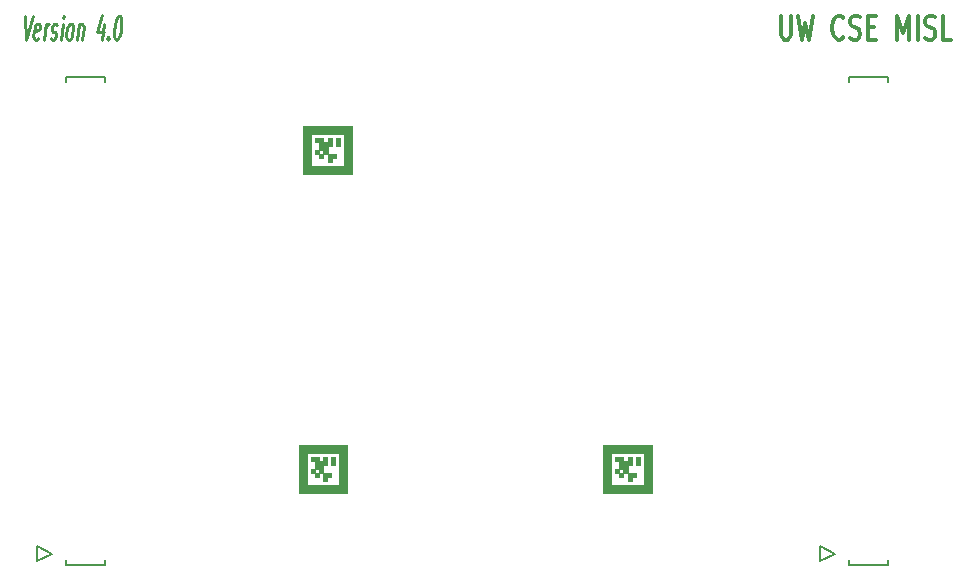
<source format=gbr>
G04 #@! TF.GenerationSoftware,KiCad,Pcbnew,5.1.5-52549c5~84~ubuntu18.04.1*
G04 #@! TF.CreationDate,2020-03-06T12:12:04-08:00*
G04 #@! TF.ProjectId,PD_ElectrodeBoard_v4,50445f45-6c65-4637-9472-6f6465426f61,4*
G04 #@! TF.SameCoordinates,Original*
G04 #@! TF.FileFunction,Legend,Top*
G04 #@! TF.FilePolarity,Positive*
%FSLAX46Y46*%
G04 Gerber Fmt 4.6, Leading zero omitted, Abs format (unit mm)*
G04 Created by KiCad (PCBNEW 5.1.5-52549c5~84~ubuntu18.04.1) date 2020-03-06 12:12:04*
%MOMM*%
%LPD*%
G04 APERTURE LIST*
%ADD10C,0.250000*%
%ADD11C,0.300000*%
%ADD12C,0.152400*%
%ADD13C,0.003417*%
%ADD14C,0.150000*%
G04 APERTURE END LIST*
D10*
X161863616Y-61154761D02*
X161946949Y-63154761D01*
X162530282Y-61154761D01*
X163006473Y-63059523D02*
X162899330Y-63154761D01*
X162708854Y-63154761D01*
X162625520Y-63059523D01*
X162601711Y-62869047D01*
X162696949Y-62107142D01*
X162768377Y-61916666D01*
X162875520Y-61821428D01*
X163065997Y-61821428D01*
X163149330Y-61916666D01*
X163173139Y-62107142D01*
X163149330Y-62297619D01*
X162649330Y-62488095D01*
X163470758Y-63154761D02*
X163637425Y-61821428D01*
X163589806Y-62202380D02*
X163661235Y-62011904D01*
X163720758Y-61916666D01*
X163827901Y-61821428D01*
X163923139Y-61821428D01*
X164054092Y-63059523D02*
X164137425Y-63154761D01*
X164327901Y-63154761D01*
X164435044Y-63059523D01*
X164506473Y-62869047D01*
X164518377Y-62773809D01*
X164494568Y-62583333D01*
X164411235Y-62488095D01*
X164268377Y-62488095D01*
X164185044Y-62392857D01*
X164161235Y-62202380D01*
X164173139Y-62107142D01*
X164244568Y-61916666D01*
X164351711Y-61821428D01*
X164494568Y-61821428D01*
X164577901Y-61916666D01*
X164899330Y-63154761D02*
X165065997Y-61821428D01*
X165149330Y-61154761D02*
X165089806Y-61250000D01*
X165125520Y-61345238D01*
X165185044Y-61250000D01*
X165149330Y-61154761D01*
X165125520Y-61345238D01*
X165518377Y-63154761D02*
X165435044Y-63059523D01*
X165399330Y-62964285D01*
X165375520Y-62773809D01*
X165446949Y-62202380D01*
X165518377Y-62011904D01*
X165577901Y-61916666D01*
X165685044Y-61821428D01*
X165827901Y-61821428D01*
X165911235Y-61916666D01*
X165946949Y-62011904D01*
X165970758Y-62202380D01*
X165899330Y-62773809D01*
X165827901Y-62964285D01*
X165768377Y-63059523D01*
X165661235Y-63154761D01*
X165518377Y-63154761D01*
X166446949Y-61821428D02*
X166280282Y-63154761D01*
X166423139Y-62011904D02*
X166482663Y-61916666D01*
X166589806Y-61821428D01*
X166732663Y-61821428D01*
X166815997Y-61916666D01*
X166839806Y-62107142D01*
X166708854Y-63154761D01*
X168542187Y-61821428D02*
X168375520Y-63154761D01*
X168399330Y-61059523D02*
X167982663Y-62488095D01*
X168601711Y-62488095D01*
X168923139Y-62964285D02*
X168958854Y-63059523D01*
X168899330Y-63154761D01*
X168863616Y-63059523D01*
X168923139Y-62964285D01*
X168899330Y-63154761D01*
X169815997Y-61154761D02*
X169911235Y-61154761D01*
X169994568Y-61250000D01*
X170030282Y-61345238D01*
X170054092Y-61535714D01*
X170054092Y-61916666D01*
X169994568Y-62392857D01*
X169899330Y-62773809D01*
X169827901Y-62964285D01*
X169768377Y-63059523D01*
X169661235Y-63154761D01*
X169565997Y-63154761D01*
X169482663Y-63059523D01*
X169446949Y-62964285D01*
X169423139Y-62773809D01*
X169423139Y-62392857D01*
X169482663Y-61916666D01*
X169577901Y-61535714D01*
X169649330Y-61345238D01*
X169708854Y-61250000D01*
X169815997Y-61154761D01*
D11*
X225892857Y-61154761D02*
X225892857Y-62773809D01*
X225964285Y-62964285D01*
X226035714Y-63059523D01*
X226178571Y-63154761D01*
X226464285Y-63154761D01*
X226607142Y-63059523D01*
X226678571Y-62964285D01*
X226750000Y-62773809D01*
X226750000Y-61154761D01*
X227321428Y-61154761D02*
X227678571Y-63154761D01*
X227964285Y-61726190D01*
X228250000Y-63154761D01*
X228607142Y-61154761D01*
X231178571Y-62964285D02*
X231107142Y-63059523D01*
X230892857Y-63154761D01*
X230750000Y-63154761D01*
X230535714Y-63059523D01*
X230392857Y-62869047D01*
X230321428Y-62678571D01*
X230250000Y-62297619D01*
X230250000Y-62011904D01*
X230321428Y-61630952D01*
X230392857Y-61440476D01*
X230535714Y-61250000D01*
X230750000Y-61154761D01*
X230892857Y-61154761D01*
X231107142Y-61250000D01*
X231178571Y-61345238D01*
X231750000Y-63059523D02*
X231964285Y-63154761D01*
X232321428Y-63154761D01*
X232464285Y-63059523D01*
X232535714Y-62964285D01*
X232607142Y-62773809D01*
X232607142Y-62583333D01*
X232535714Y-62392857D01*
X232464285Y-62297619D01*
X232321428Y-62202380D01*
X232035714Y-62107142D01*
X231892857Y-62011904D01*
X231821428Y-61916666D01*
X231750000Y-61726190D01*
X231750000Y-61535714D01*
X231821428Y-61345238D01*
X231892857Y-61250000D01*
X232035714Y-61154761D01*
X232392857Y-61154761D01*
X232607142Y-61250000D01*
X233250000Y-62107142D02*
X233750000Y-62107142D01*
X233964285Y-63154761D02*
X233250000Y-63154761D01*
X233250000Y-61154761D01*
X233964285Y-61154761D01*
X235750000Y-63154761D02*
X235750000Y-61154761D01*
X236250000Y-62583333D01*
X236750000Y-61154761D01*
X236750000Y-63154761D01*
X237464285Y-63154761D02*
X237464285Y-61154761D01*
X238107142Y-63059523D02*
X238321428Y-63154761D01*
X238678571Y-63154761D01*
X238821428Y-63059523D01*
X238892857Y-62964285D01*
X238964285Y-62773809D01*
X238964285Y-62583333D01*
X238892857Y-62392857D01*
X238821428Y-62297619D01*
X238678571Y-62202380D01*
X238392857Y-62107142D01*
X238250000Y-62011904D01*
X238178571Y-61916666D01*
X238107142Y-61726190D01*
X238107142Y-61535714D01*
X238178571Y-61345238D01*
X238250000Y-61250000D01*
X238392857Y-61154761D01*
X238750000Y-61154761D01*
X238964285Y-61250000D01*
X240321428Y-63154761D02*
X239607142Y-63154761D01*
X239607142Y-61154761D01*
D12*
X168651000Y-66753660D02*
X168651000Y-66337100D01*
X165349000Y-107246340D02*
X165349000Y-107662900D01*
X168651000Y-107662900D02*
X168651000Y-107246340D01*
X165349000Y-107662900D02*
X168651000Y-107662900D01*
X165349000Y-66337100D02*
X165349000Y-66753660D01*
X168651000Y-66337100D02*
X165349000Y-66337100D01*
X162882660Y-107320000D02*
X164152660Y-106685000D01*
X162882660Y-106050000D02*
X162882660Y-107320000D01*
X164152660Y-106685000D02*
X162882660Y-106050000D01*
D13*
X189208333Y-74550000D02*
X189550000Y-74550000D01*
X189208333Y-74546583D02*
X189550000Y-74546583D01*
X189208333Y-74543167D02*
X189550000Y-74543167D01*
X189208333Y-74539750D02*
X189550000Y-74539750D01*
X189208333Y-74536333D02*
X189550000Y-74536333D01*
X189208333Y-74532917D02*
X189550000Y-74532917D01*
X189208333Y-74529500D02*
X189550000Y-74529500D01*
X189208333Y-74526083D02*
X189550000Y-74526083D01*
X189208333Y-74522667D02*
X189550000Y-74522667D01*
X189208333Y-74519250D02*
X189550000Y-74519250D01*
X189208333Y-74515833D02*
X189550000Y-74515833D01*
X189208333Y-74512417D02*
X189550000Y-74512417D01*
X189208333Y-74509000D02*
X189550000Y-74509000D01*
X189208333Y-74505583D02*
X189550000Y-74505583D01*
X189208333Y-74502167D02*
X189550000Y-74502167D01*
X189208333Y-74498750D02*
X189550000Y-74498750D01*
X189208333Y-74495333D02*
X189550000Y-74495333D01*
X189208333Y-74491917D02*
X189550000Y-74491917D01*
X189208333Y-74488500D02*
X189550000Y-74488500D01*
X189208333Y-74485083D02*
X189550000Y-74485083D01*
X189208333Y-74481667D02*
X189550000Y-74481667D01*
X189208333Y-74478250D02*
X189550000Y-74478250D01*
X189208333Y-74474833D02*
X189550000Y-74474833D01*
X189208333Y-74471417D02*
X189550000Y-74471417D01*
X189208333Y-74468000D02*
X189550000Y-74468000D01*
X189208333Y-74464583D02*
X189550000Y-74464583D01*
X189208333Y-74461167D02*
X189550000Y-74461167D01*
X189208333Y-74457750D02*
X189550000Y-74457750D01*
X189208333Y-74454333D02*
X189550000Y-74454333D01*
X189208333Y-74450917D02*
X189550000Y-74450917D01*
X189208333Y-74447500D02*
X189550000Y-74447500D01*
X189208333Y-74444083D02*
X189550000Y-74444083D01*
X189208333Y-74440667D02*
X189550000Y-74440667D01*
X189208333Y-74437250D02*
X189550000Y-74437250D01*
X189208333Y-74433833D02*
X189550000Y-74433833D01*
X189208333Y-74430417D02*
X189550000Y-74430417D01*
X189208333Y-74427000D02*
X189550000Y-74427000D01*
X189208333Y-74423583D02*
X189550000Y-74423583D01*
X189208333Y-74420167D02*
X189550000Y-74420167D01*
X189208333Y-74416750D02*
X189550000Y-74416750D01*
X189208333Y-74413333D02*
X189550000Y-74413333D01*
X189208333Y-74409917D02*
X189550000Y-74409917D01*
X189208333Y-74406500D02*
X189550000Y-74406500D01*
X189208333Y-74403083D02*
X189550000Y-74403083D01*
X189208333Y-74399667D02*
X189550000Y-74399667D01*
X189208333Y-74396250D02*
X189550000Y-74396250D01*
X189208333Y-74392833D02*
X189550000Y-74392833D01*
X189208333Y-74389417D02*
X189550000Y-74389417D01*
X189208333Y-74386000D02*
X189550000Y-74386000D01*
X189208333Y-74382583D02*
X189550000Y-74382583D01*
X189208333Y-74379167D02*
X189550000Y-74379167D01*
X189208333Y-74375750D02*
X189550000Y-74375750D01*
X189208333Y-74372333D02*
X189550000Y-74372333D01*
X189208333Y-74368917D02*
X189550000Y-74368917D01*
X189208333Y-74365500D02*
X189550000Y-74365500D01*
X189208333Y-74362083D02*
X189550000Y-74362083D01*
X189208333Y-74358667D02*
X189550000Y-74358667D01*
X189208333Y-74355250D02*
X189550000Y-74355250D01*
X189208333Y-74351833D02*
X189550000Y-74351833D01*
X189208333Y-74348417D02*
X189550000Y-74348417D01*
X189208333Y-74345000D02*
X189550000Y-74345000D01*
X189208333Y-74341583D02*
X189550000Y-74341583D01*
X189208333Y-74338167D02*
X189550000Y-74338167D01*
X189208333Y-74334750D02*
X189550000Y-74334750D01*
X189208333Y-74331333D02*
X189550000Y-74331333D01*
X189208333Y-74327917D02*
X189550000Y-74327917D01*
X189208333Y-74324500D02*
X189550000Y-74324500D01*
X189208333Y-74321083D02*
X189550000Y-74321083D01*
X189208333Y-74317667D02*
X189550000Y-74317667D01*
X189208333Y-74314250D02*
X189550000Y-74314250D01*
X189208333Y-74310833D02*
X189550000Y-74310833D01*
X189208333Y-74307417D02*
X189550000Y-74307417D01*
X189208333Y-74304000D02*
X189550000Y-74304000D01*
X189208333Y-74300583D02*
X189550000Y-74300583D01*
X189208333Y-74297167D02*
X189550000Y-74297167D01*
X189208333Y-74293750D02*
X189550000Y-74293750D01*
X189208333Y-74290333D02*
X189550000Y-74290333D01*
X189208333Y-74286917D02*
X189550000Y-74286917D01*
X189208333Y-74283500D02*
X189550000Y-74283500D01*
X189208333Y-74280083D02*
X189550000Y-74280083D01*
X189208333Y-74276667D02*
X189550000Y-74276667D01*
X189208333Y-74273250D02*
X189550000Y-74273250D01*
X189208333Y-74269833D02*
X189550000Y-74269833D01*
X189208333Y-74266417D02*
X189550000Y-74266417D01*
X189208333Y-74263000D02*
X189550000Y-74263000D01*
X189208333Y-74259583D02*
X189550000Y-74259583D01*
X189208333Y-74256167D02*
X189550000Y-74256167D01*
X189208333Y-74252750D02*
X189550000Y-74252750D01*
X189208333Y-74249333D02*
X189550000Y-74249333D01*
X189208333Y-74245917D02*
X189550000Y-74245917D01*
X189208333Y-74242500D02*
X189550000Y-74242500D01*
X189208333Y-74239083D02*
X189550000Y-74239083D01*
X189208333Y-74235667D02*
X189550000Y-74235667D01*
X189208333Y-74232250D02*
X189550000Y-74232250D01*
X189208333Y-74228833D02*
X189550000Y-74228833D01*
X189208333Y-74225417D02*
X189550000Y-74225417D01*
X189208333Y-74222000D02*
X189550000Y-74222000D01*
X189208333Y-74218583D02*
X189550000Y-74218583D01*
X189208333Y-74215167D02*
X189550000Y-74215167D01*
X189208333Y-74211750D02*
X189550000Y-74211750D01*
X189550000Y-74208333D02*
X189208333Y-74208333D01*
X189550000Y-74550000D02*
X189550000Y-74208333D01*
X189208333Y-74550000D02*
X189550000Y-74550000D01*
X189208333Y-74208333D02*
X189208333Y-74550000D01*
X188866667Y-74550000D02*
X189208333Y-74550000D01*
X188866667Y-74546583D02*
X189208333Y-74546583D01*
X188866667Y-74543167D02*
X189208333Y-74543167D01*
X188866667Y-74539750D02*
X189208333Y-74539750D01*
X188866667Y-74536333D02*
X189208333Y-74536333D01*
X188866667Y-74532917D02*
X189208333Y-74532917D01*
X188866667Y-74529500D02*
X189208333Y-74529500D01*
X188866667Y-74526083D02*
X189208333Y-74526083D01*
X188866667Y-74522667D02*
X189208333Y-74522667D01*
X188866667Y-74519250D02*
X189208333Y-74519250D01*
X188866667Y-74515833D02*
X189208333Y-74515833D01*
X188866667Y-74512417D02*
X189208333Y-74512417D01*
X188866667Y-74509000D02*
X189208333Y-74509000D01*
X188866667Y-74505583D02*
X189208333Y-74505583D01*
X188866667Y-74502167D02*
X189208333Y-74502167D01*
X188866667Y-74498750D02*
X189208333Y-74498750D01*
X188866667Y-74495333D02*
X189208333Y-74495333D01*
X188866667Y-74491917D02*
X189208333Y-74491917D01*
X188866667Y-74488500D02*
X189208333Y-74488500D01*
X188866667Y-74485083D02*
X189208333Y-74485083D01*
X188866667Y-74481667D02*
X189208333Y-74481667D01*
X188866667Y-74478250D02*
X189208333Y-74478250D01*
X188866667Y-74474833D02*
X189208333Y-74474833D01*
X188866667Y-74471417D02*
X189208333Y-74471417D01*
X188866667Y-74468000D02*
X189208333Y-74468000D01*
X188866667Y-74464583D02*
X189208333Y-74464583D01*
X188866667Y-74461167D02*
X189208333Y-74461167D01*
X188866667Y-74457750D02*
X189208333Y-74457750D01*
X188866667Y-74454333D02*
X189208333Y-74454333D01*
X188866667Y-74450917D02*
X189208333Y-74450917D01*
X188866667Y-74447500D02*
X189208333Y-74447500D01*
X188866667Y-74444083D02*
X189208333Y-74444083D01*
X188866667Y-74440667D02*
X189208333Y-74440667D01*
X188866667Y-74437250D02*
X189208333Y-74437250D01*
X188866667Y-74433833D02*
X189208333Y-74433833D01*
X188866667Y-74430417D02*
X189208333Y-74430417D01*
X188866667Y-74427000D02*
X189208333Y-74427000D01*
X188866667Y-74423583D02*
X189208333Y-74423583D01*
X188866667Y-74420167D02*
X189208333Y-74420167D01*
X188866667Y-74416750D02*
X189208333Y-74416750D01*
X188866667Y-74413333D02*
X189208333Y-74413333D01*
X188866667Y-74409917D02*
X189208333Y-74409917D01*
X188866667Y-74406500D02*
X189208333Y-74406500D01*
X188866667Y-74403083D02*
X189208333Y-74403083D01*
X188866667Y-74399667D02*
X189208333Y-74399667D01*
X188866667Y-74396250D02*
X189208333Y-74396250D01*
X188866667Y-74392833D02*
X189208333Y-74392833D01*
X188866667Y-74389417D02*
X189208333Y-74389417D01*
X188866667Y-74386000D02*
X189208333Y-74386000D01*
X188866667Y-74382583D02*
X189208333Y-74382583D01*
X188866667Y-74379167D02*
X189208333Y-74379167D01*
X188866667Y-74375750D02*
X189208333Y-74375750D01*
X188866667Y-74372333D02*
X189208333Y-74372333D01*
X188866667Y-74368917D02*
X189208333Y-74368917D01*
X188866667Y-74365500D02*
X189208333Y-74365500D01*
X188866667Y-74362083D02*
X189208333Y-74362083D01*
X188866667Y-74358667D02*
X189208333Y-74358667D01*
X188866667Y-74355250D02*
X189208333Y-74355250D01*
X188866667Y-74351833D02*
X189208333Y-74351833D01*
X188866667Y-74348417D02*
X189208333Y-74348417D01*
X188866667Y-74345000D02*
X189208333Y-74345000D01*
X188866667Y-74341583D02*
X189208333Y-74341583D01*
X188866667Y-74338167D02*
X189208333Y-74338167D01*
X188866667Y-74334750D02*
X189208333Y-74334750D01*
X188866667Y-74331333D02*
X189208333Y-74331333D01*
X188866667Y-74327917D02*
X189208333Y-74327917D01*
X188866667Y-74324500D02*
X189208333Y-74324500D01*
X188866667Y-74321083D02*
X189208333Y-74321083D01*
X188866667Y-74317667D02*
X189208333Y-74317667D01*
X188866667Y-74314250D02*
X189208333Y-74314250D01*
X188866667Y-74310833D02*
X189208333Y-74310833D01*
X188866667Y-74307417D02*
X189208333Y-74307417D01*
X188866667Y-74304000D02*
X189208333Y-74304000D01*
X188866667Y-74300583D02*
X189208333Y-74300583D01*
X188866667Y-74297167D02*
X189208333Y-74297167D01*
X188866667Y-74293750D02*
X189208333Y-74293750D01*
X188866667Y-74290333D02*
X189208333Y-74290333D01*
X188866667Y-74286917D02*
X189208333Y-74286917D01*
X188866667Y-74283500D02*
X189208333Y-74283500D01*
X188866667Y-74280083D02*
X189208333Y-74280083D01*
X188866667Y-74276667D02*
X189208333Y-74276667D01*
X188866667Y-74273250D02*
X189208333Y-74273250D01*
X188866667Y-74269833D02*
X189208333Y-74269833D01*
X188866667Y-74266417D02*
X189208333Y-74266417D01*
X188866667Y-74263000D02*
X189208333Y-74263000D01*
X188866667Y-74259583D02*
X189208333Y-74259583D01*
X188866667Y-74256167D02*
X189208333Y-74256167D01*
X188866667Y-74252750D02*
X189208333Y-74252750D01*
X188866667Y-74249333D02*
X189208333Y-74249333D01*
X188866667Y-74245917D02*
X189208333Y-74245917D01*
X188866667Y-74242500D02*
X189208333Y-74242500D01*
X188866667Y-74239083D02*
X189208333Y-74239083D01*
X188866667Y-74235667D02*
X189208333Y-74235667D01*
X188866667Y-74232250D02*
X189208333Y-74232250D01*
X188866667Y-74228833D02*
X189208333Y-74228833D01*
X188866667Y-74225417D02*
X189208333Y-74225417D01*
X188866667Y-74222000D02*
X189208333Y-74222000D01*
X188866667Y-74218583D02*
X189208333Y-74218583D01*
X188866667Y-74215167D02*
X189208333Y-74215167D01*
X188866667Y-74211750D02*
X189208333Y-74211750D01*
X189208333Y-74208333D02*
X188866667Y-74208333D01*
X189208333Y-74550000D02*
X189208333Y-74208333D01*
X188866667Y-74550000D02*
X189208333Y-74550000D01*
X188866667Y-74208333D02*
X188866667Y-74550000D01*
X188525000Y-74550000D02*
X188866667Y-74550000D01*
X188525000Y-74546583D02*
X188866667Y-74546583D01*
X188525000Y-74543167D02*
X188866667Y-74543167D01*
X188525000Y-74539750D02*
X188866667Y-74539750D01*
X188525000Y-74536333D02*
X188866667Y-74536333D01*
X188525000Y-74532917D02*
X188866667Y-74532917D01*
X188525000Y-74529500D02*
X188866667Y-74529500D01*
X188525000Y-74526083D02*
X188866667Y-74526083D01*
X188525000Y-74522667D02*
X188866667Y-74522667D01*
X188525000Y-74519250D02*
X188866667Y-74519250D01*
X188525000Y-74515833D02*
X188866667Y-74515833D01*
X188525000Y-74512417D02*
X188866667Y-74512417D01*
X188525000Y-74509000D02*
X188866667Y-74509000D01*
X188525000Y-74505583D02*
X188866667Y-74505583D01*
X188525000Y-74502167D02*
X188866667Y-74502167D01*
X188525000Y-74498750D02*
X188866667Y-74498750D01*
X188525000Y-74495333D02*
X188866667Y-74495333D01*
X188525000Y-74491917D02*
X188866667Y-74491917D01*
X188525000Y-74488500D02*
X188866667Y-74488500D01*
X188525000Y-74485083D02*
X188866667Y-74485083D01*
X188525000Y-74481667D02*
X188866667Y-74481667D01*
X188525000Y-74478250D02*
X188866667Y-74478250D01*
X188525000Y-74474833D02*
X188866667Y-74474833D01*
X188525000Y-74471417D02*
X188866667Y-74471417D01*
X188525000Y-74468000D02*
X188866667Y-74468000D01*
X188525000Y-74464583D02*
X188866667Y-74464583D01*
X188525000Y-74461167D02*
X188866667Y-74461167D01*
X188525000Y-74457750D02*
X188866667Y-74457750D01*
X188525000Y-74454333D02*
X188866667Y-74454333D01*
X188525000Y-74450917D02*
X188866667Y-74450917D01*
X188525000Y-74447500D02*
X188866667Y-74447500D01*
X188525000Y-74444083D02*
X188866667Y-74444083D01*
X188525000Y-74440667D02*
X188866667Y-74440667D01*
X188525000Y-74437250D02*
X188866667Y-74437250D01*
X188525000Y-74433833D02*
X188866667Y-74433833D01*
X188525000Y-74430417D02*
X188866667Y-74430417D01*
X188525000Y-74427000D02*
X188866667Y-74427000D01*
X188525000Y-74423583D02*
X188866667Y-74423583D01*
X188525000Y-74420167D02*
X188866667Y-74420167D01*
X188525000Y-74416750D02*
X188866667Y-74416750D01*
X188525000Y-74413333D02*
X188866667Y-74413333D01*
X188525000Y-74409917D02*
X188866667Y-74409917D01*
X188525000Y-74406500D02*
X188866667Y-74406500D01*
X188525000Y-74403083D02*
X188866667Y-74403083D01*
X188525000Y-74399667D02*
X188866667Y-74399667D01*
X188525000Y-74396250D02*
X188866667Y-74396250D01*
X188525000Y-74392833D02*
X188866667Y-74392833D01*
X188525000Y-74389417D02*
X188866667Y-74389417D01*
X188525000Y-74386000D02*
X188866667Y-74386000D01*
X188525000Y-74382583D02*
X188866667Y-74382583D01*
X188525000Y-74379167D02*
X188866667Y-74379167D01*
X188525000Y-74375750D02*
X188866667Y-74375750D01*
X188525000Y-74372333D02*
X188866667Y-74372333D01*
X188525000Y-74368917D02*
X188866667Y-74368917D01*
X188525000Y-74365500D02*
X188866667Y-74365500D01*
X188525000Y-74362083D02*
X188866667Y-74362083D01*
X188525000Y-74358667D02*
X188866667Y-74358667D01*
X188525000Y-74355250D02*
X188866667Y-74355250D01*
X188525000Y-74351833D02*
X188866667Y-74351833D01*
X188525000Y-74348417D02*
X188866667Y-74348417D01*
X188525000Y-74345000D02*
X188866667Y-74345000D01*
X188525000Y-74341583D02*
X188866667Y-74341583D01*
X188525000Y-74338167D02*
X188866667Y-74338167D01*
X188525000Y-74334750D02*
X188866667Y-74334750D01*
X188525000Y-74331333D02*
X188866667Y-74331333D01*
X188525000Y-74327917D02*
X188866667Y-74327917D01*
X188525000Y-74324500D02*
X188866667Y-74324500D01*
X188525000Y-74321083D02*
X188866667Y-74321083D01*
X188525000Y-74317667D02*
X188866667Y-74317667D01*
X188525000Y-74314250D02*
X188866667Y-74314250D01*
X188525000Y-74310833D02*
X188866667Y-74310833D01*
X188525000Y-74307417D02*
X188866667Y-74307417D01*
X188525000Y-74304000D02*
X188866667Y-74304000D01*
X188525000Y-74300583D02*
X188866667Y-74300583D01*
X188525000Y-74297167D02*
X188866667Y-74297167D01*
X188525000Y-74293750D02*
X188866667Y-74293750D01*
X188525000Y-74290333D02*
X188866667Y-74290333D01*
X188525000Y-74286917D02*
X188866667Y-74286917D01*
X188525000Y-74283500D02*
X188866667Y-74283500D01*
X188525000Y-74280083D02*
X188866667Y-74280083D01*
X188525000Y-74276667D02*
X188866667Y-74276667D01*
X188525000Y-74273250D02*
X188866667Y-74273250D01*
X188525000Y-74269833D02*
X188866667Y-74269833D01*
X188525000Y-74266417D02*
X188866667Y-74266417D01*
X188525000Y-74263000D02*
X188866667Y-74263000D01*
X188525000Y-74259583D02*
X188866667Y-74259583D01*
X188525000Y-74256167D02*
X188866667Y-74256167D01*
X188525000Y-74252750D02*
X188866667Y-74252750D01*
X188525000Y-74249333D02*
X188866667Y-74249333D01*
X188525000Y-74245917D02*
X188866667Y-74245917D01*
X188525000Y-74242500D02*
X188866667Y-74242500D01*
X188525000Y-74239083D02*
X188866667Y-74239083D01*
X188525000Y-74235667D02*
X188866667Y-74235667D01*
X188525000Y-74232250D02*
X188866667Y-74232250D01*
X188525000Y-74228833D02*
X188866667Y-74228833D01*
X188525000Y-74225417D02*
X188866667Y-74225417D01*
X188525000Y-74222000D02*
X188866667Y-74222000D01*
X188525000Y-74218583D02*
X188866667Y-74218583D01*
X188525000Y-74215167D02*
X188866667Y-74215167D01*
X188525000Y-74211750D02*
X188866667Y-74211750D01*
X188866667Y-74208333D02*
X188525000Y-74208333D01*
X188866667Y-74550000D02*
X188866667Y-74208333D01*
X188525000Y-74550000D02*
X188866667Y-74550000D01*
X188525000Y-74208333D02*
X188525000Y-74550000D01*
X188183333Y-74550000D02*
X188525000Y-74550000D01*
X188183333Y-74546583D02*
X188525000Y-74546583D01*
X188183333Y-74543167D02*
X188525000Y-74543167D01*
X188183333Y-74539750D02*
X188525000Y-74539750D01*
X188183333Y-74536333D02*
X188525000Y-74536333D01*
X188183333Y-74532917D02*
X188525000Y-74532917D01*
X188183333Y-74529500D02*
X188525000Y-74529500D01*
X188183333Y-74526083D02*
X188525000Y-74526083D01*
X188183333Y-74522667D02*
X188525000Y-74522667D01*
X188183333Y-74519250D02*
X188525000Y-74519250D01*
X188183333Y-74515833D02*
X188525000Y-74515833D01*
X188183333Y-74512417D02*
X188525000Y-74512417D01*
X188183333Y-74509000D02*
X188525000Y-74509000D01*
X188183333Y-74505583D02*
X188525000Y-74505583D01*
X188183333Y-74502167D02*
X188525000Y-74502167D01*
X188183333Y-74498750D02*
X188525000Y-74498750D01*
X188183333Y-74495333D02*
X188525000Y-74495333D01*
X188183333Y-74491917D02*
X188525000Y-74491917D01*
X188183333Y-74488500D02*
X188525000Y-74488500D01*
X188183333Y-74485083D02*
X188525000Y-74485083D01*
X188183333Y-74481667D02*
X188525000Y-74481667D01*
X188183333Y-74478250D02*
X188525000Y-74478250D01*
X188183333Y-74474833D02*
X188525000Y-74474833D01*
X188183333Y-74471417D02*
X188525000Y-74471417D01*
X188183333Y-74468000D02*
X188525000Y-74468000D01*
X188183333Y-74464583D02*
X188525000Y-74464583D01*
X188183333Y-74461167D02*
X188525000Y-74461167D01*
X188183333Y-74457750D02*
X188525000Y-74457750D01*
X188183333Y-74454333D02*
X188525000Y-74454333D01*
X188183333Y-74450917D02*
X188525000Y-74450917D01*
X188183333Y-74447500D02*
X188525000Y-74447500D01*
X188183333Y-74444083D02*
X188525000Y-74444083D01*
X188183333Y-74440667D02*
X188525000Y-74440667D01*
X188183333Y-74437250D02*
X188525000Y-74437250D01*
X188183333Y-74433833D02*
X188525000Y-74433833D01*
X188183333Y-74430417D02*
X188525000Y-74430417D01*
X188183333Y-74427000D02*
X188525000Y-74427000D01*
X188183333Y-74423583D02*
X188525000Y-74423583D01*
X188183333Y-74420167D02*
X188525000Y-74420167D01*
X188183333Y-74416750D02*
X188525000Y-74416750D01*
X188183333Y-74413333D02*
X188525000Y-74413333D01*
X188183333Y-74409917D02*
X188525000Y-74409917D01*
X188183333Y-74406500D02*
X188525000Y-74406500D01*
X188183333Y-74403083D02*
X188525000Y-74403083D01*
X188183333Y-74399667D02*
X188525000Y-74399667D01*
X188183333Y-74396250D02*
X188525000Y-74396250D01*
X188183333Y-74392833D02*
X188525000Y-74392833D01*
X188183333Y-74389417D02*
X188525000Y-74389417D01*
X188183333Y-74386000D02*
X188525000Y-74386000D01*
X188183333Y-74382583D02*
X188525000Y-74382583D01*
X188183333Y-74379167D02*
X188525000Y-74379167D01*
X188183333Y-74375750D02*
X188525000Y-74375750D01*
X188183333Y-74372333D02*
X188525000Y-74372333D01*
X188183333Y-74368917D02*
X188525000Y-74368917D01*
X188183333Y-74365500D02*
X188525000Y-74365500D01*
X188183333Y-74362083D02*
X188525000Y-74362083D01*
X188183333Y-74358667D02*
X188525000Y-74358667D01*
X188183333Y-74355250D02*
X188525000Y-74355250D01*
X188183333Y-74351833D02*
X188525000Y-74351833D01*
X188183333Y-74348417D02*
X188525000Y-74348417D01*
X188183333Y-74345000D02*
X188525000Y-74345000D01*
X188183333Y-74341583D02*
X188525000Y-74341583D01*
X188183333Y-74338167D02*
X188525000Y-74338167D01*
X188183333Y-74334750D02*
X188525000Y-74334750D01*
X188183333Y-74331333D02*
X188525000Y-74331333D01*
X188183333Y-74327917D02*
X188525000Y-74327917D01*
X188183333Y-74324500D02*
X188525000Y-74324500D01*
X188183333Y-74321083D02*
X188525000Y-74321083D01*
X188183333Y-74317667D02*
X188525000Y-74317667D01*
X188183333Y-74314250D02*
X188525000Y-74314250D01*
X188183333Y-74310833D02*
X188525000Y-74310833D01*
X188183333Y-74307417D02*
X188525000Y-74307417D01*
X188183333Y-74304000D02*
X188525000Y-74304000D01*
X188183333Y-74300583D02*
X188525000Y-74300583D01*
X188183333Y-74297167D02*
X188525000Y-74297167D01*
X188183333Y-74293750D02*
X188525000Y-74293750D01*
X188183333Y-74290333D02*
X188525000Y-74290333D01*
X188183333Y-74286917D02*
X188525000Y-74286917D01*
X188183333Y-74283500D02*
X188525000Y-74283500D01*
X188183333Y-74280083D02*
X188525000Y-74280083D01*
X188183333Y-74276667D02*
X188525000Y-74276667D01*
X188183333Y-74273250D02*
X188525000Y-74273250D01*
X188183333Y-74269833D02*
X188525000Y-74269833D01*
X188183333Y-74266417D02*
X188525000Y-74266417D01*
X188183333Y-74263000D02*
X188525000Y-74263000D01*
X188183333Y-74259583D02*
X188525000Y-74259583D01*
X188183333Y-74256167D02*
X188525000Y-74256167D01*
X188183333Y-74252750D02*
X188525000Y-74252750D01*
X188183333Y-74249333D02*
X188525000Y-74249333D01*
X188183333Y-74245917D02*
X188525000Y-74245917D01*
X188183333Y-74242500D02*
X188525000Y-74242500D01*
X188183333Y-74239083D02*
X188525000Y-74239083D01*
X188183333Y-74235667D02*
X188525000Y-74235667D01*
X188183333Y-74232250D02*
X188525000Y-74232250D01*
X188183333Y-74228833D02*
X188525000Y-74228833D01*
X188183333Y-74225417D02*
X188525000Y-74225417D01*
X188183333Y-74222000D02*
X188525000Y-74222000D01*
X188183333Y-74218583D02*
X188525000Y-74218583D01*
X188183333Y-74215167D02*
X188525000Y-74215167D01*
X188183333Y-74211750D02*
X188525000Y-74211750D01*
X188525000Y-74208333D02*
X188183333Y-74208333D01*
X188525000Y-74550000D02*
X188525000Y-74208333D01*
X188183333Y-74550000D02*
X188525000Y-74550000D01*
X188183333Y-74208333D02*
X188183333Y-74550000D01*
X187841667Y-74550000D02*
X188183333Y-74550000D01*
X187841667Y-74546583D02*
X188183333Y-74546583D01*
X187841667Y-74543167D02*
X188183333Y-74543167D01*
X187841667Y-74539750D02*
X188183333Y-74539750D01*
X187841667Y-74536333D02*
X188183333Y-74536333D01*
X187841667Y-74532917D02*
X188183333Y-74532917D01*
X187841667Y-74529500D02*
X188183333Y-74529500D01*
X187841667Y-74526083D02*
X188183333Y-74526083D01*
X187841667Y-74522667D02*
X188183333Y-74522667D01*
X187841667Y-74519250D02*
X188183333Y-74519250D01*
X187841667Y-74515833D02*
X188183333Y-74515833D01*
X187841667Y-74512417D02*
X188183333Y-74512417D01*
X187841667Y-74509000D02*
X188183333Y-74509000D01*
X187841667Y-74505583D02*
X188183333Y-74505583D01*
X187841667Y-74502167D02*
X188183333Y-74502167D01*
X187841667Y-74498750D02*
X188183333Y-74498750D01*
X187841667Y-74495333D02*
X188183333Y-74495333D01*
X187841667Y-74491917D02*
X188183333Y-74491917D01*
X187841667Y-74488500D02*
X188183333Y-74488500D01*
X187841667Y-74485083D02*
X188183333Y-74485083D01*
X187841667Y-74481667D02*
X188183333Y-74481667D01*
X187841667Y-74478250D02*
X188183333Y-74478250D01*
X187841667Y-74474833D02*
X188183333Y-74474833D01*
X187841667Y-74471417D02*
X188183333Y-74471417D01*
X187841667Y-74468000D02*
X188183333Y-74468000D01*
X187841667Y-74464583D02*
X188183333Y-74464583D01*
X187841667Y-74461167D02*
X188183333Y-74461167D01*
X187841667Y-74457750D02*
X188183333Y-74457750D01*
X187841667Y-74454333D02*
X188183333Y-74454333D01*
X187841667Y-74450917D02*
X188183333Y-74450917D01*
X187841667Y-74447500D02*
X188183333Y-74447500D01*
X187841667Y-74444083D02*
X188183333Y-74444083D01*
X187841667Y-74440667D02*
X188183333Y-74440667D01*
X187841667Y-74437250D02*
X188183333Y-74437250D01*
X187841667Y-74433833D02*
X188183333Y-74433833D01*
X187841667Y-74430417D02*
X188183333Y-74430417D01*
X187841667Y-74427000D02*
X188183333Y-74427000D01*
X187841667Y-74423583D02*
X188183333Y-74423583D01*
X187841667Y-74420167D02*
X188183333Y-74420167D01*
X187841667Y-74416750D02*
X188183333Y-74416750D01*
X187841667Y-74413333D02*
X188183333Y-74413333D01*
X187841667Y-74409917D02*
X188183333Y-74409917D01*
X187841667Y-74406500D02*
X188183333Y-74406500D01*
X187841667Y-74403083D02*
X188183333Y-74403083D01*
X187841667Y-74399667D02*
X188183333Y-74399667D01*
X187841667Y-74396250D02*
X188183333Y-74396250D01*
X187841667Y-74392833D02*
X188183333Y-74392833D01*
X187841667Y-74389417D02*
X188183333Y-74389417D01*
X187841667Y-74386000D02*
X188183333Y-74386000D01*
X187841667Y-74382583D02*
X188183333Y-74382583D01*
X187841667Y-74379167D02*
X188183333Y-74379167D01*
X187841667Y-74375750D02*
X188183333Y-74375750D01*
X187841667Y-74372333D02*
X188183333Y-74372333D01*
X187841667Y-74368917D02*
X188183333Y-74368917D01*
X187841667Y-74365500D02*
X188183333Y-74365500D01*
X187841667Y-74362083D02*
X188183333Y-74362083D01*
X187841667Y-74358667D02*
X188183333Y-74358667D01*
X187841667Y-74355250D02*
X188183333Y-74355250D01*
X187841667Y-74351833D02*
X188183333Y-74351833D01*
X187841667Y-74348417D02*
X188183333Y-74348417D01*
X187841667Y-74345000D02*
X188183333Y-74345000D01*
X187841667Y-74341583D02*
X188183333Y-74341583D01*
X187841667Y-74338167D02*
X188183333Y-74338167D01*
X187841667Y-74334750D02*
X188183333Y-74334750D01*
X187841667Y-74331333D02*
X188183333Y-74331333D01*
X187841667Y-74327917D02*
X188183333Y-74327917D01*
X187841667Y-74324500D02*
X188183333Y-74324500D01*
X187841667Y-74321083D02*
X188183333Y-74321083D01*
X187841667Y-74317667D02*
X188183333Y-74317667D01*
X187841667Y-74314250D02*
X188183333Y-74314250D01*
X187841667Y-74310833D02*
X188183333Y-74310833D01*
X187841667Y-74307417D02*
X188183333Y-74307417D01*
X187841667Y-74304000D02*
X188183333Y-74304000D01*
X187841667Y-74300583D02*
X188183333Y-74300583D01*
X187841667Y-74297167D02*
X188183333Y-74297167D01*
X187841667Y-74293750D02*
X188183333Y-74293750D01*
X187841667Y-74290333D02*
X188183333Y-74290333D01*
X187841667Y-74286917D02*
X188183333Y-74286917D01*
X187841667Y-74283500D02*
X188183333Y-74283500D01*
X187841667Y-74280083D02*
X188183333Y-74280083D01*
X187841667Y-74276667D02*
X188183333Y-74276667D01*
X187841667Y-74273250D02*
X188183333Y-74273250D01*
X187841667Y-74269833D02*
X188183333Y-74269833D01*
X187841667Y-74266417D02*
X188183333Y-74266417D01*
X187841667Y-74263000D02*
X188183333Y-74263000D01*
X187841667Y-74259583D02*
X188183333Y-74259583D01*
X187841667Y-74256167D02*
X188183333Y-74256167D01*
X187841667Y-74252750D02*
X188183333Y-74252750D01*
X187841667Y-74249333D02*
X188183333Y-74249333D01*
X187841667Y-74245917D02*
X188183333Y-74245917D01*
X187841667Y-74242500D02*
X188183333Y-74242500D01*
X187841667Y-74239083D02*
X188183333Y-74239083D01*
X187841667Y-74235667D02*
X188183333Y-74235667D01*
X187841667Y-74232250D02*
X188183333Y-74232250D01*
X187841667Y-74228833D02*
X188183333Y-74228833D01*
X187841667Y-74225417D02*
X188183333Y-74225417D01*
X187841667Y-74222000D02*
X188183333Y-74222000D01*
X187841667Y-74218583D02*
X188183333Y-74218583D01*
X187841667Y-74215167D02*
X188183333Y-74215167D01*
X187841667Y-74211750D02*
X188183333Y-74211750D01*
X188183333Y-74208333D02*
X187841667Y-74208333D01*
X188183333Y-74550000D02*
X188183333Y-74208333D01*
X187841667Y-74550000D02*
X188183333Y-74550000D01*
X187841667Y-74208333D02*
X187841667Y-74550000D01*
X187500000Y-74550000D02*
X187841667Y-74550000D01*
X187500000Y-74546583D02*
X187841667Y-74546583D01*
X187500000Y-74543167D02*
X187841667Y-74543167D01*
X187500000Y-74539750D02*
X187841667Y-74539750D01*
X187500000Y-74536333D02*
X187841667Y-74536333D01*
X187500000Y-74532917D02*
X187841667Y-74532917D01*
X187500000Y-74529500D02*
X187841667Y-74529500D01*
X187500000Y-74526083D02*
X187841667Y-74526083D01*
X187500000Y-74522667D02*
X187841667Y-74522667D01*
X187500000Y-74519250D02*
X187841667Y-74519250D01*
X187500000Y-74515833D02*
X187841667Y-74515833D01*
X187500000Y-74512417D02*
X187841667Y-74512417D01*
X187500000Y-74509000D02*
X187841667Y-74509000D01*
X187500000Y-74505583D02*
X187841667Y-74505583D01*
X187500000Y-74502167D02*
X187841667Y-74502167D01*
X187500000Y-74498750D02*
X187841667Y-74498750D01*
X187500000Y-74495333D02*
X187841667Y-74495333D01*
X187500000Y-74491917D02*
X187841667Y-74491917D01*
X187500000Y-74488500D02*
X187841667Y-74488500D01*
X187500000Y-74485083D02*
X187841667Y-74485083D01*
X187500000Y-74481667D02*
X187841667Y-74481667D01*
X187500000Y-74478250D02*
X187841667Y-74478250D01*
X187500000Y-74474833D02*
X187841667Y-74474833D01*
X187500000Y-74471417D02*
X187841667Y-74471417D01*
X187500000Y-74468000D02*
X187841667Y-74468000D01*
X187500000Y-74464583D02*
X187841667Y-74464583D01*
X187500000Y-74461167D02*
X187841667Y-74461167D01*
X187500000Y-74457750D02*
X187841667Y-74457750D01*
X187500000Y-74454333D02*
X187841667Y-74454333D01*
X187500000Y-74450917D02*
X187841667Y-74450917D01*
X187500000Y-74447500D02*
X187841667Y-74447500D01*
X187500000Y-74444083D02*
X187841667Y-74444083D01*
X187500000Y-74440667D02*
X187841667Y-74440667D01*
X187500000Y-74437250D02*
X187841667Y-74437250D01*
X187500000Y-74433833D02*
X187841667Y-74433833D01*
X187500000Y-74430417D02*
X187841667Y-74430417D01*
X187500000Y-74427000D02*
X187841667Y-74427000D01*
X187500000Y-74423583D02*
X187841667Y-74423583D01*
X187500000Y-74420167D02*
X187841667Y-74420167D01*
X187500000Y-74416750D02*
X187841667Y-74416750D01*
X187500000Y-74413333D02*
X187841667Y-74413333D01*
X187500000Y-74409917D02*
X187841667Y-74409917D01*
X187500000Y-74406500D02*
X187841667Y-74406500D01*
X187500000Y-74403083D02*
X187841667Y-74403083D01*
X187500000Y-74399667D02*
X187841667Y-74399667D01*
X187500000Y-74396250D02*
X187841667Y-74396250D01*
X187500000Y-74392833D02*
X187841667Y-74392833D01*
X187500000Y-74389417D02*
X187841667Y-74389417D01*
X187500000Y-74386000D02*
X187841667Y-74386000D01*
X187500000Y-74382583D02*
X187841667Y-74382583D01*
X187500000Y-74379167D02*
X187841667Y-74379167D01*
X187500000Y-74375750D02*
X187841667Y-74375750D01*
X187500000Y-74372333D02*
X187841667Y-74372333D01*
X187500000Y-74368917D02*
X187841667Y-74368917D01*
X187500000Y-74365500D02*
X187841667Y-74365500D01*
X187500000Y-74362083D02*
X187841667Y-74362083D01*
X187500000Y-74358667D02*
X187841667Y-74358667D01*
X187500000Y-74355250D02*
X187841667Y-74355250D01*
X187500000Y-74351833D02*
X187841667Y-74351833D01*
X187500000Y-74348417D02*
X187841667Y-74348417D01*
X187500000Y-74345000D02*
X187841667Y-74345000D01*
X187500000Y-74341583D02*
X187841667Y-74341583D01*
X187500000Y-74338167D02*
X187841667Y-74338167D01*
X187500000Y-74334750D02*
X187841667Y-74334750D01*
X187500000Y-74331333D02*
X187841667Y-74331333D01*
X187500000Y-74327917D02*
X187841667Y-74327917D01*
X187500000Y-74324500D02*
X187841667Y-74324500D01*
X187500000Y-74321083D02*
X187841667Y-74321083D01*
X187500000Y-74317667D02*
X187841667Y-74317667D01*
X187500000Y-74314250D02*
X187841667Y-74314250D01*
X187500000Y-74310833D02*
X187841667Y-74310833D01*
X187500000Y-74307417D02*
X187841667Y-74307417D01*
X187500000Y-74304000D02*
X187841667Y-74304000D01*
X187500000Y-74300583D02*
X187841667Y-74300583D01*
X187500000Y-74297167D02*
X187841667Y-74297167D01*
X187500000Y-74293750D02*
X187841667Y-74293750D01*
X187500000Y-74290333D02*
X187841667Y-74290333D01*
X187500000Y-74286917D02*
X187841667Y-74286917D01*
X187500000Y-74283500D02*
X187841667Y-74283500D01*
X187500000Y-74280083D02*
X187841667Y-74280083D01*
X187500000Y-74276667D02*
X187841667Y-74276667D01*
X187500000Y-74273250D02*
X187841667Y-74273250D01*
X187500000Y-74269833D02*
X187841667Y-74269833D01*
X187500000Y-74266417D02*
X187841667Y-74266417D01*
X187500000Y-74263000D02*
X187841667Y-74263000D01*
X187500000Y-74259583D02*
X187841667Y-74259583D01*
X187500000Y-74256167D02*
X187841667Y-74256167D01*
X187500000Y-74252750D02*
X187841667Y-74252750D01*
X187500000Y-74249333D02*
X187841667Y-74249333D01*
X187500000Y-74245917D02*
X187841667Y-74245917D01*
X187500000Y-74242500D02*
X187841667Y-74242500D01*
X187500000Y-74239083D02*
X187841667Y-74239083D01*
X187500000Y-74235667D02*
X187841667Y-74235667D01*
X187500000Y-74232250D02*
X187841667Y-74232250D01*
X187500000Y-74228833D02*
X187841667Y-74228833D01*
X187500000Y-74225417D02*
X187841667Y-74225417D01*
X187500000Y-74222000D02*
X187841667Y-74222000D01*
X187500000Y-74218583D02*
X187841667Y-74218583D01*
X187500000Y-74215167D02*
X187841667Y-74215167D01*
X187500000Y-74211750D02*
X187841667Y-74211750D01*
X187841667Y-74208333D02*
X187500000Y-74208333D01*
X187841667Y-74550000D02*
X187841667Y-74208333D01*
X187500000Y-74550000D02*
X187841667Y-74550000D01*
X187500000Y-74208333D02*
X187500000Y-74550000D01*
X187158333Y-74550000D02*
X187500000Y-74550000D01*
X187158333Y-74546583D02*
X187500000Y-74546583D01*
X187158333Y-74543167D02*
X187500000Y-74543167D01*
X187158333Y-74539750D02*
X187500000Y-74539750D01*
X187158333Y-74536333D02*
X187500000Y-74536333D01*
X187158333Y-74532917D02*
X187500000Y-74532917D01*
X187158333Y-74529500D02*
X187500000Y-74529500D01*
X187158333Y-74526083D02*
X187500000Y-74526083D01*
X187158333Y-74522667D02*
X187500000Y-74522667D01*
X187158333Y-74519250D02*
X187500000Y-74519250D01*
X187158333Y-74515833D02*
X187500000Y-74515833D01*
X187158333Y-74512417D02*
X187500000Y-74512417D01*
X187158333Y-74509000D02*
X187500000Y-74509000D01*
X187158333Y-74505583D02*
X187500000Y-74505583D01*
X187158333Y-74502167D02*
X187500000Y-74502167D01*
X187158333Y-74498750D02*
X187500000Y-74498750D01*
X187158333Y-74495333D02*
X187500000Y-74495333D01*
X187158333Y-74491917D02*
X187500000Y-74491917D01*
X187158333Y-74488500D02*
X187500000Y-74488500D01*
X187158333Y-74485083D02*
X187500000Y-74485083D01*
X187158333Y-74481667D02*
X187500000Y-74481667D01*
X187158333Y-74478250D02*
X187500000Y-74478250D01*
X187158333Y-74474833D02*
X187500000Y-74474833D01*
X187158333Y-74471417D02*
X187500000Y-74471417D01*
X187158333Y-74468000D02*
X187500000Y-74468000D01*
X187158333Y-74464583D02*
X187500000Y-74464583D01*
X187158333Y-74461167D02*
X187500000Y-74461167D01*
X187158333Y-74457750D02*
X187500000Y-74457750D01*
X187158333Y-74454333D02*
X187500000Y-74454333D01*
X187158333Y-74450917D02*
X187500000Y-74450917D01*
X187158333Y-74447500D02*
X187500000Y-74447500D01*
X187158333Y-74444083D02*
X187500000Y-74444083D01*
X187158333Y-74440667D02*
X187500000Y-74440667D01*
X187158333Y-74437250D02*
X187500000Y-74437250D01*
X187158333Y-74433833D02*
X187500000Y-74433833D01*
X187158333Y-74430417D02*
X187500000Y-74430417D01*
X187158333Y-74427000D02*
X187500000Y-74427000D01*
X187158333Y-74423583D02*
X187500000Y-74423583D01*
X187158333Y-74420167D02*
X187500000Y-74420167D01*
X187158333Y-74416750D02*
X187500000Y-74416750D01*
X187158333Y-74413333D02*
X187500000Y-74413333D01*
X187158333Y-74409917D02*
X187500000Y-74409917D01*
X187158333Y-74406500D02*
X187500000Y-74406500D01*
X187158333Y-74403083D02*
X187500000Y-74403083D01*
X187158333Y-74399667D02*
X187500000Y-74399667D01*
X187158333Y-74396250D02*
X187500000Y-74396250D01*
X187158333Y-74392833D02*
X187500000Y-74392833D01*
X187158333Y-74389417D02*
X187500000Y-74389417D01*
X187158333Y-74386000D02*
X187500000Y-74386000D01*
X187158333Y-74382583D02*
X187500000Y-74382583D01*
X187158333Y-74379167D02*
X187500000Y-74379167D01*
X187158333Y-74375750D02*
X187500000Y-74375750D01*
X187158333Y-74372333D02*
X187500000Y-74372333D01*
X187158333Y-74368917D02*
X187500000Y-74368917D01*
X187158333Y-74365500D02*
X187500000Y-74365500D01*
X187158333Y-74362083D02*
X187500000Y-74362083D01*
X187158333Y-74358667D02*
X187500000Y-74358667D01*
X187158333Y-74355250D02*
X187500000Y-74355250D01*
X187158333Y-74351833D02*
X187500000Y-74351833D01*
X187158333Y-74348417D02*
X187500000Y-74348417D01*
X187158333Y-74345000D02*
X187500000Y-74345000D01*
X187158333Y-74341583D02*
X187500000Y-74341583D01*
X187158333Y-74338167D02*
X187500000Y-74338167D01*
X187158333Y-74334750D02*
X187500000Y-74334750D01*
X187158333Y-74331333D02*
X187500000Y-74331333D01*
X187158333Y-74327917D02*
X187500000Y-74327917D01*
X187158333Y-74324500D02*
X187500000Y-74324500D01*
X187158333Y-74321083D02*
X187500000Y-74321083D01*
X187158333Y-74317667D02*
X187500000Y-74317667D01*
X187158333Y-74314250D02*
X187500000Y-74314250D01*
X187158333Y-74310833D02*
X187500000Y-74310833D01*
X187158333Y-74307417D02*
X187500000Y-74307417D01*
X187158333Y-74304000D02*
X187500000Y-74304000D01*
X187158333Y-74300583D02*
X187500000Y-74300583D01*
X187158333Y-74297167D02*
X187500000Y-74297167D01*
X187158333Y-74293750D02*
X187500000Y-74293750D01*
X187158333Y-74290333D02*
X187500000Y-74290333D01*
X187158333Y-74286917D02*
X187500000Y-74286917D01*
X187158333Y-74283500D02*
X187500000Y-74283500D01*
X187158333Y-74280083D02*
X187500000Y-74280083D01*
X187158333Y-74276667D02*
X187500000Y-74276667D01*
X187158333Y-74273250D02*
X187500000Y-74273250D01*
X187158333Y-74269833D02*
X187500000Y-74269833D01*
X187158333Y-74266417D02*
X187500000Y-74266417D01*
X187158333Y-74263000D02*
X187500000Y-74263000D01*
X187158333Y-74259583D02*
X187500000Y-74259583D01*
X187158333Y-74256167D02*
X187500000Y-74256167D01*
X187158333Y-74252750D02*
X187500000Y-74252750D01*
X187158333Y-74249333D02*
X187500000Y-74249333D01*
X187158333Y-74245917D02*
X187500000Y-74245917D01*
X187158333Y-74242500D02*
X187500000Y-74242500D01*
X187158333Y-74239083D02*
X187500000Y-74239083D01*
X187158333Y-74235667D02*
X187500000Y-74235667D01*
X187158333Y-74232250D02*
X187500000Y-74232250D01*
X187158333Y-74228833D02*
X187500000Y-74228833D01*
X187158333Y-74225417D02*
X187500000Y-74225417D01*
X187158333Y-74222000D02*
X187500000Y-74222000D01*
X187158333Y-74218583D02*
X187500000Y-74218583D01*
X187158333Y-74215167D02*
X187500000Y-74215167D01*
X187158333Y-74211750D02*
X187500000Y-74211750D01*
X187500000Y-74208333D02*
X187158333Y-74208333D01*
X187500000Y-74550000D02*
X187500000Y-74208333D01*
X187158333Y-74550000D02*
X187500000Y-74550000D01*
X187158333Y-74208333D02*
X187158333Y-74550000D01*
X186816667Y-74550000D02*
X187158333Y-74550000D01*
X186816667Y-74546583D02*
X187158333Y-74546583D01*
X186816667Y-74543167D02*
X187158333Y-74543167D01*
X186816667Y-74539750D02*
X187158333Y-74539750D01*
X186816667Y-74536333D02*
X187158333Y-74536333D01*
X186816667Y-74532917D02*
X187158333Y-74532917D01*
X186816667Y-74529500D02*
X187158333Y-74529500D01*
X186816667Y-74526083D02*
X187158333Y-74526083D01*
X186816667Y-74522667D02*
X187158333Y-74522667D01*
X186816667Y-74519250D02*
X187158333Y-74519250D01*
X186816667Y-74515833D02*
X187158333Y-74515833D01*
X186816667Y-74512417D02*
X187158333Y-74512417D01*
X186816667Y-74509000D02*
X187158333Y-74509000D01*
X186816667Y-74505583D02*
X187158333Y-74505583D01*
X186816667Y-74502167D02*
X187158333Y-74502167D01*
X186816667Y-74498750D02*
X187158333Y-74498750D01*
X186816667Y-74495333D02*
X187158333Y-74495333D01*
X186816667Y-74491917D02*
X187158333Y-74491917D01*
X186816667Y-74488500D02*
X187158333Y-74488500D01*
X186816667Y-74485083D02*
X187158333Y-74485083D01*
X186816667Y-74481667D02*
X187158333Y-74481667D01*
X186816667Y-74478250D02*
X187158333Y-74478250D01*
X186816667Y-74474833D02*
X187158333Y-74474833D01*
X186816667Y-74471417D02*
X187158333Y-74471417D01*
X186816667Y-74468000D02*
X187158333Y-74468000D01*
X186816667Y-74464583D02*
X187158333Y-74464583D01*
X186816667Y-74461167D02*
X187158333Y-74461167D01*
X186816667Y-74457750D02*
X187158333Y-74457750D01*
X186816667Y-74454333D02*
X187158333Y-74454333D01*
X186816667Y-74450917D02*
X187158333Y-74450917D01*
X186816667Y-74447500D02*
X187158333Y-74447500D01*
X186816667Y-74444083D02*
X187158333Y-74444083D01*
X186816667Y-74440667D02*
X187158333Y-74440667D01*
X186816667Y-74437250D02*
X187158333Y-74437250D01*
X186816667Y-74433833D02*
X187158333Y-74433833D01*
X186816667Y-74430417D02*
X187158333Y-74430417D01*
X186816667Y-74427000D02*
X187158333Y-74427000D01*
X186816667Y-74423583D02*
X187158333Y-74423583D01*
X186816667Y-74420167D02*
X187158333Y-74420167D01*
X186816667Y-74416750D02*
X187158333Y-74416750D01*
X186816667Y-74413333D02*
X187158333Y-74413333D01*
X186816667Y-74409917D02*
X187158333Y-74409917D01*
X186816667Y-74406500D02*
X187158333Y-74406500D01*
X186816667Y-74403083D02*
X187158333Y-74403083D01*
X186816667Y-74399667D02*
X187158333Y-74399667D01*
X186816667Y-74396250D02*
X187158333Y-74396250D01*
X186816667Y-74392833D02*
X187158333Y-74392833D01*
X186816667Y-74389417D02*
X187158333Y-74389417D01*
X186816667Y-74386000D02*
X187158333Y-74386000D01*
X186816667Y-74382583D02*
X187158333Y-74382583D01*
X186816667Y-74379167D02*
X187158333Y-74379167D01*
X186816667Y-74375750D02*
X187158333Y-74375750D01*
X186816667Y-74372333D02*
X187158333Y-74372333D01*
X186816667Y-74368917D02*
X187158333Y-74368917D01*
X186816667Y-74365500D02*
X187158333Y-74365500D01*
X186816667Y-74362083D02*
X187158333Y-74362083D01*
X186816667Y-74358667D02*
X187158333Y-74358667D01*
X186816667Y-74355250D02*
X187158333Y-74355250D01*
X186816667Y-74351833D02*
X187158333Y-74351833D01*
X186816667Y-74348417D02*
X187158333Y-74348417D01*
X186816667Y-74345000D02*
X187158333Y-74345000D01*
X186816667Y-74341583D02*
X187158333Y-74341583D01*
X186816667Y-74338167D02*
X187158333Y-74338167D01*
X186816667Y-74334750D02*
X187158333Y-74334750D01*
X186816667Y-74331333D02*
X187158333Y-74331333D01*
X186816667Y-74327917D02*
X187158333Y-74327917D01*
X186816667Y-74324500D02*
X187158333Y-74324500D01*
X186816667Y-74321083D02*
X187158333Y-74321083D01*
X186816667Y-74317667D02*
X187158333Y-74317667D01*
X186816667Y-74314250D02*
X187158333Y-74314250D01*
X186816667Y-74310833D02*
X187158333Y-74310833D01*
X186816667Y-74307417D02*
X187158333Y-74307417D01*
X186816667Y-74304000D02*
X187158333Y-74304000D01*
X186816667Y-74300583D02*
X187158333Y-74300583D01*
X186816667Y-74297167D02*
X187158333Y-74297167D01*
X186816667Y-74293750D02*
X187158333Y-74293750D01*
X186816667Y-74290333D02*
X187158333Y-74290333D01*
X186816667Y-74286917D02*
X187158333Y-74286917D01*
X186816667Y-74283500D02*
X187158333Y-74283500D01*
X186816667Y-74280083D02*
X187158333Y-74280083D01*
X186816667Y-74276667D02*
X187158333Y-74276667D01*
X186816667Y-74273250D02*
X187158333Y-74273250D01*
X186816667Y-74269833D02*
X187158333Y-74269833D01*
X186816667Y-74266417D02*
X187158333Y-74266417D01*
X186816667Y-74263000D02*
X187158333Y-74263000D01*
X186816667Y-74259583D02*
X187158333Y-74259583D01*
X186816667Y-74256167D02*
X187158333Y-74256167D01*
X186816667Y-74252750D02*
X187158333Y-74252750D01*
X186816667Y-74249333D02*
X187158333Y-74249333D01*
X186816667Y-74245917D02*
X187158333Y-74245917D01*
X186816667Y-74242500D02*
X187158333Y-74242500D01*
X186816667Y-74239083D02*
X187158333Y-74239083D01*
X186816667Y-74235667D02*
X187158333Y-74235667D01*
X186816667Y-74232250D02*
X187158333Y-74232250D01*
X186816667Y-74228833D02*
X187158333Y-74228833D01*
X186816667Y-74225417D02*
X187158333Y-74225417D01*
X186816667Y-74222000D02*
X187158333Y-74222000D01*
X186816667Y-74218583D02*
X187158333Y-74218583D01*
X186816667Y-74215167D02*
X187158333Y-74215167D01*
X186816667Y-74211750D02*
X187158333Y-74211750D01*
X187158333Y-74208333D02*
X186816667Y-74208333D01*
X187158333Y-74550000D02*
X187158333Y-74208333D01*
X186816667Y-74550000D02*
X187158333Y-74550000D01*
X186816667Y-74208333D02*
X186816667Y-74550000D01*
X186475000Y-74550000D02*
X186816667Y-74550000D01*
X186475000Y-74546583D02*
X186816667Y-74546583D01*
X186475000Y-74543167D02*
X186816667Y-74543167D01*
X186475000Y-74539750D02*
X186816667Y-74539750D01*
X186475000Y-74536333D02*
X186816667Y-74536333D01*
X186475000Y-74532917D02*
X186816667Y-74532917D01*
X186475000Y-74529500D02*
X186816667Y-74529500D01*
X186475000Y-74526083D02*
X186816667Y-74526083D01*
X186475000Y-74522667D02*
X186816667Y-74522667D01*
X186475000Y-74519250D02*
X186816667Y-74519250D01*
X186475000Y-74515833D02*
X186816667Y-74515833D01*
X186475000Y-74512417D02*
X186816667Y-74512417D01*
X186475000Y-74509000D02*
X186816667Y-74509000D01*
X186475000Y-74505583D02*
X186816667Y-74505583D01*
X186475000Y-74502167D02*
X186816667Y-74502167D01*
X186475000Y-74498750D02*
X186816667Y-74498750D01*
X186475000Y-74495333D02*
X186816667Y-74495333D01*
X186475000Y-74491917D02*
X186816667Y-74491917D01*
X186475000Y-74488500D02*
X186816667Y-74488500D01*
X186475000Y-74485083D02*
X186816667Y-74485083D01*
X186475000Y-74481667D02*
X186816667Y-74481667D01*
X186475000Y-74478250D02*
X186816667Y-74478250D01*
X186475000Y-74474833D02*
X186816667Y-74474833D01*
X186475000Y-74471417D02*
X186816667Y-74471417D01*
X186475000Y-74468000D02*
X186816667Y-74468000D01*
X186475000Y-74464583D02*
X186816667Y-74464583D01*
X186475000Y-74461167D02*
X186816667Y-74461167D01*
X186475000Y-74457750D02*
X186816667Y-74457750D01*
X186475000Y-74454333D02*
X186816667Y-74454333D01*
X186475000Y-74450917D02*
X186816667Y-74450917D01*
X186475000Y-74447500D02*
X186816667Y-74447500D01*
X186475000Y-74444083D02*
X186816667Y-74444083D01*
X186475000Y-74440667D02*
X186816667Y-74440667D01*
X186475000Y-74437250D02*
X186816667Y-74437250D01*
X186475000Y-74433833D02*
X186816667Y-74433833D01*
X186475000Y-74430417D02*
X186816667Y-74430417D01*
X186475000Y-74427000D02*
X186816667Y-74427000D01*
X186475000Y-74423583D02*
X186816667Y-74423583D01*
X186475000Y-74420167D02*
X186816667Y-74420167D01*
X186475000Y-74416750D02*
X186816667Y-74416750D01*
X186475000Y-74413333D02*
X186816667Y-74413333D01*
X186475000Y-74409917D02*
X186816667Y-74409917D01*
X186475000Y-74406500D02*
X186816667Y-74406500D01*
X186475000Y-74403083D02*
X186816667Y-74403083D01*
X186475000Y-74399667D02*
X186816667Y-74399667D01*
X186475000Y-74396250D02*
X186816667Y-74396250D01*
X186475000Y-74392833D02*
X186816667Y-74392833D01*
X186475000Y-74389417D02*
X186816667Y-74389417D01*
X186475000Y-74386000D02*
X186816667Y-74386000D01*
X186475000Y-74382583D02*
X186816667Y-74382583D01*
X186475000Y-74379167D02*
X186816667Y-74379167D01*
X186475000Y-74375750D02*
X186816667Y-74375750D01*
X186475000Y-74372333D02*
X186816667Y-74372333D01*
X186475000Y-74368917D02*
X186816667Y-74368917D01*
X186475000Y-74365500D02*
X186816667Y-74365500D01*
X186475000Y-74362083D02*
X186816667Y-74362083D01*
X186475000Y-74358667D02*
X186816667Y-74358667D01*
X186475000Y-74355250D02*
X186816667Y-74355250D01*
X186475000Y-74351833D02*
X186816667Y-74351833D01*
X186475000Y-74348417D02*
X186816667Y-74348417D01*
X186475000Y-74345000D02*
X186816667Y-74345000D01*
X186475000Y-74341583D02*
X186816667Y-74341583D01*
X186475000Y-74338167D02*
X186816667Y-74338167D01*
X186475000Y-74334750D02*
X186816667Y-74334750D01*
X186475000Y-74331333D02*
X186816667Y-74331333D01*
X186475000Y-74327917D02*
X186816667Y-74327917D01*
X186475000Y-74324500D02*
X186816667Y-74324500D01*
X186475000Y-74321083D02*
X186816667Y-74321083D01*
X186475000Y-74317667D02*
X186816667Y-74317667D01*
X186475000Y-74314250D02*
X186816667Y-74314250D01*
X186475000Y-74310833D02*
X186816667Y-74310833D01*
X186475000Y-74307417D02*
X186816667Y-74307417D01*
X186475000Y-74304000D02*
X186816667Y-74304000D01*
X186475000Y-74300583D02*
X186816667Y-74300583D01*
X186475000Y-74297167D02*
X186816667Y-74297167D01*
X186475000Y-74293750D02*
X186816667Y-74293750D01*
X186475000Y-74290333D02*
X186816667Y-74290333D01*
X186475000Y-74286917D02*
X186816667Y-74286917D01*
X186475000Y-74283500D02*
X186816667Y-74283500D01*
X186475000Y-74280083D02*
X186816667Y-74280083D01*
X186475000Y-74276667D02*
X186816667Y-74276667D01*
X186475000Y-74273250D02*
X186816667Y-74273250D01*
X186475000Y-74269833D02*
X186816667Y-74269833D01*
X186475000Y-74266417D02*
X186816667Y-74266417D01*
X186475000Y-74263000D02*
X186816667Y-74263000D01*
X186475000Y-74259583D02*
X186816667Y-74259583D01*
X186475000Y-74256167D02*
X186816667Y-74256167D01*
X186475000Y-74252750D02*
X186816667Y-74252750D01*
X186475000Y-74249333D02*
X186816667Y-74249333D01*
X186475000Y-74245917D02*
X186816667Y-74245917D01*
X186475000Y-74242500D02*
X186816667Y-74242500D01*
X186475000Y-74239083D02*
X186816667Y-74239083D01*
X186475000Y-74235667D02*
X186816667Y-74235667D01*
X186475000Y-74232250D02*
X186816667Y-74232250D01*
X186475000Y-74228833D02*
X186816667Y-74228833D01*
X186475000Y-74225417D02*
X186816667Y-74225417D01*
X186475000Y-74222000D02*
X186816667Y-74222000D01*
X186475000Y-74218583D02*
X186816667Y-74218583D01*
X186475000Y-74215167D02*
X186816667Y-74215167D01*
X186475000Y-74211750D02*
X186816667Y-74211750D01*
X186816667Y-74208333D02*
X186475000Y-74208333D01*
X186816667Y-74550000D02*
X186816667Y-74208333D01*
X186475000Y-74550000D02*
X186816667Y-74550000D01*
X186475000Y-74208333D02*
X186475000Y-74550000D01*
X186133333Y-74550000D02*
X186475000Y-74550000D01*
X186133333Y-74546583D02*
X186475000Y-74546583D01*
X186133333Y-74543167D02*
X186475000Y-74543167D01*
X186133333Y-74539750D02*
X186475000Y-74539750D01*
X186133333Y-74536333D02*
X186475000Y-74536333D01*
X186133333Y-74532917D02*
X186475000Y-74532917D01*
X186133333Y-74529500D02*
X186475000Y-74529500D01*
X186133333Y-74526083D02*
X186475000Y-74526083D01*
X186133333Y-74522667D02*
X186475000Y-74522667D01*
X186133333Y-74519250D02*
X186475000Y-74519250D01*
X186133333Y-74515833D02*
X186475000Y-74515833D01*
X186133333Y-74512417D02*
X186475000Y-74512417D01*
X186133333Y-74509000D02*
X186475000Y-74509000D01*
X186133333Y-74505583D02*
X186475000Y-74505583D01*
X186133333Y-74502167D02*
X186475000Y-74502167D01*
X186133333Y-74498750D02*
X186475000Y-74498750D01*
X186133333Y-74495333D02*
X186475000Y-74495333D01*
X186133333Y-74491917D02*
X186475000Y-74491917D01*
X186133333Y-74488500D02*
X186475000Y-74488500D01*
X186133333Y-74485083D02*
X186475000Y-74485083D01*
X186133333Y-74481667D02*
X186475000Y-74481667D01*
X186133333Y-74478250D02*
X186475000Y-74478250D01*
X186133333Y-74474833D02*
X186475000Y-74474833D01*
X186133333Y-74471417D02*
X186475000Y-74471417D01*
X186133333Y-74468000D02*
X186475000Y-74468000D01*
X186133333Y-74464583D02*
X186475000Y-74464583D01*
X186133333Y-74461167D02*
X186475000Y-74461167D01*
X186133333Y-74457750D02*
X186475000Y-74457750D01*
X186133333Y-74454333D02*
X186475000Y-74454333D01*
X186133333Y-74450917D02*
X186475000Y-74450917D01*
X186133333Y-74447500D02*
X186475000Y-74447500D01*
X186133333Y-74444083D02*
X186475000Y-74444083D01*
X186133333Y-74440667D02*
X186475000Y-74440667D01*
X186133333Y-74437250D02*
X186475000Y-74437250D01*
X186133333Y-74433833D02*
X186475000Y-74433833D01*
X186133333Y-74430417D02*
X186475000Y-74430417D01*
X186133333Y-74427000D02*
X186475000Y-74427000D01*
X186133333Y-74423583D02*
X186475000Y-74423583D01*
X186133333Y-74420167D02*
X186475000Y-74420167D01*
X186133333Y-74416750D02*
X186475000Y-74416750D01*
X186133333Y-74413333D02*
X186475000Y-74413333D01*
X186133333Y-74409917D02*
X186475000Y-74409917D01*
X186133333Y-74406500D02*
X186475000Y-74406500D01*
X186133333Y-74403083D02*
X186475000Y-74403083D01*
X186133333Y-74399667D02*
X186475000Y-74399667D01*
X186133333Y-74396250D02*
X186475000Y-74396250D01*
X186133333Y-74392833D02*
X186475000Y-74392833D01*
X186133333Y-74389417D02*
X186475000Y-74389417D01*
X186133333Y-74386000D02*
X186475000Y-74386000D01*
X186133333Y-74382583D02*
X186475000Y-74382583D01*
X186133333Y-74379167D02*
X186475000Y-74379167D01*
X186133333Y-74375750D02*
X186475000Y-74375750D01*
X186133333Y-74372333D02*
X186475000Y-74372333D01*
X186133333Y-74368917D02*
X186475000Y-74368917D01*
X186133333Y-74365500D02*
X186475000Y-74365500D01*
X186133333Y-74362083D02*
X186475000Y-74362083D01*
X186133333Y-74358667D02*
X186475000Y-74358667D01*
X186133333Y-74355250D02*
X186475000Y-74355250D01*
X186133333Y-74351833D02*
X186475000Y-74351833D01*
X186133333Y-74348417D02*
X186475000Y-74348417D01*
X186133333Y-74345000D02*
X186475000Y-74345000D01*
X186133333Y-74341583D02*
X186475000Y-74341583D01*
X186133333Y-74338167D02*
X186475000Y-74338167D01*
X186133333Y-74334750D02*
X186475000Y-74334750D01*
X186133333Y-74331333D02*
X186475000Y-74331333D01*
X186133333Y-74327917D02*
X186475000Y-74327917D01*
X186133333Y-74324500D02*
X186475000Y-74324500D01*
X186133333Y-74321083D02*
X186475000Y-74321083D01*
X186133333Y-74317667D02*
X186475000Y-74317667D01*
X186133333Y-74314250D02*
X186475000Y-74314250D01*
X186133333Y-74310833D02*
X186475000Y-74310833D01*
X186133333Y-74307417D02*
X186475000Y-74307417D01*
X186133333Y-74304000D02*
X186475000Y-74304000D01*
X186133333Y-74300583D02*
X186475000Y-74300583D01*
X186133333Y-74297167D02*
X186475000Y-74297167D01*
X186133333Y-74293750D02*
X186475000Y-74293750D01*
X186133333Y-74290333D02*
X186475000Y-74290333D01*
X186133333Y-74286917D02*
X186475000Y-74286917D01*
X186133333Y-74283500D02*
X186475000Y-74283500D01*
X186133333Y-74280083D02*
X186475000Y-74280083D01*
X186133333Y-74276667D02*
X186475000Y-74276667D01*
X186133333Y-74273250D02*
X186475000Y-74273250D01*
X186133333Y-74269833D02*
X186475000Y-74269833D01*
X186133333Y-74266417D02*
X186475000Y-74266417D01*
X186133333Y-74263000D02*
X186475000Y-74263000D01*
X186133333Y-74259583D02*
X186475000Y-74259583D01*
X186133333Y-74256167D02*
X186475000Y-74256167D01*
X186133333Y-74252750D02*
X186475000Y-74252750D01*
X186133333Y-74249333D02*
X186475000Y-74249333D01*
X186133333Y-74245917D02*
X186475000Y-74245917D01*
X186133333Y-74242500D02*
X186475000Y-74242500D01*
X186133333Y-74239083D02*
X186475000Y-74239083D01*
X186133333Y-74235667D02*
X186475000Y-74235667D01*
X186133333Y-74232250D02*
X186475000Y-74232250D01*
X186133333Y-74228833D02*
X186475000Y-74228833D01*
X186133333Y-74225417D02*
X186475000Y-74225417D01*
X186133333Y-74222000D02*
X186475000Y-74222000D01*
X186133333Y-74218583D02*
X186475000Y-74218583D01*
X186133333Y-74215167D02*
X186475000Y-74215167D01*
X186133333Y-74211750D02*
X186475000Y-74211750D01*
X186475000Y-74208333D02*
X186133333Y-74208333D01*
X186475000Y-74550000D02*
X186475000Y-74208333D01*
X186133333Y-74550000D02*
X186475000Y-74550000D01*
X186133333Y-74208333D02*
X186133333Y-74550000D01*
X185791667Y-74550000D02*
X186133333Y-74550000D01*
X185791667Y-74546583D02*
X186133333Y-74546583D01*
X185791667Y-74543167D02*
X186133333Y-74543167D01*
X185791667Y-74539750D02*
X186133333Y-74539750D01*
X185791667Y-74536333D02*
X186133333Y-74536333D01*
X185791667Y-74532917D02*
X186133333Y-74532917D01*
X185791667Y-74529500D02*
X186133333Y-74529500D01*
X185791667Y-74526083D02*
X186133333Y-74526083D01*
X185791667Y-74522667D02*
X186133333Y-74522667D01*
X185791667Y-74519250D02*
X186133333Y-74519250D01*
X185791667Y-74515833D02*
X186133333Y-74515833D01*
X185791667Y-74512417D02*
X186133333Y-74512417D01*
X185791667Y-74509000D02*
X186133333Y-74509000D01*
X185791667Y-74505583D02*
X186133333Y-74505583D01*
X185791667Y-74502167D02*
X186133333Y-74502167D01*
X185791667Y-74498750D02*
X186133333Y-74498750D01*
X185791667Y-74495333D02*
X186133333Y-74495333D01*
X185791667Y-74491917D02*
X186133333Y-74491917D01*
X185791667Y-74488500D02*
X186133333Y-74488500D01*
X185791667Y-74485083D02*
X186133333Y-74485083D01*
X185791667Y-74481667D02*
X186133333Y-74481667D01*
X185791667Y-74478250D02*
X186133333Y-74478250D01*
X185791667Y-74474833D02*
X186133333Y-74474833D01*
X185791667Y-74471417D02*
X186133333Y-74471417D01*
X185791667Y-74468000D02*
X186133333Y-74468000D01*
X185791667Y-74464583D02*
X186133333Y-74464583D01*
X185791667Y-74461167D02*
X186133333Y-74461167D01*
X185791667Y-74457750D02*
X186133333Y-74457750D01*
X185791667Y-74454333D02*
X186133333Y-74454333D01*
X185791667Y-74450917D02*
X186133333Y-74450917D01*
X185791667Y-74447500D02*
X186133333Y-74447500D01*
X185791667Y-74444083D02*
X186133333Y-74444083D01*
X185791667Y-74440667D02*
X186133333Y-74440667D01*
X185791667Y-74437250D02*
X186133333Y-74437250D01*
X185791667Y-74433833D02*
X186133333Y-74433833D01*
X185791667Y-74430417D02*
X186133333Y-74430417D01*
X185791667Y-74427000D02*
X186133333Y-74427000D01*
X185791667Y-74423583D02*
X186133333Y-74423583D01*
X185791667Y-74420167D02*
X186133333Y-74420167D01*
X185791667Y-74416750D02*
X186133333Y-74416750D01*
X185791667Y-74413333D02*
X186133333Y-74413333D01*
X185791667Y-74409917D02*
X186133333Y-74409917D01*
X185791667Y-74406500D02*
X186133333Y-74406500D01*
X185791667Y-74403083D02*
X186133333Y-74403083D01*
X185791667Y-74399667D02*
X186133333Y-74399667D01*
X185791667Y-74396250D02*
X186133333Y-74396250D01*
X185791667Y-74392833D02*
X186133333Y-74392833D01*
X185791667Y-74389417D02*
X186133333Y-74389417D01*
X185791667Y-74386000D02*
X186133333Y-74386000D01*
X185791667Y-74382583D02*
X186133333Y-74382583D01*
X185791667Y-74379167D02*
X186133333Y-74379167D01*
X185791667Y-74375750D02*
X186133333Y-74375750D01*
X185791667Y-74372333D02*
X186133333Y-74372333D01*
X185791667Y-74368917D02*
X186133333Y-74368917D01*
X185791667Y-74365500D02*
X186133333Y-74365500D01*
X185791667Y-74362083D02*
X186133333Y-74362083D01*
X185791667Y-74358667D02*
X186133333Y-74358667D01*
X185791667Y-74355250D02*
X186133333Y-74355250D01*
X185791667Y-74351833D02*
X186133333Y-74351833D01*
X185791667Y-74348417D02*
X186133333Y-74348417D01*
X185791667Y-74345000D02*
X186133333Y-74345000D01*
X185791667Y-74341583D02*
X186133333Y-74341583D01*
X185791667Y-74338167D02*
X186133333Y-74338167D01*
X185791667Y-74334750D02*
X186133333Y-74334750D01*
X185791667Y-74331333D02*
X186133333Y-74331333D01*
X185791667Y-74327917D02*
X186133333Y-74327917D01*
X185791667Y-74324500D02*
X186133333Y-74324500D01*
X185791667Y-74321083D02*
X186133333Y-74321083D01*
X185791667Y-74317667D02*
X186133333Y-74317667D01*
X185791667Y-74314250D02*
X186133333Y-74314250D01*
X185791667Y-74310833D02*
X186133333Y-74310833D01*
X185791667Y-74307417D02*
X186133333Y-74307417D01*
X185791667Y-74304000D02*
X186133333Y-74304000D01*
X185791667Y-74300583D02*
X186133333Y-74300583D01*
X185791667Y-74297167D02*
X186133333Y-74297167D01*
X185791667Y-74293750D02*
X186133333Y-74293750D01*
X185791667Y-74290333D02*
X186133333Y-74290333D01*
X185791667Y-74286917D02*
X186133333Y-74286917D01*
X185791667Y-74283500D02*
X186133333Y-74283500D01*
X185791667Y-74280083D02*
X186133333Y-74280083D01*
X185791667Y-74276667D02*
X186133333Y-74276667D01*
X185791667Y-74273250D02*
X186133333Y-74273250D01*
X185791667Y-74269833D02*
X186133333Y-74269833D01*
X185791667Y-74266417D02*
X186133333Y-74266417D01*
X185791667Y-74263000D02*
X186133333Y-74263000D01*
X185791667Y-74259583D02*
X186133333Y-74259583D01*
X185791667Y-74256167D02*
X186133333Y-74256167D01*
X185791667Y-74252750D02*
X186133333Y-74252750D01*
X185791667Y-74249333D02*
X186133333Y-74249333D01*
X185791667Y-74245917D02*
X186133333Y-74245917D01*
X185791667Y-74242500D02*
X186133333Y-74242500D01*
X185791667Y-74239083D02*
X186133333Y-74239083D01*
X185791667Y-74235667D02*
X186133333Y-74235667D01*
X185791667Y-74232250D02*
X186133333Y-74232250D01*
X185791667Y-74228833D02*
X186133333Y-74228833D01*
X185791667Y-74225417D02*
X186133333Y-74225417D01*
X185791667Y-74222000D02*
X186133333Y-74222000D01*
X185791667Y-74218583D02*
X186133333Y-74218583D01*
X185791667Y-74215167D02*
X186133333Y-74215167D01*
X185791667Y-74211750D02*
X186133333Y-74211750D01*
X186133333Y-74208333D02*
X185791667Y-74208333D01*
X186133333Y-74550000D02*
X186133333Y-74208333D01*
X185791667Y-74550000D02*
X186133333Y-74550000D01*
X185791667Y-74208333D02*
X185791667Y-74550000D01*
X185450000Y-74550000D02*
X185791667Y-74550000D01*
X185450000Y-74546583D02*
X185791667Y-74546583D01*
X185450000Y-74543167D02*
X185791667Y-74543167D01*
X185450000Y-74539750D02*
X185791667Y-74539750D01*
X185450000Y-74536333D02*
X185791667Y-74536333D01*
X185450000Y-74532917D02*
X185791667Y-74532917D01*
X185450000Y-74529500D02*
X185791667Y-74529500D01*
X185450000Y-74526083D02*
X185791667Y-74526083D01*
X185450000Y-74522667D02*
X185791667Y-74522667D01*
X185450000Y-74519250D02*
X185791667Y-74519250D01*
X185450000Y-74515833D02*
X185791667Y-74515833D01*
X185450000Y-74512417D02*
X185791667Y-74512417D01*
X185450000Y-74509000D02*
X185791667Y-74509000D01*
X185450000Y-74505583D02*
X185791667Y-74505583D01*
X185450000Y-74502167D02*
X185791667Y-74502167D01*
X185450000Y-74498750D02*
X185791667Y-74498750D01*
X185450000Y-74495333D02*
X185791667Y-74495333D01*
X185450000Y-74491917D02*
X185791667Y-74491917D01*
X185450000Y-74488500D02*
X185791667Y-74488500D01*
X185450000Y-74485083D02*
X185791667Y-74485083D01*
X185450000Y-74481667D02*
X185791667Y-74481667D01*
X185450000Y-74478250D02*
X185791667Y-74478250D01*
X185450000Y-74474833D02*
X185791667Y-74474833D01*
X185450000Y-74471417D02*
X185791667Y-74471417D01*
X185450000Y-74468000D02*
X185791667Y-74468000D01*
X185450000Y-74464583D02*
X185791667Y-74464583D01*
X185450000Y-74461167D02*
X185791667Y-74461167D01*
X185450000Y-74457750D02*
X185791667Y-74457750D01*
X185450000Y-74454333D02*
X185791667Y-74454333D01*
X185450000Y-74450917D02*
X185791667Y-74450917D01*
X185450000Y-74447500D02*
X185791667Y-74447500D01*
X185450000Y-74444083D02*
X185791667Y-74444083D01*
X185450000Y-74440667D02*
X185791667Y-74440667D01*
X185450000Y-74437250D02*
X185791667Y-74437250D01*
X185450000Y-74433833D02*
X185791667Y-74433833D01*
X185450000Y-74430417D02*
X185791667Y-74430417D01*
X185450000Y-74427000D02*
X185791667Y-74427000D01*
X185450000Y-74423583D02*
X185791667Y-74423583D01*
X185450000Y-74420167D02*
X185791667Y-74420167D01*
X185450000Y-74416750D02*
X185791667Y-74416750D01*
X185450000Y-74413333D02*
X185791667Y-74413333D01*
X185450000Y-74409917D02*
X185791667Y-74409917D01*
X185450000Y-74406500D02*
X185791667Y-74406500D01*
X185450000Y-74403083D02*
X185791667Y-74403083D01*
X185450000Y-74399667D02*
X185791667Y-74399667D01*
X185450000Y-74396250D02*
X185791667Y-74396250D01*
X185450000Y-74392833D02*
X185791667Y-74392833D01*
X185450000Y-74389417D02*
X185791667Y-74389417D01*
X185450000Y-74386000D02*
X185791667Y-74386000D01*
X185450000Y-74382583D02*
X185791667Y-74382583D01*
X185450000Y-74379167D02*
X185791667Y-74379167D01*
X185450000Y-74375750D02*
X185791667Y-74375750D01*
X185450000Y-74372333D02*
X185791667Y-74372333D01*
X185450000Y-74368917D02*
X185791667Y-74368917D01*
X185450000Y-74365500D02*
X185791667Y-74365500D01*
X185450000Y-74362083D02*
X185791667Y-74362083D01*
X185450000Y-74358667D02*
X185791667Y-74358667D01*
X185450000Y-74355250D02*
X185791667Y-74355250D01*
X185450000Y-74351833D02*
X185791667Y-74351833D01*
X185450000Y-74348417D02*
X185791667Y-74348417D01*
X185450000Y-74345000D02*
X185791667Y-74345000D01*
X185450000Y-74341583D02*
X185791667Y-74341583D01*
X185450000Y-74338167D02*
X185791667Y-74338167D01*
X185450000Y-74334750D02*
X185791667Y-74334750D01*
X185450000Y-74331333D02*
X185791667Y-74331333D01*
X185450000Y-74327917D02*
X185791667Y-74327917D01*
X185450000Y-74324500D02*
X185791667Y-74324500D01*
X185450000Y-74321083D02*
X185791667Y-74321083D01*
X185450000Y-74317667D02*
X185791667Y-74317667D01*
X185450000Y-74314250D02*
X185791667Y-74314250D01*
X185450000Y-74310833D02*
X185791667Y-74310833D01*
X185450000Y-74307417D02*
X185791667Y-74307417D01*
X185450000Y-74304000D02*
X185791667Y-74304000D01*
X185450000Y-74300583D02*
X185791667Y-74300583D01*
X185450000Y-74297167D02*
X185791667Y-74297167D01*
X185450000Y-74293750D02*
X185791667Y-74293750D01*
X185450000Y-74290333D02*
X185791667Y-74290333D01*
X185450000Y-74286917D02*
X185791667Y-74286917D01*
X185450000Y-74283500D02*
X185791667Y-74283500D01*
X185450000Y-74280083D02*
X185791667Y-74280083D01*
X185450000Y-74276667D02*
X185791667Y-74276667D01*
X185450000Y-74273250D02*
X185791667Y-74273250D01*
X185450000Y-74269833D02*
X185791667Y-74269833D01*
X185450000Y-74266417D02*
X185791667Y-74266417D01*
X185450000Y-74263000D02*
X185791667Y-74263000D01*
X185450000Y-74259583D02*
X185791667Y-74259583D01*
X185450000Y-74256167D02*
X185791667Y-74256167D01*
X185450000Y-74252750D02*
X185791667Y-74252750D01*
X185450000Y-74249333D02*
X185791667Y-74249333D01*
X185450000Y-74245917D02*
X185791667Y-74245917D01*
X185450000Y-74242500D02*
X185791667Y-74242500D01*
X185450000Y-74239083D02*
X185791667Y-74239083D01*
X185450000Y-74235667D02*
X185791667Y-74235667D01*
X185450000Y-74232250D02*
X185791667Y-74232250D01*
X185450000Y-74228833D02*
X185791667Y-74228833D01*
X185450000Y-74225417D02*
X185791667Y-74225417D01*
X185450000Y-74222000D02*
X185791667Y-74222000D01*
X185450000Y-74218583D02*
X185791667Y-74218583D01*
X185450000Y-74215167D02*
X185791667Y-74215167D01*
X185450000Y-74211750D02*
X185791667Y-74211750D01*
X185791667Y-74208333D02*
X185450000Y-74208333D01*
X185791667Y-74550000D02*
X185791667Y-74208333D01*
X185450000Y-74550000D02*
X185791667Y-74550000D01*
X185450000Y-74208333D02*
X185450000Y-74550000D01*
X189208333Y-74208333D02*
X189550000Y-74208333D01*
X189208333Y-74204917D02*
X189550000Y-74204917D01*
X189208333Y-74201500D02*
X189550000Y-74201500D01*
X189208333Y-74198083D02*
X189550000Y-74198083D01*
X189208333Y-74194667D02*
X189550000Y-74194667D01*
X189208333Y-74191250D02*
X189550000Y-74191250D01*
X189208333Y-74187833D02*
X189550000Y-74187833D01*
X189208333Y-74184417D02*
X189550000Y-74184417D01*
X189208333Y-74181000D02*
X189550000Y-74181000D01*
X189208333Y-74177583D02*
X189550000Y-74177583D01*
X189208333Y-74174167D02*
X189550000Y-74174167D01*
X189208333Y-74170750D02*
X189550000Y-74170750D01*
X189208333Y-74167333D02*
X189550000Y-74167333D01*
X189208333Y-74163917D02*
X189550000Y-74163917D01*
X189208333Y-74160500D02*
X189550000Y-74160500D01*
X189208333Y-74157083D02*
X189550000Y-74157083D01*
X189208333Y-74153667D02*
X189550000Y-74153667D01*
X189208333Y-74150250D02*
X189550000Y-74150250D01*
X189208333Y-74146833D02*
X189550000Y-74146833D01*
X189208333Y-74143417D02*
X189550000Y-74143417D01*
X189208333Y-74140000D02*
X189550000Y-74140000D01*
X189208333Y-74136583D02*
X189550000Y-74136583D01*
X189208333Y-74133167D02*
X189550000Y-74133167D01*
X189208333Y-74129750D02*
X189550000Y-74129750D01*
X189208333Y-74126333D02*
X189550000Y-74126333D01*
X189208333Y-74122917D02*
X189550000Y-74122917D01*
X189208333Y-74119500D02*
X189550000Y-74119500D01*
X189208333Y-74116083D02*
X189550000Y-74116083D01*
X189208333Y-74112667D02*
X189550000Y-74112667D01*
X189208333Y-74109250D02*
X189550000Y-74109250D01*
X189208333Y-74105833D02*
X189550000Y-74105833D01*
X189208333Y-74102417D02*
X189550000Y-74102417D01*
X189208333Y-74099000D02*
X189550000Y-74099000D01*
X189208333Y-74095583D02*
X189550000Y-74095583D01*
X189208333Y-74092167D02*
X189550000Y-74092167D01*
X189208333Y-74088750D02*
X189550000Y-74088750D01*
X189208333Y-74085333D02*
X189550000Y-74085333D01*
X189208333Y-74081917D02*
X189550000Y-74081917D01*
X189208333Y-74078500D02*
X189550000Y-74078500D01*
X189208333Y-74075083D02*
X189550000Y-74075083D01*
X189208333Y-74071667D02*
X189550000Y-74071667D01*
X189208333Y-74068250D02*
X189550000Y-74068250D01*
X189208333Y-74064833D02*
X189550000Y-74064833D01*
X189208333Y-74061417D02*
X189550000Y-74061417D01*
X189208333Y-74058000D02*
X189550000Y-74058000D01*
X189208333Y-74054583D02*
X189550000Y-74054583D01*
X189208333Y-74051167D02*
X189550000Y-74051167D01*
X189208333Y-74047750D02*
X189550000Y-74047750D01*
X189208333Y-74044333D02*
X189550000Y-74044333D01*
X189208333Y-74040917D02*
X189550000Y-74040917D01*
X189208333Y-74037500D02*
X189550000Y-74037500D01*
X189208333Y-74034083D02*
X189550000Y-74034083D01*
X189208333Y-74030667D02*
X189550000Y-74030667D01*
X189208333Y-74027250D02*
X189550000Y-74027250D01*
X189208333Y-74023833D02*
X189550000Y-74023833D01*
X189208333Y-74020417D02*
X189550000Y-74020417D01*
X189208333Y-74017000D02*
X189550000Y-74017000D01*
X189208333Y-74013583D02*
X189550000Y-74013583D01*
X189208333Y-74010167D02*
X189550000Y-74010167D01*
X189208333Y-74006750D02*
X189550000Y-74006750D01*
X189208333Y-74003333D02*
X189550000Y-74003333D01*
X189208333Y-73999917D02*
X189550000Y-73999917D01*
X189208333Y-73996500D02*
X189550000Y-73996500D01*
X189208333Y-73993083D02*
X189550000Y-73993083D01*
X189208333Y-73989667D02*
X189550000Y-73989667D01*
X189208333Y-73986250D02*
X189550000Y-73986250D01*
X189208333Y-73982833D02*
X189550000Y-73982833D01*
X189208333Y-73979417D02*
X189550000Y-73979417D01*
X189208333Y-73976000D02*
X189550000Y-73976000D01*
X189208333Y-73972583D02*
X189550000Y-73972583D01*
X189208333Y-73969167D02*
X189550000Y-73969167D01*
X189208333Y-73965750D02*
X189550000Y-73965750D01*
X189208333Y-73962333D02*
X189550000Y-73962333D01*
X189208333Y-73958917D02*
X189550000Y-73958917D01*
X189208333Y-73955500D02*
X189550000Y-73955500D01*
X189208333Y-73952083D02*
X189550000Y-73952083D01*
X189208333Y-73948667D02*
X189550000Y-73948667D01*
X189208333Y-73945250D02*
X189550000Y-73945250D01*
X189208333Y-73941833D02*
X189550000Y-73941833D01*
X189208333Y-73938417D02*
X189550000Y-73938417D01*
X189208333Y-73935000D02*
X189550000Y-73935000D01*
X189208333Y-73931583D02*
X189550000Y-73931583D01*
X189208333Y-73928167D02*
X189550000Y-73928167D01*
X189208333Y-73924750D02*
X189550000Y-73924750D01*
X189208333Y-73921333D02*
X189550000Y-73921333D01*
X189208333Y-73917917D02*
X189550000Y-73917917D01*
X189208333Y-73914500D02*
X189550000Y-73914500D01*
X189208333Y-73911083D02*
X189550000Y-73911083D01*
X189208333Y-73907667D02*
X189550000Y-73907667D01*
X189208333Y-73904250D02*
X189550000Y-73904250D01*
X189208333Y-73900833D02*
X189550000Y-73900833D01*
X189208333Y-73897417D02*
X189550000Y-73897417D01*
X189208333Y-73894000D02*
X189550000Y-73894000D01*
X189208333Y-73890583D02*
X189550000Y-73890583D01*
X189208333Y-73887167D02*
X189550000Y-73887167D01*
X189208333Y-73883750D02*
X189550000Y-73883750D01*
X189208333Y-73880333D02*
X189550000Y-73880333D01*
X189208333Y-73876917D02*
X189550000Y-73876917D01*
X189208333Y-73873500D02*
X189550000Y-73873500D01*
X189208333Y-73870083D02*
X189550000Y-73870083D01*
X189550000Y-73866667D02*
X189208333Y-73866667D01*
X189550000Y-74208333D02*
X189550000Y-73866667D01*
X189208333Y-74208333D02*
X189550000Y-74208333D01*
X189208333Y-73866667D02*
X189208333Y-74208333D01*
X188866667Y-74208333D02*
X189208333Y-74208333D01*
X188866667Y-74204917D02*
X189208333Y-74204917D01*
X188866667Y-74201500D02*
X189208333Y-74201500D01*
X188866667Y-74198083D02*
X189208333Y-74198083D01*
X188866667Y-74194667D02*
X189208333Y-74194667D01*
X188866667Y-74191250D02*
X189208333Y-74191250D01*
X188866667Y-74187833D02*
X189208333Y-74187833D01*
X188866667Y-74184417D02*
X189208333Y-74184417D01*
X188866667Y-74181000D02*
X189208333Y-74181000D01*
X188866667Y-74177583D02*
X189208333Y-74177583D01*
X188866667Y-74174167D02*
X189208333Y-74174167D01*
X188866667Y-74170750D02*
X189208333Y-74170750D01*
X188866667Y-74167333D02*
X189208333Y-74167333D01*
X188866667Y-74163917D02*
X189208333Y-74163917D01*
X188866667Y-74160500D02*
X189208333Y-74160500D01*
X188866667Y-74157083D02*
X189208333Y-74157083D01*
X188866667Y-74153667D02*
X189208333Y-74153667D01*
X188866667Y-74150250D02*
X189208333Y-74150250D01*
X188866667Y-74146833D02*
X189208333Y-74146833D01*
X188866667Y-74143417D02*
X189208333Y-74143417D01*
X188866667Y-74140000D02*
X189208333Y-74140000D01*
X188866667Y-74136583D02*
X189208333Y-74136583D01*
X188866667Y-74133167D02*
X189208333Y-74133167D01*
X188866667Y-74129750D02*
X189208333Y-74129750D01*
X188866667Y-74126333D02*
X189208333Y-74126333D01*
X188866667Y-74122917D02*
X189208333Y-74122917D01*
X188866667Y-74119500D02*
X189208333Y-74119500D01*
X188866667Y-74116083D02*
X189208333Y-74116083D01*
X188866667Y-74112667D02*
X189208333Y-74112667D01*
X188866667Y-74109250D02*
X189208333Y-74109250D01*
X188866667Y-74105833D02*
X189208333Y-74105833D01*
X188866667Y-74102417D02*
X189208333Y-74102417D01*
X188866667Y-74099000D02*
X189208333Y-74099000D01*
X188866667Y-74095583D02*
X189208333Y-74095583D01*
X188866667Y-74092167D02*
X189208333Y-74092167D01*
X188866667Y-74088750D02*
X189208333Y-74088750D01*
X188866667Y-74085333D02*
X189208333Y-74085333D01*
X188866667Y-74081917D02*
X189208333Y-74081917D01*
X188866667Y-74078500D02*
X189208333Y-74078500D01*
X188866667Y-74075083D02*
X189208333Y-74075083D01*
X188866667Y-74071667D02*
X189208333Y-74071667D01*
X188866667Y-74068250D02*
X189208333Y-74068250D01*
X188866667Y-74064833D02*
X189208333Y-74064833D01*
X188866667Y-74061417D02*
X189208333Y-74061417D01*
X188866667Y-74058000D02*
X189208333Y-74058000D01*
X188866667Y-74054583D02*
X189208333Y-74054583D01*
X188866667Y-74051167D02*
X189208333Y-74051167D01*
X188866667Y-74047750D02*
X189208333Y-74047750D01*
X188866667Y-74044333D02*
X189208333Y-74044333D01*
X188866667Y-74040917D02*
X189208333Y-74040917D01*
X188866667Y-74037500D02*
X189208333Y-74037500D01*
X188866667Y-74034083D02*
X189208333Y-74034083D01*
X188866667Y-74030667D02*
X189208333Y-74030667D01*
X188866667Y-74027250D02*
X189208333Y-74027250D01*
X188866667Y-74023833D02*
X189208333Y-74023833D01*
X188866667Y-74020417D02*
X189208333Y-74020417D01*
X188866667Y-74017000D02*
X189208333Y-74017000D01*
X188866667Y-74013583D02*
X189208333Y-74013583D01*
X188866667Y-74010167D02*
X189208333Y-74010167D01*
X188866667Y-74006750D02*
X189208333Y-74006750D01*
X188866667Y-74003333D02*
X189208333Y-74003333D01*
X188866667Y-73999917D02*
X189208333Y-73999917D01*
X188866667Y-73996500D02*
X189208333Y-73996500D01*
X188866667Y-73993083D02*
X189208333Y-73993083D01*
X188866667Y-73989667D02*
X189208333Y-73989667D01*
X188866667Y-73986250D02*
X189208333Y-73986250D01*
X188866667Y-73982833D02*
X189208333Y-73982833D01*
X188866667Y-73979417D02*
X189208333Y-73979417D01*
X188866667Y-73976000D02*
X189208333Y-73976000D01*
X188866667Y-73972583D02*
X189208333Y-73972583D01*
X188866667Y-73969167D02*
X189208333Y-73969167D01*
X188866667Y-73965750D02*
X189208333Y-73965750D01*
X188866667Y-73962333D02*
X189208333Y-73962333D01*
X188866667Y-73958917D02*
X189208333Y-73958917D01*
X188866667Y-73955500D02*
X189208333Y-73955500D01*
X188866667Y-73952083D02*
X189208333Y-73952083D01*
X188866667Y-73948667D02*
X189208333Y-73948667D01*
X188866667Y-73945250D02*
X189208333Y-73945250D01*
X188866667Y-73941833D02*
X189208333Y-73941833D01*
X188866667Y-73938417D02*
X189208333Y-73938417D01*
X188866667Y-73935000D02*
X189208333Y-73935000D01*
X188866667Y-73931583D02*
X189208333Y-73931583D01*
X188866667Y-73928167D02*
X189208333Y-73928167D01*
X188866667Y-73924750D02*
X189208333Y-73924750D01*
X188866667Y-73921333D02*
X189208333Y-73921333D01*
X188866667Y-73917917D02*
X189208333Y-73917917D01*
X188866667Y-73914500D02*
X189208333Y-73914500D01*
X188866667Y-73911083D02*
X189208333Y-73911083D01*
X188866667Y-73907667D02*
X189208333Y-73907667D01*
X188866667Y-73904250D02*
X189208333Y-73904250D01*
X188866667Y-73900833D02*
X189208333Y-73900833D01*
X188866667Y-73897417D02*
X189208333Y-73897417D01*
X188866667Y-73894000D02*
X189208333Y-73894000D01*
X188866667Y-73890583D02*
X189208333Y-73890583D01*
X188866667Y-73887167D02*
X189208333Y-73887167D01*
X188866667Y-73883750D02*
X189208333Y-73883750D01*
X188866667Y-73880333D02*
X189208333Y-73880333D01*
X188866667Y-73876917D02*
X189208333Y-73876917D01*
X188866667Y-73873500D02*
X189208333Y-73873500D01*
X188866667Y-73870083D02*
X189208333Y-73870083D01*
X189208333Y-73866667D02*
X188866667Y-73866667D01*
X189208333Y-74208333D02*
X189208333Y-73866667D01*
X188866667Y-74208333D02*
X189208333Y-74208333D01*
X188866667Y-73866667D02*
X188866667Y-74208333D01*
X188525000Y-74208333D02*
X188866667Y-74208333D01*
X188525000Y-74204917D02*
X188866667Y-74204917D01*
X188525000Y-74201500D02*
X188866667Y-74201500D01*
X188525000Y-74198083D02*
X188866667Y-74198083D01*
X188525000Y-74194667D02*
X188866667Y-74194667D01*
X188525000Y-74191250D02*
X188866667Y-74191250D01*
X188525000Y-74187833D02*
X188866667Y-74187833D01*
X188525000Y-74184417D02*
X188866667Y-74184417D01*
X188525000Y-74181000D02*
X188866667Y-74181000D01*
X188525000Y-74177583D02*
X188866667Y-74177583D01*
X188525000Y-74174167D02*
X188866667Y-74174167D01*
X188525000Y-74170750D02*
X188866667Y-74170750D01*
X188525000Y-74167333D02*
X188866667Y-74167333D01*
X188525000Y-74163917D02*
X188866667Y-74163917D01*
X188525000Y-74160500D02*
X188866667Y-74160500D01*
X188525000Y-74157083D02*
X188866667Y-74157083D01*
X188525000Y-74153667D02*
X188866667Y-74153667D01*
X188525000Y-74150250D02*
X188866667Y-74150250D01*
X188525000Y-74146833D02*
X188866667Y-74146833D01*
X188525000Y-74143417D02*
X188866667Y-74143417D01*
X188525000Y-74140000D02*
X188866667Y-74140000D01*
X188525000Y-74136583D02*
X188866667Y-74136583D01*
X188525000Y-74133167D02*
X188866667Y-74133167D01*
X188525000Y-74129750D02*
X188866667Y-74129750D01*
X188525000Y-74126333D02*
X188866667Y-74126333D01*
X188525000Y-74122917D02*
X188866667Y-74122917D01*
X188525000Y-74119500D02*
X188866667Y-74119500D01*
X188525000Y-74116083D02*
X188866667Y-74116083D01*
X188525000Y-74112667D02*
X188866667Y-74112667D01*
X188525000Y-74109250D02*
X188866667Y-74109250D01*
X188525000Y-74105833D02*
X188866667Y-74105833D01*
X188525000Y-74102417D02*
X188866667Y-74102417D01*
X188525000Y-74099000D02*
X188866667Y-74099000D01*
X188525000Y-74095583D02*
X188866667Y-74095583D01*
X188525000Y-74092167D02*
X188866667Y-74092167D01*
X188525000Y-74088750D02*
X188866667Y-74088750D01*
X188525000Y-74085333D02*
X188866667Y-74085333D01*
X188525000Y-74081917D02*
X188866667Y-74081917D01*
X188525000Y-74078500D02*
X188866667Y-74078500D01*
X188525000Y-74075083D02*
X188866667Y-74075083D01*
X188525000Y-74071667D02*
X188866667Y-74071667D01*
X188525000Y-74068250D02*
X188866667Y-74068250D01*
X188525000Y-74064833D02*
X188866667Y-74064833D01*
X188525000Y-74061417D02*
X188866667Y-74061417D01*
X188525000Y-74058000D02*
X188866667Y-74058000D01*
X188525000Y-74054583D02*
X188866667Y-74054583D01*
X188525000Y-74051167D02*
X188866667Y-74051167D01*
X188525000Y-74047750D02*
X188866667Y-74047750D01*
X188525000Y-74044333D02*
X188866667Y-74044333D01*
X188525000Y-74040917D02*
X188866667Y-74040917D01*
X188525000Y-74037500D02*
X188866667Y-74037500D01*
X188525000Y-74034083D02*
X188866667Y-74034083D01*
X188525000Y-74030667D02*
X188866667Y-74030667D01*
X188525000Y-74027250D02*
X188866667Y-74027250D01*
X188525000Y-74023833D02*
X188866667Y-74023833D01*
X188525000Y-74020417D02*
X188866667Y-74020417D01*
X188525000Y-74017000D02*
X188866667Y-74017000D01*
X188525000Y-74013583D02*
X188866667Y-74013583D01*
X188525000Y-74010167D02*
X188866667Y-74010167D01*
X188525000Y-74006750D02*
X188866667Y-74006750D01*
X188525000Y-74003333D02*
X188866667Y-74003333D01*
X188525000Y-73999917D02*
X188866667Y-73999917D01*
X188525000Y-73996500D02*
X188866667Y-73996500D01*
X188525000Y-73993083D02*
X188866667Y-73993083D01*
X188525000Y-73989667D02*
X188866667Y-73989667D01*
X188525000Y-73986250D02*
X188866667Y-73986250D01*
X188525000Y-73982833D02*
X188866667Y-73982833D01*
X188525000Y-73979417D02*
X188866667Y-73979417D01*
X188525000Y-73976000D02*
X188866667Y-73976000D01*
X188525000Y-73972583D02*
X188866667Y-73972583D01*
X188525000Y-73969167D02*
X188866667Y-73969167D01*
X188525000Y-73965750D02*
X188866667Y-73965750D01*
X188525000Y-73962333D02*
X188866667Y-73962333D01*
X188525000Y-73958917D02*
X188866667Y-73958917D01*
X188525000Y-73955500D02*
X188866667Y-73955500D01*
X188525000Y-73952083D02*
X188866667Y-73952083D01*
X188525000Y-73948667D02*
X188866667Y-73948667D01*
X188525000Y-73945250D02*
X188866667Y-73945250D01*
X188525000Y-73941833D02*
X188866667Y-73941833D01*
X188525000Y-73938417D02*
X188866667Y-73938417D01*
X188525000Y-73935000D02*
X188866667Y-73935000D01*
X188525000Y-73931583D02*
X188866667Y-73931583D01*
X188525000Y-73928167D02*
X188866667Y-73928167D01*
X188525000Y-73924750D02*
X188866667Y-73924750D01*
X188525000Y-73921333D02*
X188866667Y-73921333D01*
X188525000Y-73917917D02*
X188866667Y-73917917D01*
X188525000Y-73914500D02*
X188866667Y-73914500D01*
X188525000Y-73911083D02*
X188866667Y-73911083D01*
X188525000Y-73907667D02*
X188866667Y-73907667D01*
X188525000Y-73904250D02*
X188866667Y-73904250D01*
X188525000Y-73900833D02*
X188866667Y-73900833D01*
X188525000Y-73897417D02*
X188866667Y-73897417D01*
X188525000Y-73894000D02*
X188866667Y-73894000D01*
X188525000Y-73890583D02*
X188866667Y-73890583D01*
X188525000Y-73887167D02*
X188866667Y-73887167D01*
X188525000Y-73883750D02*
X188866667Y-73883750D01*
X188525000Y-73880333D02*
X188866667Y-73880333D01*
X188525000Y-73876917D02*
X188866667Y-73876917D01*
X188525000Y-73873500D02*
X188866667Y-73873500D01*
X188525000Y-73870083D02*
X188866667Y-73870083D01*
X188866667Y-73866667D02*
X188525000Y-73866667D01*
X188866667Y-74208333D02*
X188866667Y-73866667D01*
X188525000Y-74208333D02*
X188866667Y-74208333D01*
X188525000Y-73866667D02*
X188525000Y-74208333D01*
X188183333Y-74208333D02*
X188525000Y-74208333D01*
X188183333Y-74204917D02*
X188525000Y-74204917D01*
X188183333Y-74201500D02*
X188525000Y-74201500D01*
X188183333Y-74198083D02*
X188525000Y-74198083D01*
X188183333Y-74194667D02*
X188525000Y-74194667D01*
X188183333Y-74191250D02*
X188525000Y-74191250D01*
X188183333Y-74187833D02*
X188525000Y-74187833D01*
X188183333Y-74184417D02*
X188525000Y-74184417D01*
X188183333Y-74181000D02*
X188525000Y-74181000D01*
X188183333Y-74177583D02*
X188525000Y-74177583D01*
X188183333Y-74174167D02*
X188525000Y-74174167D01*
X188183333Y-74170750D02*
X188525000Y-74170750D01*
X188183333Y-74167333D02*
X188525000Y-74167333D01*
X188183333Y-74163917D02*
X188525000Y-74163917D01*
X188183333Y-74160500D02*
X188525000Y-74160500D01*
X188183333Y-74157083D02*
X188525000Y-74157083D01*
X188183333Y-74153667D02*
X188525000Y-74153667D01*
X188183333Y-74150250D02*
X188525000Y-74150250D01*
X188183333Y-74146833D02*
X188525000Y-74146833D01*
X188183333Y-74143417D02*
X188525000Y-74143417D01*
X188183333Y-74140000D02*
X188525000Y-74140000D01*
X188183333Y-74136583D02*
X188525000Y-74136583D01*
X188183333Y-74133167D02*
X188525000Y-74133167D01*
X188183333Y-74129750D02*
X188525000Y-74129750D01*
X188183333Y-74126333D02*
X188525000Y-74126333D01*
X188183333Y-74122917D02*
X188525000Y-74122917D01*
X188183333Y-74119500D02*
X188525000Y-74119500D01*
X188183333Y-74116083D02*
X188525000Y-74116083D01*
X188183333Y-74112667D02*
X188525000Y-74112667D01*
X188183333Y-74109250D02*
X188525000Y-74109250D01*
X188183333Y-74105833D02*
X188525000Y-74105833D01*
X188183333Y-74102417D02*
X188525000Y-74102417D01*
X188183333Y-74099000D02*
X188525000Y-74099000D01*
X188183333Y-74095583D02*
X188525000Y-74095583D01*
X188183333Y-74092167D02*
X188525000Y-74092167D01*
X188183333Y-74088750D02*
X188525000Y-74088750D01*
X188183333Y-74085333D02*
X188525000Y-74085333D01*
X188183333Y-74081917D02*
X188525000Y-74081917D01*
X188183333Y-74078500D02*
X188525000Y-74078500D01*
X188183333Y-74075083D02*
X188525000Y-74075083D01*
X188183333Y-74071667D02*
X188525000Y-74071667D01*
X188183333Y-74068250D02*
X188525000Y-74068250D01*
X188183333Y-74064833D02*
X188525000Y-74064833D01*
X188183333Y-74061417D02*
X188525000Y-74061417D01*
X188183333Y-74058000D02*
X188525000Y-74058000D01*
X188183333Y-74054583D02*
X188525000Y-74054583D01*
X188183333Y-74051167D02*
X188525000Y-74051167D01*
X188183333Y-74047750D02*
X188525000Y-74047750D01*
X188183333Y-74044333D02*
X188525000Y-74044333D01*
X188183333Y-74040917D02*
X188525000Y-74040917D01*
X188183333Y-74037500D02*
X188525000Y-74037500D01*
X188183333Y-74034083D02*
X188525000Y-74034083D01*
X188183333Y-74030667D02*
X188525000Y-74030667D01*
X188183333Y-74027250D02*
X188525000Y-74027250D01*
X188183333Y-74023833D02*
X188525000Y-74023833D01*
X188183333Y-74020417D02*
X188525000Y-74020417D01*
X188183333Y-74017000D02*
X188525000Y-74017000D01*
X188183333Y-74013583D02*
X188525000Y-74013583D01*
X188183333Y-74010167D02*
X188525000Y-74010167D01*
X188183333Y-74006750D02*
X188525000Y-74006750D01*
X188183333Y-74003333D02*
X188525000Y-74003333D01*
X188183333Y-73999917D02*
X188525000Y-73999917D01*
X188183333Y-73996500D02*
X188525000Y-73996500D01*
X188183333Y-73993083D02*
X188525000Y-73993083D01*
X188183333Y-73989667D02*
X188525000Y-73989667D01*
X188183333Y-73986250D02*
X188525000Y-73986250D01*
X188183333Y-73982833D02*
X188525000Y-73982833D01*
X188183333Y-73979417D02*
X188525000Y-73979417D01*
X188183333Y-73976000D02*
X188525000Y-73976000D01*
X188183333Y-73972583D02*
X188525000Y-73972583D01*
X188183333Y-73969167D02*
X188525000Y-73969167D01*
X188183333Y-73965750D02*
X188525000Y-73965750D01*
X188183333Y-73962333D02*
X188525000Y-73962333D01*
X188183333Y-73958917D02*
X188525000Y-73958917D01*
X188183333Y-73955500D02*
X188525000Y-73955500D01*
X188183333Y-73952083D02*
X188525000Y-73952083D01*
X188183333Y-73948667D02*
X188525000Y-73948667D01*
X188183333Y-73945250D02*
X188525000Y-73945250D01*
X188183333Y-73941833D02*
X188525000Y-73941833D01*
X188183333Y-73938417D02*
X188525000Y-73938417D01*
X188183333Y-73935000D02*
X188525000Y-73935000D01*
X188183333Y-73931583D02*
X188525000Y-73931583D01*
X188183333Y-73928167D02*
X188525000Y-73928167D01*
X188183333Y-73924750D02*
X188525000Y-73924750D01*
X188183333Y-73921333D02*
X188525000Y-73921333D01*
X188183333Y-73917917D02*
X188525000Y-73917917D01*
X188183333Y-73914500D02*
X188525000Y-73914500D01*
X188183333Y-73911083D02*
X188525000Y-73911083D01*
X188183333Y-73907667D02*
X188525000Y-73907667D01*
X188183333Y-73904250D02*
X188525000Y-73904250D01*
X188183333Y-73900833D02*
X188525000Y-73900833D01*
X188183333Y-73897417D02*
X188525000Y-73897417D01*
X188183333Y-73894000D02*
X188525000Y-73894000D01*
X188183333Y-73890583D02*
X188525000Y-73890583D01*
X188183333Y-73887167D02*
X188525000Y-73887167D01*
X188183333Y-73883750D02*
X188525000Y-73883750D01*
X188183333Y-73880333D02*
X188525000Y-73880333D01*
X188183333Y-73876917D02*
X188525000Y-73876917D01*
X188183333Y-73873500D02*
X188525000Y-73873500D01*
X188183333Y-73870083D02*
X188525000Y-73870083D01*
X188525000Y-73866667D02*
X188183333Y-73866667D01*
X188525000Y-74208333D02*
X188525000Y-73866667D01*
X188183333Y-74208333D02*
X188525000Y-74208333D01*
X188183333Y-73866667D02*
X188183333Y-74208333D01*
X187841667Y-74208333D02*
X188183333Y-74208333D01*
X187841667Y-74204917D02*
X188183333Y-74204917D01*
X187841667Y-74201500D02*
X188183333Y-74201500D01*
X187841667Y-74198083D02*
X188183333Y-74198083D01*
X187841667Y-74194667D02*
X188183333Y-74194667D01*
X187841667Y-74191250D02*
X188183333Y-74191250D01*
X187841667Y-74187833D02*
X188183333Y-74187833D01*
X187841667Y-74184417D02*
X188183333Y-74184417D01*
X187841667Y-74181000D02*
X188183333Y-74181000D01*
X187841667Y-74177583D02*
X188183333Y-74177583D01*
X187841667Y-74174167D02*
X188183333Y-74174167D01*
X187841667Y-74170750D02*
X188183333Y-74170750D01*
X187841667Y-74167333D02*
X188183333Y-74167333D01*
X187841667Y-74163917D02*
X188183333Y-74163917D01*
X187841667Y-74160500D02*
X188183333Y-74160500D01*
X187841667Y-74157083D02*
X188183333Y-74157083D01*
X187841667Y-74153667D02*
X188183333Y-74153667D01*
X187841667Y-74150250D02*
X188183333Y-74150250D01*
X187841667Y-74146833D02*
X188183333Y-74146833D01*
X187841667Y-74143417D02*
X188183333Y-74143417D01*
X187841667Y-74140000D02*
X188183333Y-74140000D01*
X187841667Y-74136583D02*
X188183333Y-74136583D01*
X187841667Y-74133167D02*
X188183333Y-74133167D01*
X187841667Y-74129750D02*
X188183333Y-74129750D01*
X187841667Y-74126333D02*
X188183333Y-74126333D01*
X187841667Y-74122917D02*
X188183333Y-74122917D01*
X187841667Y-74119500D02*
X188183333Y-74119500D01*
X187841667Y-74116083D02*
X188183333Y-74116083D01*
X187841667Y-74112667D02*
X188183333Y-74112667D01*
X187841667Y-74109250D02*
X188183333Y-74109250D01*
X187841667Y-74105833D02*
X188183333Y-74105833D01*
X187841667Y-74102417D02*
X188183333Y-74102417D01*
X187841667Y-74099000D02*
X188183333Y-74099000D01*
X187841667Y-74095583D02*
X188183333Y-74095583D01*
X187841667Y-74092167D02*
X188183333Y-74092167D01*
X187841667Y-74088750D02*
X188183333Y-74088750D01*
X187841667Y-74085333D02*
X188183333Y-74085333D01*
X187841667Y-74081917D02*
X188183333Y-74081917D01*
X187841667Y-74078500D02*
X188183333Y-74078500D01*
X187841667Y-74075083D02*
X188183333Y-74075083D01*
X187841667Y-74071667D02*
X188183333Y-74071667D01*
X187841667Y-74068250D02*
X188183333Y-74068250D01*
X187841667Y-74064833D02*
X188183333Y-74064833D01*
X187841667Y-74061417D02*
X188183333Y-74061417D01*
X187841667Y-74058000D02*
X188183333Y-74058000D01*
X187841667Y-74054583D02*
X188183333Y-74054583D01*
X187841667Y-74051167D02*
X188183333Y-74051167D01*
X187841667Y-74047750D02*
X188183333Y-74047750D01*
X187841667Y-74044333D02*
X188183333Y-74044333D01*
X187841667Y-74040917D02*
X188183333Y-74040917D01*
X187841667Y-74037500D02*
X188183333Y-74037500D01*
X187841667Y-74034083D02*
X188183333Y-74034083D01*
X187841667Y-74030667D02*
X188183333Y-74030667D01*
X187841667Y-74027250D02*
X188183333Y-74027250D01*
X187841667Y-74023833D02*
X188183333Y-74023833D01*
X187841667Y-74020417D02*
X188183333Y-74020417D01*
X187841667Y-74017000D02*
X188183333Y-74017000D01*
X187841667Y-74013583D02*
X188183333Y-74013583D01*
X187841667Y-74010167D02*
X188183333Y-74010167D01*
X187841667Y-74006750D02*
X188183333Y-74006750D01*
X187841667Y-74003333D02*
X188183333Y-74003333D01*
X187841667Y-73999917D02*
X188183333Y-73999917D01*
X187841667Y-73996500D02*
X188183333Y-73996500D01*
X187841667Y-73993083D02*
X188183333Y-73993083D01*
X187841667Y-73989667D02*
X188183333Y-73989667D01*
X187841667Y-73986250D02*
X188183333Y-73986250D01*
X187841667Y-73982833D02*
X188183333Y-73982833D01*
X187841667Y-73979417D02*
X188183333Y-73979417D01*
X187841667Y-73976000D02*
X188183333Y-73976000D01*
X187841667Y-73972583D02*
X188183333Y-73972583D01*
X187841667Y-73969167D02*
X188183333Y-73969167D01*
X187841667Y-73965750D02*
X188183333Y-73965750D01*
X187841667Y-73962333D02*
X188183333Y-73962333D01*
X187841667Y-73958917D02*
X188183333Y-73958917D01*
X187841667Y-73955500D02*
X188183333Y-73955500D01*
X187841667Y-73952083D02*
X188183333Y-73952083D01*
X187841667Y-73948667D02*
X188183333Y-73948667D01*
X187841667Y-73945250D02*
X188183333Y-73945250D01*
X187841667Y-73941833D02*
X188183333Y-73941833D01*
X187841667Y-73938417D02*
X188183333Y-73938417D01*
X187841667Y-73935000D02*
X188183333Y-73935000D01*
X187841667Y-73931583D02*
X188183333Y-73931583D01*
X187841667Y-73928167D02*
X188183333Y-73928167D01*
X187841667Y-73924750D02*
X188183333Y-73924750D01*
X187841667Y-73921333D02*
X188183333Y-73921333D01*
X187841667Y-73917917D02*
X188183333Y-73917917D01*
X187841667Y-73914500D02*
X188183333Y-73914500D01*
X187841667Y-73911083D02*
X188183333Y-73911083D01*
X187841667Y-73907667D02*
X188183333Y-73907667D01*
X187841667Y-73904250D02*
X188183333Y-73904250D01*
X187841667Y-73900833D02*
X188183333Y-73900833D01*
X187841667Y-73897417D02*
X188183333Y-73897417D01*
X187841667Y-73894000D02*
X188183333Y-73894000D01*
X187841667Y-73890583D02*
X188183333Y-73890583D01*
X187841667Y-73887167D02*
X188183333Y-73887167D01*
X187841667Y-73883750D02*
X188183333Y-73883750D01*
X187841667Y-73880333D02*
X188183333Y-73880333D01*
X187841667Y-73876917D02*
X188183333Y-73876917D01*
X187841667Y-73873500D02*
X188183333Y-73873500D01*
X187841667Y-73870083D02*
X188183333Y-73870083D01*
X188183333Y-73866667D02*
X187841667Y-73866667D01*
X188183333Y-74208333D02*
X188183333Y-73866667D01*
X187841667Y-74208333D02*
X188183333Y-74208333D01*
X187841667Y-73866667D02*
X187841667Y-74208333D01*
X187500000Y-74208333D02*
X187841667Y-74208333D01*
X187500000Y-74204917D02*
X187841667Y-74204917D01*
X187500000Y-74201500D02*
X187841667Y-74201500D01*
X187500000Y-74198083D02*
X187841667Y-74198083D01*
X187500000Y-74194667D02*
X187841667Y-74194667D01*
X187500000Y-74191250D02*
X187841667Y-74191250D01*
X187500000Y-74187833D02*
X187841667Y-74187833D01*
X187500000Y-74184417D02*
X187841667Y-74184417D01*
X187500000Y-74181000D02*
X187841667Y-74181000D01*
X187500000Y-74177583D02*
X187841667Y-74177583D01*
X187500000Y-74174167D02*
X187841667Y-74174167D01*
X187500000Y-74170750D02*
X187841667Y-74170750D01*
X187500000Y-74167333D02*
X187841667Y-74167333D01*
X187500000Y-74163917D02*
X187841667Y-74163917D01*
X187500000Y-74160500D02*
X187841667Y-74160500D01*
X187500000Y-74157083D02*
X187841667Y-74157083D01*
X187500000Y-74153667D02*
X187841667Y-74153667D01*
X187500000Y-74150250D02*
X187841667Y-74150250D01*
X187500000Y-74146833D02*
X187841667Y-74146833D01*
X187500000Y-74143417D02*
X187841667Y-74143417D01*
X187500000Y-74140000D02*
X187841667Y-74140000D01*
X187500000Y-74136583D02*
X187841667Y-74136583D01*
X187500000Y-74133167D02*
X187841667Y-74133167D01*
X187500000Y-74129750D02*
X187841667Y-74129750D01*
X187500000Y-74126333D02*
X187841667Y-74126333D01*
X187500000Y-74122917D02*
X187841667Y-74122917D01*
X187500000Y-74119500D02*
X187841667Y-74119500D01*
X187500000Y-74116083D02*
X187841667Y-74116083D01*
X187500000Y-74112667D02*
X187841667Y-74112667D01*
X187500000Y-74109250D02*
X187841667Y-74109250D01*
X187500000Y-74105833D02*
X187841667Y-74105833D01*
X187500000Y-74102417D02*
X187841667Y-74102417D01*
X187500000Y-74099000D02*
X187841667Y-74099000D01*
X187500000Y-74095583D02*
X187841667Y-74095583D01*
X187500000Y-74092167D02*
X187841667Y-74092167D01*
X187500000Y-74088750D02*
X187841667Y-74088750D01*
X187500000Y-74085333D02*
X187841667Y-74085333D01*
X187500000Y-74081917D02*
X187841667Y-74081917D01*
X187500000Y-74078500D02*
X187841667Y-74078500D01*
X187500000Y-74075083D02*
X187841667Y-74075083D01*
X187500000Y-74071667D02*
X187841667Y-74071667D01*
X187500000Y-74068250D02*
X187841667Y-74068250D01*
X187500000Y-74064833D02*
X187841667Y-74064833D01*
X187500000Y-74061417D02*
X187841667Y-74061417D01*
X187500000Y-74058000D02*
X187841667Y-74058000D01*
X187500000Y-74054583D02*
X187841667Y-74054583D01*
X187500000Y-74051167D02*
X187841667Y-74051167D01*
X187500000Y-74047750D02*
X187841667Y-74047750D01*
X187500000Y-74044333D02*
X187841667Y-74044333D01*
X187500000Y-74040917D02*
X187841667Y-74040917D01*
X187500000Y-74037500D02*
X187841667Y-74037500D01*
X187500000Y-74034083D02*
X187841667Y-74034083D01*
X187500000Y-74030667D02*
X187841667Y-74030667D01*
X187500000Y-74027250D02*
X187841667Y-74027250D01*
X187500000Y-74023833D02*
X187841667Y-74023833D01*
X187500000Y-74020417D02*
X187841667Y-74020417D01*
X187500000Y-74017000D02*
X187841667Y-74017000D01*
X187500000Y-74013583D02*
X187841667Y-74013583D01*
X187500000Y-74010167D02*
X187841667Y-74010167D01*
X187500000Y-74006750D02*
X187841667Y-74006750D01*
X187500000Y-74003333D02*
X187841667Y-74003333D01*
X187500000Y-73999917D02*
X187841667Y-73999917D01*
X187500000Y-73996500D02*
X187841667Y-73996500D01*
X187500000Y-73993083D02*
X187841667Y-73993083D01*
X187500000Y-73989667D02*
X187841667Y-73989667D01*
X187500000Y-73986250D02*
X187841667Y-73986250D01*
X187500000Y-73982833D02*
X187841667Y-73982833D01*
X187500000Y-73979417D02*
X187841667Y-73979417D01*
X187500000Y-73976000D02*
X187841667Y-73976000D01*
X187500000Y-73972583D02*
X187841667Y-73972583D01*
X187500000Y-73969167D02*
X187841667Y-73969167D01*
X187500000Y-73965750D02*
X187841667Y-73965750D01*
X187500000Y-73962333D02*
X187841667Y-73962333D01*
X187500000Y-73958917D02*
X187841667Y-73958917D01*
X187500000Y-73955500D02*
X187841667Y-73955500D01*
X187500000Y-73952083D02*
X187841667Y-73952083D01*
X187500000Y-73948667D02*
X187841667Y-73948667D01*
X187500000Y-73945250D02*
X187841667Y-73945250D01*
X187500000Y-73941833D02*
X187841667Y-73941833D01*
X187500000Y-73938417D02*
X187841667Y-73938417D01*
X187500000Y-73935000D02*
X187841667Y-73935000D01*
X187500000Y-73931583D02*
X187841667Y-73931583D01*
X187500000Y-73928167D02*
X187841667Y-73928167D01*
X187500000Y-73924750D02*
X187841667Y-73924750D01*
X187500000Y-73921333D02*
X187841667Y-73921333D01*
X187500000Y-73917917D02*
X187841667Y-73917917D01*
X187500000Y-73914500D02*
X187841667Y-73914500D01*
X187500000Y-73911083D02*
X187841667Y-73911083D01*
X187500000Y-73907667D02*
X187841667Y-73907667D01*
X187500000Y-73904250D02*
X187841667Y-73904250D01*
X187500000Y-73900833D02*
X187841667Y-73900833D01*
X187500000Y-73897417D02*
X187841667Y-73897417D01*
X187500000Y-73894000D02*
X187841667Y-73894000D01*
X187500000Y-73890583D02*
X187841667Y-73890583D01*
X187500000Y-73887167D02*
X187841667Y-73887167D01*
X187500000Y-73883750D02*
X187841667Y-73883750D01*
X187500000Y-73880333D02*
X187841667Y-73880333D01*
X187500000Y-73876917D02*
X187841667Y-73876917D01*
X187500000Y-73873500D02*
X187841667Y-73873500D01*
X187500000Y-73870083D02*
X187841667Y-73870083D01*
X187841667Y-73866667D02*
X187500000Y-73866667D01*
X187841667Y-74208333D02*
X187841667Y-73866667D01*
X187500000Y-74208333D02*
X187841667Y-74208333D01*
X187500000Y-73866667D02*
X187500000Y-74208333D01*
X187158333Y-74208333D02*
X187500000Y-74208333D01*
X187158333Y-74204917D02*
X187500000Y-74204917D01*
X187158333Y-74201500D02*
X187500000Y-74201500D01*
X187158333Y-74198083D02*
X187500000Y-74198083D01*
X187158333Y-74194667D02*
X187500000Y-74194667D01*
X187158333Y-74191250D02*
X187500000Y-74191250D01*
X187158333Y-74187833D02*
X187500000Y-74187833D01*
X187158333Y-74184417D02*
X187500000Y-74184417D01*
X187158333Y-74181000D02*
X187500000Y-74181000D01*
X187158333Y-74177583D02*
X187500000Y-74177583D01*
X187158333Y-74174167D02*
X187500000Y-74174167D01*
X187158333Y-74170750D02*
X187500000Y-74170750D01*
X187158333Y-74167333D02*
X187500000Y-74167333D01*
X187158333Y-74163917D02*
X187500000Y-74163917D01*
X187158333Y-74160500D02*
X187500000Y-74160500D01*
X187158333Y-74157083D02*
X187500000Y-74157083D01*
X187158333Y-74153667D02*
X187500000Y-74153667D01*
X187158333Y-74150250D02*
X187500000Y-74150250D01*
X187158333Y-74146833D02*
X187500000Y-74146833D01*
X187158333Y-74143417D02*
X187500000Y-74143417D01*
X187158333Y-74140000D02*
X187500000Y-74140000D01*
X187158333Y-74136583D02*
X187500000Y-74136583D01*
X187158333Y-74133167D02*
X187500000Y-74133167D01*
X187158333Y-74129750D02*
X187500000Y-74129750D01*
X187158333Y-74126333D02*
X187500000Y-74126333D01*
X187158333Y-74122917D02*
X187500000Y-74122917D01*
X187158333Y-74119500D02*
X187500000Y-74119500D01*
X187158333Y-74116083D02*
X187500000Y-74116083D01*
X187158333Y-74112667D02*
X187500000Y-74112667D01*
X187158333Y-74109250D02*
X187500000Y-74109250D01*
X187158333Y-74105833D02*
X187500000Y-74105833D01*
X187158333Y-74102417D02*
X187500000Y-74102417D01*
X187158333Y-74099000D02*
X187500000Y-74099000D01*
X187158333Y-74095583D02*
X187500000Y-74095583D01*
X187158333Y-74092167D02*
X187500000Y-74092167D01*
X187158333Y-74088750D02*
X187500000Y-74088750D01*
X187158333Y-74085333D02*
X187500000Y-74085333D01*
X187158333Y-74081917D02*
X187500000Y-74081917D01*
X187158333Y-74078500D02*
X187500000Y-74078500D01*
X187158333Y-74075083D02*
X187500000Y-74075083D01*
X187158333Y-74071667D02*
X187500000Y-74071667D01*
X187158333Y-74068250D02*
X187500000Y-74068250D01*
X187158333Y-74064833D02*
X187500000Y-74064833D01*
X187158333Y-74061417D02*
X187500000Y-74061417D01*
X187158333Y-74058000D02*
X187500000Y-74058000D01*
X187158333Y-74054583D02*
X187500000Y-74054583D01*
X187158333Y-74051167D02*
X187500000Y-74051167D01*
X187158333Y-74047750D02*
X187500000Y-74047750D01*
X187158333Y-74044333D02*
X187500000Y-74044333D01*
X187158333Y-74040917D02*
X187500000Y-74040917D01*
X187158333Y-74037500D02*
X187500000Y-74037500D01*
X187158333Y-74034083D02*
X187500000Y-74034083D01*
X187158333Y-74030667D02*
X187500000Y-74030667D01*
X187158333Y-74027250D02*
X187500000Y-74027250D01*
X187158333Y-74023833D02*
X187500000Y-74023833D01*
X187158333Y-74020417D02*
X187500000Y-74020417D01*
X187158333Y-74017000D02*
X187500000Y-74017000D01*
X187158333Y-74013583D02*
X187500000Y-74013583D01*
X187158333Y-74010167D02*
X187500000Y-74010167D01*
X187158333Y-74006750D02*
X187500000Y-74006750D01*
X187158333Y-74003333D02*
X187500000Y-74003333D01*
X187158333Y-73999917D02*
X187500000Y-73999917D01*
X187158333Y-73996500D02*
X187500000Y-73996500D01*
X187158333Y-73993083D02*
X187500000Y-73993083D01*
X187158333Y-73989667D02*
X187500000Y-73989667D01*
X187158333Y-73986250D02*
X187500000Y-73986250D01*
X187158333Y-73982833D02*
X187500000Y-73982833D01*
X187158333Y-73979417D02*
X187500000Y-73979417D01*
X187158333Y-73976000D02*
X187500000Y-73976000D01*
X187158333Y-73972583D02*
X187500000Y-73972583D01*
X187158333Y-73969167D02*
X187500000Y-73969167D01*
X187158333Y-73965750D02*
X187500000Y-73965750D01*
X187158333Y-73962333D02*
X187500000Y-73962333D01*
X187158333Y-73958917D02*
X187500000Y-73958917D01*
X187158333Y-73955500D02*
X187500000Y-73955500D01*
X187158333Y-73952083D02*
X187500000Y-73952083D01*
X187158333Y-73948667D02*
X187500000Y-73948667D01*
X187158333Y-73945250D02*
X187500000Y-73945250D01*
X187158333Y-73941833D02*
X187500000Y-73941833D01*
X187158333Y-73938417D02*
X187500000Y-73938417D01*
X187158333Y-73935000D02*
X187500000Y-73935000D01*
X187158333Y-73931583D02*
X187500000Y-73931583D01*
X187158333Y-73928167D02*
X187500000Y-73928167D01*
X187158333Y-73924750D02*
X187500000Y-73924750D01*
X187158333Y-73921333D02*
X187500000Y-73921333D01*
X187158333Y-73917917D02*
X187500000Y-73917917D01*
X187158333Y-73914500D02*
X187500000Y-73914500D01*
X187158333Y-73911083D02*
X187500000Y-73911083D01*
X187158333Y-73907667D02*
X187500000Y-73907667D01*
X187158333Y-73904250D02*
X187500000Y-73904250D01*
X187158333Y-73900833D02*
X187500000Y-73900833D01*
X187158333Y-73897417D02*
X187500000Y-73897417D01*
X187158333Y-73894000D02*
X187500000Y-73894000D01*
X187158333Y-73890583D02*
X187500000Y-73890583D01*
X187158333Y-73887167D02*
X187500000Y-73887167D01*
X187158333Y-73883750D02*
X187500000Y-73883750D01*
X187158333Y-73880333D02*
X187500000Y-73880333D01*
X187158333Y-73876917D02*
X187500000Y-73876917D01*
X187158333Y-73873500D02*
X187500000Y-73873500D01*
X187158333Y-73870083D02*
X187500000Y-73870083D01*
X187500000Y-73866667D02*
X187158333Y-73866667D01*
X187500000Y-74208333D02*
X187500000Y-73866667D01*
X187158333Y-74208333D02*
X187500000Y-74208333D01*
X187158333Y-73866667D02*
X187158333Y-74208333D01*
X186816667Y-74208333D02*
X187158333Y-74208333D01*
X186816667Y-74204917D02*
X187158333Y-74204917D01*
X186816667Y-74201500D02*
X187158333Y-74201500D01*
X186816667Y-74198083D02*
X187158333Y-74198083D01*
X186816667Y-74194667D02*
X187158333Y-74194667D01*
X186816667Y-74191250D02*
X187158333Y-74191250D01*
X186816667Y-74187833D02*
X187158333Y-74187833D01*
X186816667Y-74184417D02*
X187158333Y-74184417D01*
X186816667Y-74181000D02*
X187158333Y-74181000D01*
X186816667Y-74177583D02*
X187158333Y-74177583D01*
X186816667Y-74174167D02*
X187158333Y-74174167D01*
X186816667Y-74170750D02*
X187158333Y-74170750D01*
X186816667Y-74167333D02*
X187158333Y-74167333D01*
X186816667Y-74163917D02*
X187158333Y-74163917D01*
X186816667Y-74160500D02*
X187158333Y-74160500D01*
X186816667Y-74157083D02*
X187158333Y-74157083D01*
X186816667Y-74153667D02*
X187158333Y-74153667D01*
X186816667Y-74150250D02*
X187158333Y-74150250D01*
X186816667Y-74146833D02*
X187158333Y-74146833D01*
X186816667Y-74143417D02*
X187158333Y-74143417D01*
X186816667Y-74140000D02*
X187158333Y-74140000D01*
X186816667Y-74136583D02*
X187158333Y-74136583D01*
X186816667Y-74133167D02*
X187158333Y-74133167D01*
X186816667Y-74129750D02*
X187158333Y-74129750D01*
X186816667Y-74126333D02*
X187158333Y-74126333D01*
X186816667Y-74122917D02*
X187158333Y-74122917D01*
X186816667Y-74119500D02*
X187158333Y-74119500D01*
X186816667Y-74116083D02*
X187158333Y-74116083D01*
X186816667Y-74112667D02*
X187158333Y-74112667D01*
X186816667Y-74109250D02*
X187158333Y-74109250D01*
X186816667Y-74105833D02*
X187158333Y-74105833D01*
X186816667Y-74102417D02*
X187158333Y-74102417D01*
X186816667Y-74099000D02*
X187158333Y-74099000D01*
X186816667Y-74095583D02*
X187158333Y-74095583D01*
X186816667Y-74092167D02*
X187158333Y-74092167D01*
X186816667Y-74088750D02*
X187158333Y-74088750D01*
X186816667Y-74085333D02*
X187158333Y-74085333D01*
X186816667Y-74081917D02*
X187158333Y-74081917D01*
X186816667Y-74078500D02*
X187158333Y-74078500D01*
X186816667Y-74075083D02*
X187158333Y-74075083D01*
X186816667Y-74071667D02*
X187158333Y-74071667D01*
X186816667Y-74068250D02*
X187158333Y-74068250D01*
X186816667Y-74064833D02*
X187158333Y-74064833D01*
X186816667Y-74061417D02*
X187158333Y-74061417D01*
X186816667Y-74058000D02*
X187158333Y-74058000D01*
X186816667Y-74054583D02*
X187158333Y-74054583D01*
X186816667Y-74051167D02*
X187158333Y-74051167D01*
X186816667Y-74047750D02*
X187158333Y-74047750D01*
X186816667Y-74044333D02*
X187158333Y-74044333D01*
X186816667Y-74040917D02*
X187158333Y-74040917D01*
X186816667Y-74037500D02*
X187158333Y-74037500D01*
X186816667Y-74034083D02*
X187158333Y-74034083D01*
X186816667Y-74030667D02*
X187158333Y-74030667D01*
X186816667Y-74027250D02*
X187158333Y-74027250D01*
X186816667Y-74023833D02*
X187158333Y-74023833D01*
X186816667Y-74020417D02*
X187158333Y-74020417D01*
X186816667Y-74017000D02*
X187158333Y-74017000D01*
X186816667Y-74013583D02*
X187158333Y-74013583D01*
X186816667Y-74010167D02*
X187158333Y-74010167D01*
X186816667Y-74006750D02*
X187158333Y-74006750D01*
X186816667Y-74003333D02*
X187158333Y-74003333D01*
X186816667Y-73999917D02*
X187158333Y-73999917D01*
X186816667Y-73996500D02*
X187158333Y-73996500D01*
X186816667Y-73993083D02*
X187158333Y-73993083D01*
X186816667Y-73989667D02*
X187158333Y-73989667D01*
X186816667Y-73986250D02*
X187158333Y-73986250D01*
X186816667Y-73982833D02*
X187158333Y-73982833D01*
X186816667Y-73979417D02*
X187158333Y-73979417D01*
X186816667Y-73976000D02*
X187158333Y-73976000D01*
X186816667Y-73972583D02*
X187158333Y-73972583D01*
X186816667Y-73969167D02*
X187158333Y-73969167D01*
X186816667Y-73965750D02*
X187158333Y-73965750D01*
X186816667Y-73962333D02*
X187158333Y-73962333D01*
X186816667Y-73958917D02*
X187158333Y-73958917D01*
X186816667Y-73955500D02*
X187158333Y-73955500D01*
X186816667Y-73952083D02*
X187158333Y-73952083D01*
X186816667Y-73948667D02*
X187158333Y-73948667D01*
X186816667Y-73945250D02*
X187158333Y-73945250D01*
X186816667Y-73941833D02*
X187158333Y-73941833D01*
X186816667Y-73938417D02*
X187158333Y-73938417D01*
X186816667Y-73935000D02*
X187158333Y-73935000D01*
X186816667Y-73931583D02*
X187158333Y-73931583D01*
X186816667Y-73928167D02*
X187158333Y-73928167D01*
X186816667Y-73924750D02*
X187158333Y-73924750D01*
X186816667Y-73921333D02*
X187158333Y-73921333D01*
X186816667Y-73917917D02*
X187158333Y-73917917D01*
X186816667Y-73914500D02*
X187158333Y-73914500D01*
X186816667Y-73911083D02*
X187158333Y-73911083D01*
X186816667Y-73907667D02*
X187158333Y-73907667D01*
X186816667Y-73904250D02*
X187158333Y-73904250D01*
X186816667Y-73900833D02*
X187158333Y-73900833D01*
X186816667Y-73897417D02*
X187158333Y-73897417D01*
X186816667Y-73894000D02*
X187158333Y-73894000D01*
X186816667Y-73890583D02*
X187158333Y-73890583D01*
X186816667Y-73887167D02*
X187158333Y-73887167D01*
X186816667Y-73883750D02*
X187158333Y-73883750D01*
X186816667Y-73880333D02*
X187158333Y-73880333D01*
X186816667Y-73876917D02*
X187158333Y-73876917D01*
X186816667Y-73873500D02*
X187158333Y-73873500D01*
X186816667Y-73870083D02*
X187158333Y-73870083D01*
X187158333Y-73866667D02*
X186816667Y-73866667D01*
X187158333Y-74208333D02*
X187158333Y-73866667D01*
X186816667Y-74208333D02*
X187158333Y-74208333D01*
X186816667Y-73866667D02*
X186816667Y-74208333D01*
X186475000Y-74208333D02*
X186816667Y-74208333D01*
X186475000Y-74204917D02*
X186816667Y-74204917D01*
X186475000Y-74201500D02*
X186816667Y-74201500D01*
X186475000Y-74198083D02*
X186816667Y-74198083D01*
X186475000Y-74194667D02*
X186816667Y-74194667D01*
X186475000Y-74191250D02*
X186816667Y-74191250D01*
X186475000Y-74187833D02*
X186816667Y-74187833D01*
X186475000Y-74184417D02*
X186816667Y-74184417D01*
X186475000Y-74181000D02*
X186816667Y-74181000D01*
X186475000Y-74177583D02*
X186816667Y-74177583D01*
X186475000Y-74174167D02*
X186816667Y-74174167D01*
X186475000Y-74170750D02*
X186816667Y-74170750D01*
X186475000Y-74167333D02*
X186816667Y-74167333D01*
X186475000Y-74163917D02*
X186816667Y-74163917D01*
X186475000Y-74160500D02*
X186816667Y-74160500D01*
X186475000Y-74157083D02*
X186816667Y-74157083D01*
X186475000Y-74153667D02*
X186816667Y-74153667D01*
X186475000Y-74150250D02*
X186816667Y-74150250D01*
X186475000Y-74146833D02*
X186816667Y-74146833D01*
X186475000Y-74143417D02*
X186816667Y-74143417D01*
X186475000Y-74140000D02*
X186816667Y-74140000D01*
X186475000Y-74136583D02*
X186816667Y-74136583D01*
X186475000Y-74133167D02*
X186816667Y-74133167D01*
X186475000Y-74129750D02*
X186816667Y-74129750D01*
X186475000Y-74126333D02*
X186816667Y-74126333D01*
X186475000Y-74122917D02*
X186816667Y-74122917D01*
X186475000Y-74119500D02*
X186816667Y-74119500D01*
X186475000Y-74116083D02*
X186816667Y-74116083D01*
X186475000Y-74112667D02*
X186816667Y-74112667D01*
X186475000Y-74109250D02*
X186816667Y-74109250D01*
X186475000Y-74105833D02*
X186816667Y-74105833D01*
X186475000Y-74102417D02*
X186816667Y-74102417D01*
X186475000Y-74099000D02*
X186816667Y-74099000D01*
X186475000Y-74095583D02*
X186816667Y-74095583D01*
X186475000Y-74092167D02*
X186816667Y-74092167D01*
X186475000Y-74088750D02*
X186816667Y-74088750D01*
X186475000Y-74085333D02*
X186816667Y-74085333D01*
X186475000Y-74081917D02*
X186816667Y-74081917D01*
X186475000Y-74078500D02*
X186816667Y-74078500D01*
X186475000Y-74075083D02*
X186816667Y-74075083D01*
X186475000Y-74071667D02*
X186816667Y-74071667D01*
X186475000Y-74068250D02*
X186816667Y-74068250D01*
X186475000Y-74064833D02*
X186816667Y-74064833D01*
X186475000Y-74061417D02*
X186816667Y-74061417D01*
X186475000Y-74058000D02*
X186816667Y-74058000D01*
X186475000Y-74054583D02*
X186816667Y-74054583D01*
X186475000Y-74051167D02*
X186816667Y-74051167D01*
X186475000Y-74047750D02*
X186816667Y-74047750D01*
X186475000Y-74044333D02*
X186816667Y-74044333D01*
X186475000Y-74040917D02*
X186816667Y-74040917D01*
X186475000Y-74037500D02*
X186816667Y-74037500D01*
X186475000Y-74034083D02*
X186816667Y-74034083D01*
X186475000Y-74030667D02*
X186816667Y-74030667D01*
X186475000Y-74027250D02*
X186816667Y-74027250D01*
X186475000Y-74023833D02*
X186816667Y-74023833D01*
X186475000Y-74020417D02*
X186816667Y-74020417D01*
X186475000Y-74017000D02*
X186816667Y-74017000D01*
X186475000Y-74013583D02*
X186816667Y-74013583D01*
X186475000Y-74010167D02*
X186816667Y-74010167D01*
X186475000Y-74006750D02*
X186816667Y-74006750D01*
X186475000Y-74003333D02*
X186816667Y-74003333D01*
X186475000Y-73999917D02*
X186816667Y-73999917D01*
X186475000Y-73996500D02*
X186816667Y-73996500D01*
X186475000Y-73993083D02*
X186816667Y-73993083D01*
X186475000Y-73989667D02*
X186816667Y-73989667D01*
X186475000Y-73986250D02*
X186816667Y-73986250D01*
X186475000Y-73982833D02*
X186816667Y-73982833D01*
X186475000Y-73979417D02*
X186816667Y-73979417D01*
X186475000Y-73976000D02*
X186816667Y-73976000D01*
X186475000Y-73972583D02*
X186816667Y-73972583D01*
X186475000Y-73969167D02*
X186816667Y-73969167D01*
X186475000Y-73965750D02*
X186816667Y-73965750D01*
X186475000Y-73962333D02*
X186816667Y-73962333D01*
X186475000Y-73958917D02*
X186816667Y-73958917D01*
X186475000Y-73955500D02*
X186816667Y-73955500D01*
X186475000Y-73952083D02*
X186816667Y-73952083D01*
X186475000Y-73948667D02*
X186816667Y-73948667D01*
X186475000Y-73945250D02*
X186816667Y-73945250D01*
X186475000Y-73941833D02*
X186816667Y-73941833D01*
X186475000Y-73938417D02*
X186816667Y-73938417D01*
X186475000Y-73935000D02*
X186816667Y-73935000D01*
X186475000Y-73931583D02*
X186816667Y-73931583D01*
X186475000Y-73928167D02*
X186816667Y-73928167D01*
X186475000Y-73924750D02*
X186816667Y-73924750D01*
X186475000Y-73921333D02*
X186816667Y-73921333D01*
X186475000Y-73917917D02*
X186816667Y-73917917D01*
X186475000Y-73914500D02*
X186816667Y-73914500D01*
X186475000Y-73911083D02*
X186816667Y-73911083D01*
X186475000Y-73907667D02*
X186816667Y-73907667D01*
X186475000Y-73904250D02*
X186816667Y-73904250D01*
X186475000Y-73900833D02*
X186816667Y-73900833D01*
X186475000Y-73897417D02*
X186816667Y-73897417D01*
X186475000Y-73894000D02*
X186816667Y-73894000D01*
X186475000Y-73890583D02*
X186816667Y-73890583D01*
X186475000Y-73887167D02*
X186816667Y-73887167D01*
X186475000Y-73883750D02*
X186816667Y-73883750D01*
X186475000Y-73880333D02*
X186816667Y-73880333D01*
X186475000Y-73876917D02*
X186816667Y-73876917D01*
X186475000Y-73873500D02*
X186816667Y-73873500D01*
X186475000Y-73870083D02*
X186816667Y-73870083D01*
X186816667Y-73866667D02*
X186475000Y-73866667D01*
X186816667Y-74208333D02*
X186816667Y-73866667D01*
X186475000Y-74208333D02*
X186816667Y-74208333D01*
X186475000Y-73866667D02*
X186475000Y-74208333D01*
X186133333Y-74208333D02*
X186475000Y-74208333D01*
X186133333Y-74204917D02*
X186475000Y-74204917D01*
X186133333Y-74201500D02*
X186475000Y-74201500D01*
X186133333Y-74198083D02*
X186475000Y-74198083D01*
X186133333Y-74194667D02*
X186475000Y-74194667D01*
X186133333Y-74191250D02*
X186475000Y-74191250D01*
X186133333Y-74187833D02*
X186475000Y-74187833D01*
X186133333Y-74184417D02*
X186475000Y-74184417D01*
X186133333Y-74181000D02*
X186475000Y-74181000D01*
X186133333Y-74177583D02*
X186475000Y-74177583D01*
X186133333Y-74174167D02*
X186475000Y-74174167D01*
X186133333Y-74170750D02*
X186475000Y-74170750D01*
X186133333Y-74167333D02*
X186475000Y-74167333D01*
X186133333Y-74163917D02*
X186475000Y-74163917D01*
X186133333Y-74160500D02*
X186475000Y-74160500D01*
X186133333Y-74157083D02*
X186475000Y-74157083D01*
X186133333Y-74153667D02*
X186475000Y-74153667D01*
X186133333Y-74150250D02*
X186475000Y-74150250D01*
X186133333Y-74146833D02*
X186475000Y-74146833D01*
X186133333Y-74143417D02*
X186475000Y-74143417D01*
X186133333Y-74140000D02*
X186475000Y-74140000D01*
X186133333Y-74136583D02*
X186475000Y-74136583D01*
X186133333Y-74133167D02*
X186475000Y-74133167D01*
X186133333Y-74129750D02*
X186475000Y-74129750D01*
X186133333Y-74126333D02*
X186475000Y-74126333D01*
X186133333Y-74122917D02*
X186475000Y-74122917D01*
X186133333Y-74119500D02*
X186475000Y-74119500D01*
X186133333Y-74116083D02*
X186475000Y-74116083D01*
X186133333Y-74112667D02*
X186475000Y-74112667D01*
X186133333Y-74109250D02*
X186475000Y-74109250D01*
X186133333Y-74105833D02*
X186475000Y-74105833D01*
X186133333Y-74102417D02*
X186475000Y-74102417D01*
X186133333Y-74099000D02*
X186475000Y-74099000D01*
X186133333Y-74095583D02*
X186475000Y-74095583D01*
X186133333Y-74092167D02*
X186475000Y-74092167D01*
X186133333Y-74088750D02*
X186475000Y-74088750D01*
X186133333Y-74085333D02*
X186475000Y-74085333D01*
X186133333Y-74081917D02*
X186475000Y-74081917D01*
X186133333Y-74078500D02*
X186475000Y-74078500D01*
X186133333Y-74075083D02*
X186475000Y-74075083D01*
X186133333Y-74071667D02*
X186475000Y-74071667D01*
X186133333Y-74068250D02*
X186475000Y-74068250D01*
X186133333Y-74064833D02*
X186475000Y-74064833D01*
X186133333Y-74061417D02*
X186475000Y-74061417D01*
X186133333Y-74058000D02*
X186475000Y-74058000D01*
X186133333Y-74054583D02*
X186475000Y-74054583D01*
X186133333Y-74051167D02*
X186475000Y-74051167D01*
X186133333Y-74047750D02*
X186475000Y-74047750D01*
X186133333Y-74044333D02*
X186475000Y-74044333D01*
X186133333Y-74040917D02*
X186475000Y-74040917D01*
X186133333Y-74037500D02*
X186475000Y-74037500D01*
X186133333Y-74034083D02*
X186475000Y-74034083D01*
X186133333Y-74030667D02*
X186475000Y-74030667D01*
X186133333Y-74027250D02*
X186475000Y-74027250D01*
X186133333Y-74023833D02*
X186475000Y-74023833D01*
X186133333Y-74020417D02*
X186475000Y-74020417D01*
X186133333Y-74017000D02*
X186475000Y-74017000D01*
X186133333Y-74013583D02*
X186475000Y-74013583D01*
X186133333Y-74010167D02*
X186475000Y-74010167D01*
X186133333Y-74006750D02*
X186475000Y-74006750D01*
X186133333Y-74003333D02*
X186475000Y-74003333D01*
X186133333Y-73999917D02*
X186475000Y-73999917D01*
X186133333Y-73996500D02*
X186475000Y-73996500D01*
X186133333Y-73993083D02*
X186475000Y-73993083D01*
X186133333Y-73989667D02*
X186475000Y-73989667D01*
X186133333Y-73986250D02*
X186475000Y-73986250D01*
X186133333Y-73982833D02*
X186475000Y-73982833D01*
X186133333Y-73979417D02*
X186475000Y-73979417D01*
X186133333Y-73976000D02*
X186475000Y-73976000D01*
X186133333Y-73972583D02*
X186475000Y-73972583D01*
X186133333Y-73969167D02*
X186475000Y-73969167D01*
X186133333Y-73965750D02*
X186475000Y-73965750D01*
X186133333Y-73962333D02*
X186475000Y-73962333D01*
X186133333Y-73958917D02*
X186475000Y-73958917D01*
X186133333Y-73955500D02*
X186475000Y-73955500D01*
X186133333Y-73952083D02*
X186475000Y-73952083D01*
X186133333Y-73948667D02*
X186475000Y-73948667D01*
X186133333Y-73945250D02*
X186475000Y-73945250D01*
X186133333Y-73941833D02*
X186475000Y-73941833D01*
X186133333Y-73938417D02*
X186475000Y-73938417D01*
X186133333Y-73935000D02*
X186475000Y-73935000D01*
X186133333Y-73931583D02*
X186475000Y-73931583D01*
X186133333Y-73928167D02*
X186475000Y-73928167D01*
X186133333Y-73924750D02*
X186475000Y-73924750D01*
X186133333Y-73921333D02*
X186475000Y-73921333D01*
X186133333Y-73917917D02*
X186475000Y-73917917D01*
X186133333Y-73914500D02*
X186475000Y-73914500D01*
X186133333Y-73911083D02*
X186475000Y-73911083D01*
X186133333Y-73907667D02*
X186475000Y-73907667D01*
X186133333Y-73904250D02*
X186475000Y-73904250D01*
X186133333Y-73900833D02*
X186475000Y-73900833D01*
X186133333Y-73897417D02*
X186475000Y-73897417D01*
X186133333Y-73894000D02*
X186475000Y-73894000D01*
X186133333Y-73890583D02*
X186475000Y-73890583D01*
X186133333Y-73887167D02*
X186475000Y-73887167D01*
X186133333Y-73883750D02*
X186475000Y-73883750D01*
X186133333Y-73880333D02*
X186475000Y-73880333D01*
X186133333Y-73876917D02*
X186475000Y-73876917D01*
X186133333Y-73873500D02*
X186475000Y-73873500D01*
X186133333Y-73870083D02*
X186475000Y-73870083D01*
X186475000Y-73866667D02*
X186133333Y-73866667D01*
X186475000Y-74208333D02*
X186475000Y-73866667D01*
X186133333Y-74208333D02*
X186475000Y-74208333D01*
X186133333Y-73866667D02*
X186133333Y-74208333D01*
X185791667Y-74208333D02*
X186133333Y-74208333D01*
X185791667Y-74204917D02*
X186133333Y-74204917D01*
X185791667Y-74201500D02*
X186133333Y-74201500D01*
X185791667Y-74198083D02*
X186133333Y-74198083D01*
X185791667Y-74194667D02*
X186133333Y-74194667D01*
X185791667Y-74191250D02*
X186133333Y-74191250D01*
X185791667Y-74187833D02*
X186133333Y-74187833D01*
X185791667Y-74184417D02*
X186133333Y-74184417D01*
X185791667Y-74181000D02*
X186133333Y-74181000D01*
X185791667Y-74177583D02*
X186133333Y-74177583D01*
X185791667Y-74174167D02*
X186133333Y-74174167D01*
X185791667Y-74170750D02*
X186133333Y-74170750D01*
X185791667Y-74167333D02*
X186133333Y-74167333D01*
X185791667Y-74163917D02*
X186133333Y-74163917D01*
X185791667Y-74160500D02*
X186133333Y-74160500D01*
X185791667Y-74157083D02*
X186133333Y-74157083D01*
X185791667Y-74153667D02*
X186133333Y-74153667D01*
X185791667Y-74150250D02*
X186133333Y-74150250D01*
X185791667Y-74146833D02*
X186133333Y-74146833D01*
X185791667Y-74143417D02*
X186133333Y-74143417D01*
X185791667Y-74140000D02*
X186133333Y-74140000D01*
X185791667Y-74136583D02*
X186133333Y-74136583D01*
X185791667Y-74133167D02*
X186133333Y-74133167D01*
X185791667Y-74129750D02*
X186133333Y-74129750D01*
X185791667Y-74126333D02*
X186133333Y-74126333D01*
X185791667Y-74122917D02*
X186133333Y-74122917D01*
X185791667Y-74119500D02*
X186133333Y-74119500D01*
X185791667Y-74116083D02*
X186133333Y-74116083D01*
X185791667Y-74112667D02*
X186133333Y-74112667D01*
X185791667Y-74109250D02*
X186133333Y-74109250D01*
X185791667Y-74105833D02*
X186133333Y-74105833D01*
X185791667Y-74102417D02*
X186133333Y-74102417D01*
X185791667Y-74099000D02*
X186133333Y-74099000D01*
X185791667Y-74095583D02*
X186133333Y-74095583D01*
X185791667Y-74092167D02*
X186133333Y-74092167D01*
X185791667Y-74088750D02*
X186133333Y-74088750D01*
X185791667Y-74085333D02*
X186133333Y-74085333D01*
X185791667Y-74081917D02*
X186133333Y-74081917D01*
X185791667Y-74078500D02*
X186133333Y-74078500D01*
X185791667Y-74075083D02*
X186133333Y-74075083D01*
X185791667Y-74071667D02*
X186133333Y-74071667D01*
X185791667Y-74068250D02*
X186133333Y-74068250D01*
X185791667Y-74064833D02*
X186133333Y-74064833D01*
X185791667Y-74061417D02*
X186133333Y-74061417D01*
X185791667Y-74058000D02*
X186133333Y-74058000D01*
X185791667Y-74054583D02*
X186133333Y-74054583D01*
X185791667Y-74051167D02*
X186133333Y-74051167D01*
X185791667Y-74047750D02*
X186133333Y-74047750D01*
X185791667Y-74044333D02*
X186133333Y-74044333D01*
X185791667Y-74040917D02*
X186133333Y-74040917D01*
X185791667Y-74037500D02*
X186133333Y-74037500D01*
X185791667Y-74034083D02*
X186133333Y-74034083D01*
X185791667Y-74030667D02*
X186133333Y-74030667D01*
X185791667Y-74027250D02*
X186133333Y-74027250D01*
X185791667Y-74023833D02*
X186133333Y-74023833D01*
X185791667Y-74020417D02*
X186133333Y-74020417D01*
X185791667Y-74017000D02*
X186133333Y-74017000D01*
X185791667Y-74013583D02*
X186133333Y-74013583D01*
X185791667Y-74010167D02*
X186133333Y-74010167D01*
X185791667Y-74006750D02*
X186133333Y-74006750D01*
X185791667Y-74003333D02*
X186133333Y-74003333D01*
X185791667Y-73999917D02*
X186133333Y-73999917D01*
X185791667Y-73996500D02*
X186133333Y-73996500D01*
X185791667Y-73993083D02*
X186133333Y-73993083D01*
X185791667Y-73989667D02*
X186133333Y-73989667D01*
X185791667Y-73986250D02*
X186133333Y-73986250D01*
X185791667Y-73982833D02*
X186133333Y-73982833D01*
X185791667Y-73979417D02*
X186133333Y-73979417D01*
X185791667Y-73976000D02*
X186133333Y-73976000D01*
X185791667Y-73972583D02*
X186133333Y-73972583D01*
X185791667Y-73969167D02*
X186133333Y-73969167D01*
X185791667Y-73965750D02*
X186133333Y-73965750D01*
X185791667Y-73962333D02*
X186133333Y-73962333D01*
X185791667Y-73958917D02*
X186133333Y-73958917D01*
X185791667Y-73955500D02*
X186133333Y-73955500D01*
X185791667Y-73952083D02*
X186133333Y-73952083D01*
X185791667Y-73948667D02*
X186133333Y-73948667D01*
X185791667Y-73945250D02*
X186133333Y-73945250D01*
X185791667Y-73941833D02*
X186133333Y-73941833D01*
X185791667Y-73938417D02*
X186133333Y-73938417D01*
X185791667Y-73935000D02*
X186133333Y-73935000D01*
X185791667Y-73931583D02*
X186133333Y-73931583D01*
X185791667Y-73928167D02*
X186133333Y-73928167D01*
X185791667Y-73924750D02*
X186133333Y-73924750D01*
X185791667Y-73921333D02*
X186133333Y-73921333D01*
X185791667Y-73917917D02*
X186133333Y-73917917D01*
X185791667Y-73914500D02*
X186133333Y-73914500D01*
X185791667Y-73911083D02*
X186133333Y-73911083D01*
X185791667Y-73907667D02*
X186133333Y-73907667D01*
X185791667Y-73904250D02*
X186133333Y-73904250D01*
X185791667Y-73900833D02*
X186133333Y-73900833D01*
X185791667Y-73897417D02*
X186133333Y-73897417D01*
X185791667Y-73894000D02*
X186133333Y-73894000D01*
X185791667Y-73890583D02*
X186133333Y-73890583D01*
X185791667Y-73887167D02*
X186133333Y-73887167D01*
X185791667Y-73883750D02*
X186133333Y-73883750D01*
X185791667Y-73880333D02*
X186133333Y-73880333D01*
X185791667Y-73876917D02*
X186133333Y-73876917D01*
X185791667Y-73873500D02*
X186133333Y-73873500D01*
X185791667Y-73870083D02*
X186133333Y-73870083D01*
X186133333Y-73866667D02*
X185791667Y-73866667D01*
X186133333Y-74208333D02*
X186133333Y-73866667D01*
X185791667Y-74208333D02*
X186133333Y-74208333D01*
X185791667Y-73866667D02*
X185791667Y-74208333D01*
X185450000Y-74208333D02*
X185791667Y-74208333D01*
X185450000Y-74204917D02*
X185791667Y-74204917D01*
X185450000Y-74201500D02*
X185791667Y-74201500D01*
X185450000Y-74198083D02*
X185791667Y-74198083D01*
X185450000Y-74194667D02*
X185791667Y-74194667D01*
X185450000Y-74191250D02*
X185791667Y-74191250D01*
X185450000Y-74187833D02*
X185791667Y-74187833D01*
X185450000Y-74184417D02*
X185791667Y-74184417D01*
X185450000Y-74181000D02*
X185791667Y-74181000D01*
X185450000Y-74177583D02*
X185791667Y-74177583D01*
X185450000Y-74174167D02*
X185791667Y-74174167D01*
X185450000Y-74170750D02*
X185791667Y-74170750D01*
X185450000Y-74167333D02*
X185791667Y-74167333D01*
X185450000Y-74163917D02*
X185791667Y-74163917D01*
X185450000Y-74160500D02*
X185791667Y-74160500D01*
X185450000Y-74157083D02*
X185791667Y-74157083D01*
X185450000Y-74153667D02*
X185791667Y-74153667D01*
X185450000Y-74150250D02*
X185791667Y-74150250D01*
X185450000Y-74146833D02*
X185791667Y-74146833D01*
X185450000Y-74143417D02*
X185791667Y-74143417D01*
X185450000Y-74140000D02*
X185791667Y-74140000D01*
X185450000Y-74136583D02*
X185791667Y-74136583D01*
X185450000Y-74133167D02*
X185791667Y-74133167D01*
X185450000Y-74129750D02*
X185791667Y-74129750D01*
X185450000Y-74126333D02*
X185791667Y-74126333D01*
X185450000Y-74122917D02*
X185791667Y-74122917D01*
X185450000Y-74119500D02*
X185791667Y-74119500D01*
X185450000Y-74116083D02*
X185791667Y-74116083D01*
X185450000Y-74112667D02*
X185791667Y-74112667D01*
X185450000Y-74109250D02*
X185791667Y-74109250D01*
X185450000Y-74105833D02*
X185791667Y-74105833D01*
X185450000Y-74102417D02*
X185791667Y-74102417D01*
X185450000Y-74099000D02*
X185791667Y-74099000D01*
X185450000Y-74095583D02*
X185791667Y-74095583D01*
X185450000Y-74092167D02*
X185791667Y-74092167D01*
X185450000Y-74088750D02*
X185791667Y-74088750D01*
X185450000Y-74085333D02*
X185791667Y-74085333D01*
X185450000Y-74081917D02*
X185791667Y-74081917D01*
X185450000Y-74078500D02*
X185791667Y-74078500D01*
X185450000Y-74075083D02*
X185791667Y-74075083D01*
X185450000Y-74071667D02*
X185791667Y-74071667D01*
X185450000Y-74068250D02*
X185791667Y-74068250D01*
X185450000Y-74064833D02*
X185791667Y-74064833D01*
X185450000Y-74061417D02*
X185791667Y-74061417D01*
X185450000Y-74058000D02*
X185791667Y-74058000D01*
X185450000Y-74054583D02*
X185791667Y-74054583D01*
X185450000Y-74051167D02*
X185791667Y-74051167D01*
X185450000Y-74047750D02*
X185791667Y-74047750D01*
X185450000Y-74044333D02*
X185791667Y-74044333D01*
X185450000Y-74040917D02*
X185791667Y-74040917D01*
X185450000Y-74037500D02*
X185791667Y-74037500D01*
X185450000Y-74034083D02*
X185791667Y-74034083D01*
X185450000Y-74030667D02*
X185791667Y-74030667D01*
X185450000Y-74027250D02*
X185791667Y-74027250D01*
X185450000Y-74023833D02*
X185791667Y-74023833D01*
X185450000Y-74020417D02*
X185791667Y-74020417D01*
X185450000Y-74017000D02*
X185791667Y-74017000D01*
X185450000Y-74013583D02*
X185791667Y-74013583D01*
X185450000Y-74010167D02*
X185791667Y-74010167D01*
X185450000Y-74006750D02*
X185791667Y-74006750D01*
X185450000Y-74003333D02*
X185791667Y-74003333D01*
X185450000Y-73999917D02*
X185791667Y-73999917D01*
X185450000Y-73996500D02*
X185791667Y-73996500D01*
X185450000Y-73993083D02*
X185791667Y-73993083D01*
X185450000Y-73989667D02*
X185791667Y-73989667D01*
X185450000Y-73986250D02*
X185791667Y-73986250D01*
X185450000Y-73982833D02*
X185791667Y-73982833D01*
X185450000Y-73979417D02*
X185791667Y-73979417D01*
X185450000Y-73976000D02*
X185791667Y-73976000D01*
X185450000Y-73972583D02*
X185791667Y-73972583D01*
X185450000Y-73969167D02*
X185791667Y-73969167D01*
X185450000Y-73965750D02*
X185791667Y-73965750D01*
X185450000Y-73962333D02*
X185791667Y-73962333D01*
X185450000Y-73958917D02*
X185791667Y-73958917D01*
X185450000Y-73955500D02*
X185791667Y-73955500D01*
X185450000Y-73952083D02*
X185791667Y-73952083D01*
X185450000Y-73948667D02*
X185791667Y-73948667D01*
X185450000Y-73945250D02*
X185791667Y-73945250D01*
X185450000Y-73941833D02*
X185791667Y-73941833D01*
X185450000Y-73938417D02*
X185791667Y-73938417D01*
X185450000Y-73935000D02*
X185791667Y-73935000D01*
X185450000Y-73931583D02*
X185791667Y-73931583D01*
X185450000Y-73928167D02*
X185791667Y-73928167D01*
X185450000Y-73924750D02*
X185791667Y-73924750D01*
X185450000Y-73921333D02*
X185791667Y-73921333D01*
X185450000Y-73917917D02*
X185791667Y-73917917D01*
X185450000Y-73914500D02*
X185791667Y-73914500D01*
X185450000Y-73911083D02*
X185791667Y-73911083D01*
X185450000Y-73907667D02*
X185791667Y-73907667D01*
X185450000Y-73904250D02*
X185791667Y-73904250D01*
X185450000Y-73900833D02*
X185791667Y-73900833D01*
X185450000Y-73897417D02*
X185791667Y-73897417D01*
X185450000Y-73894000D02*
X185791667Y-73894000D01*
X185450000Y-73890583D02*
X185791667Y-73890583D01*
X185450000Y-73887167D02*
X185791667Y-73887167D01*
X185450000Y-73883750D02*
X185791667Y-73883750D01*
X185450000Y-73880333D02*
X185791667Y-73880333D01*
X185450000Y-73876917D02*
X185791667Y-73876917D01*
X185450000Y-73873500D02*
X185791667Y-73873500D01*
X185450000Y-73870083D02*
X185791667Y-73870083D01*
X185791667Y-73866667D02*
X185450000Y-73866667D01*
X185791667Y-74208333D02*
X185791667Y-73866667D01*
X185450000Y-74208333D02*
X185791667Y-74208333D01*
X185450000Y-73866667D02*
X185450000Y-74208333D01*
X189208333Y-73866667D02*
X189550000Y-73866667D01*
X189208333Y-73863250D02*
X189550000Y-73863250D01*
X189208333Y-73859833D02*
X189550000Y-73859833D01*
X189208333Y-73856417D02*
X189550000Y-73856417D01*
X189208333Y-73853000D02*
X189550000Y-73853000D01*
X189208333Y-73849583D02*
X189550000Y-73849583D01*
X189208333Y-73846167D02*
X189550000Y-73846167D01*
X189208333Y-73842750D02*
X189550000Y-73842750D01*
X189208333Y-73839333D02*
X189550000Y-73839333D01*
X189208333Y-73835917D02*
X189550000Y-73835917D01*
X189208333Y-73832500D02*
X189550000Y-73832500D01*
X189208333Y-73829083D02*
X189550000Y-73829083D01*
X189208333Y-73825667D02*
X189550000Y-73825667D01*
X189208333Y-73822250D02*
X189550000Y-73822250D01*
X189208333Y-73818833D02*
X189550000Y-73818833D01*
X189208333Y-73815417D02*
X189550000Y-73815417D01*
X189208333Y-73812000D02*
X189550000Y-73812000D01*
X189208333Y-73808583D02*
X189550000Y-73808583D01*
X189208333Y-73805167D02*
X189550000Y-73805167D01*
X189208333Y-73801750D02*
X189550000Y-73801750D01*
X189208333Y-73798333D02*
X189550000Y-73798333D01*
X189208333Y-73794917D02*
X189550000Y-73794917D01*
X189208333Y-73791500D02*
X189550000Y-73791500D01*
X189208333Y-73788083D02*
X189550000Y-73788083D01*
X189208333Y-73784667D02*
X189550000Y-73784667D01*
X189208333Y-73781250D02*
X189550000Y-73781250D01*
X189208333Y-73777833D02*
X189550000Y-73777833D01*
X189208333Y-73774417D02*
X189550000Y-73774417D01*
X189208333Y-73771000D02*
X189550000Y-73771000D01*
X189208333Y-73767583D02*
X189550000Y-73767583D01*
X189208333Y-73764167D02*
X189550000Y-73764167D01*
X189208333Y-73760750D02*
X189550000Y-73760750D01*
X189208333Y-73757333D02*
X189550000Y-73757333D01*
X189208333Y-73753917D02*
X189550000Y-73753917D01*
X189208333Y-73750500D02*
X189550000Y-73750500D01*
X189208333Y-73747083D02*
X189550000Y-73747083D01*
X189208333Y-73743667D02*
X189550000Y-73743667D01*
X189208333Y-73740250D02*
X189550000Y-73740250D01*
X189208333Y-73736833D02*
X189550000Y-73736833D01*
X189208333Y-73733417D02*
X189550000Y-73733417D01*
X189208333Y-73730000D02*
X189550000Y-73730000D01*
X189208333Y-73726583D02*
X189550000Y-73726583D01*
X189208333Y-73723167D02*
X189550000Y-73723167D01*
X189208333Y-73719750D02*
X189550000Y-73719750D01*
X189208333Y-73716333D02*
X189550000Y-73716333D01*
X189208333Y-73712917D02*
X189550000Y-73712917D01*
X189208333Y-73709500D02*
X189550000Y-73709500D01*
X189208333Y-73706083D02*
X189550000Y-73706083D01*
X189208333Y-73702667D02*
X189550000Y-73702667D01*
X189208333Y-73699250D02*
X189550000Y-73699250D01*
X189208333Y-73695833D02*
X189550000Y-73695833D01*
X189208333Y-73692417D02*
X189550000Y-73692417D01*
X189208333Y-73689000D02*
X189550000Y-73689000D01*
X189208333Y-73685583D02*
X189550000Y-73685583D01*
X189208333Y-73682167D02*
X189550000Y-73682167D01*
X189208333Y-73678750D02*
X189550000Y-73678750D01*
X189208333Y-73675333D02*
X189550000Y-73675333D01*
X189208333Y-73671917D02*
X189550000Y-73671917D01*
X189208333Y-73668500D02*
X189550000Y-73668500D01*
X189208333Y-73665083D02*
X189550000Y-73665083D01*
X189208333Y-73661667D02*
X189550000Y-73661667D01*
X189208333Y-73658250D02*
X189550000Y-73658250D01*
X189208333Y-73654833D02*
X189550000Y-73654833D01*
X189208333Y-73651417D02*
X189550000Y-73651417D01*
X189208333Y-73648000D02*
X189550000Y-73648000D01*
X189208333Y-73644583D02*
X189550000Y-73644583D01*
X189208333Y-73641167D02*
X189550000Y-73641167D01*
X189208333Y-73637750D02*
X189550000Y-73637750D01*
X189208333Y-73634333D02*
X189550000Y-73634333D01*
X189208333Y-73630917D02*
X189550000Y-73630917D01*
X189208333Y-73627500D02*
X189550000Y-73627500D01*
X189208333Y-73624083D02*
X189550000Y-73624083D01*
X189208333Y-73620667D02*
X189550000Y-73620667D01*
X189208333Y-73617250D02*
X189550000Y-73617250D01*
X189208333Y-73613833D02*
X189550000Y-73613833D01*
X189208333Y-73610417D02*
X189550000Y-73610417D01*
X189208333Y-73607000D02*
X189550000Y-73607000D01*
X189208333Y-73603583D02*
X189550000Y-73603583D01*
X189208333Y-73600167D02*
X189550000Y-73600167D01*
X189208333Y-73596750D02*
X189550000Y-73596750D01*
X189208333Y-73593333D02*
X189550000Y-73593333D01*
X189208333Y-73589917D02*
X189550000Y-73589917D01*
X189208333Y-73586500D02*
X189550000Y-73586500D01*
X189208333Y-73583083D02*
X189550000Y-73583083D01*
X189208333Y-73579667D02*
X189550000Y-73579667D01*
X189208333Y-73576250D02*
X189550000Y-73576250D01*
X189208333Y-73572833D02*
X189550000Y-73572833D01*
X189208333Y-73569417D02*
X189550000Y-73569417D01*
X189208333Y-73566000D02*
X189550000Y-73566000D01*
X189208333Y-73562583D02*
X189550000Y-73562583D01*
X189208333Y-73559167D02*
X189550000Y-73559167D01*
X189208333Y-73555750D02*
X189550000Y-73555750D01*
X189208333Y-73552333D02*
X189550000Y-73552333D01*
X189208333Y-73548917D02*
X189550000Y-73548917D01*
X189208333Y-73545500D02*
X189550000Y-73545500D01*
X189208333Y-73542083D02*
X189550000Y-73542083D01*
X189208333Y-73538667D02*
X189550000Y-73538667D01*
X189208333Y-73535250D02*
X189550000Y-73535250D01*
X189208333Y-73531833D02*
X189550000Y-73531833D01*
X189208333Y-73528417D02*
X189550000Y-73528417D01*
X189550000Y-73525000D02*
X189208333Y-73525000D01*
X189550000Y-73866667D02*
X189550000Y-73525000D01*
X189208333Y-73866667D02*
X189550000Y-73866667D01*
X189208333Y-73525000D02*
X189208333Y-73866667D01*
X188866667Y-73866667D02*
X189208333Y-73866667D01*
X188866667Y-73863250D02*
X189208333Y-73863250D01*
X188866667Y-73859833D02*
X189208333Y-73859833D01*
X188866667Y-73856417D02*
X189208333Y-73856417D01*
X188866667Y-73853000D02*
X189208333Y-73853000D01*
X188866667Y-73849583D02*
X189208333Y-73849583D01*
X188866667Y-73846167D02*
X189208333Y-73846167D01*
X188866667Y-73842750D02*
X189208333Y-73842750D01*
X188866667Y-73839333D02*
X189208333Y-73839333D01*
X188866667Y-73835917D02*
X189208333Y-73835917D01*
X188866667Y-73832500D02*
X189208333Y-73832500D01*
X188866667Y-73829083D02*
X189208333Y-73829083D01*
X188866667Y-73825667D02*
X189208333Y-73825667D01*
X188866667Y-73822250D02*
X189208333Y-73822250D01*
X188866667Y-73818833D02*
X189208333Y-73818833D01*
X188866667Y-73815417D02*
X189208333Y-73815417D01*
X188866667Y-73812000D02*
X189208333Y-73812000D01*
X188866667Y-73808583D02*
X189208333Y-73808583D01*
X188866667Y-73805167D02*
X189208333Y-73805167D01*
X188866667Y-73801750D02*
X189208333Y-73801750D01*
X188866667Y-73798333D02*
X189208333Y-73798333D01*
X188866667Y-73794917D02*
X189208333Y-73794917D01*
X188866667Y-73791500D02*
X189208333Y-73791500D01*
X188866667Y-73788083D02*
X189208333Y-73788083D01*
X188866667Y-73784667D02*
X189208333Y-73784667D01*
X188866667Y-73781250D02*
X189208333Y-73781250D01*
X188866667Y-73777833D02*
X189208333Y-73777833D01*
X188866667Y-73774417D02*
X189208333Y-73774417D01*
X188866667Y-73771000D02*
X189208333Y-73771000D01*
X188866667Y-73767583D02*
X189208333Y-73767583D01*
X188866667Y-73764167D02*
X189208333Y-73764167D01*
X188866667Y-73760750D02*
X189208333Y-73760750D01*
X188866667Y-73757333D02*
X189208333Y-73757333D01*
X188866667Y-73753917D02*
X189208333Y-73753917D01*
X188866667Y-73750500D02*
X189208333Y-73750500D01*
X188866667Y-73747083D02*
X189208333Y-73747083D01*
X188866667Y-73743667D02*
X189208333Y-73743667D01*
X188866667Y-73740250D02*
X189208333Y-73740250D01*
X188866667Y-73736833D02*
X189208333Y-73736833D01*
X188866667Y-73733417D02*
X189208333Y-73733417D01*
X188866667Y-73730000D02*
X189208333Y-73730000D01*
X188866667Y-73726583D02*
X189208333Y-73726583D01*
X188866667Y-73723167D02*
X189208333Y-73723167D01*
X188866667Y-73719750D02*
X189208333Y-73719750D01*
X188866667Y-73716333D02*
X189208333Y-73716333D01*
X188866667Y-73712917D02*
X189208333Y-73712917D01*
X188866667Y-73709500D02*
X189208333Y-73709500D01*
X188866667Y-73706083D02*
X189208333Y-73706083D01*
X188866667Y-73702667D02*
X189208333Y-73702667D01*
X188866667Y-73699250D02*
X189208333Y-73699250D01*
X188866667Y-73695833D02*
X189208333Y-73695833D01*
X188866667Y-73692417D02*
X189208333Y-73692417D01*
X188866667Y-73689000D02*
X189208333Y-73689000D01*
X188866667Y-73685583D02*
X189208333Y-73685583D01*
X188866667Y-73682167D02*
X189208333Y-73682167D01*
X188866667Y-73678750D02*
X189208333Y-73678750D01*
X188866667Y-73675333D02*
X189208333Y-73675333D01*
X188866667Y-73671917D02*
X189208333Y-73671917D01*
X188866667Y-73668500D02*
X189208333Y-73668500D01*
X188866667Y-73665083D02*
X189208333Y-73665083D01*
X188866667Y-73661667D02*
X189208333Y-73661667D01*
X188866667Y-73658250D02*
X189208333Y-73658250D01*
X188866667Y-73654833D02*
X189208333Y-73654833D01*
X188866667Y-73651417D02*
X189208333Y-73651417D01*
X188866667Y-73648000D02*
X189208333Y-73648000D01*
X188866667Y-73644583D02*
X189208333Y-73644583D01*
X188866667Y-73641167D02*
X189208333Y-73641167D01*
X188866667Y-73637750D02*
X189208333Y-73637750D01*
X188866667Y-73634333D02*
X189208333Y-73634333D01*
X188866667Y-73630917D02*
X189208333Y-73630917D01*
X188866667Y-73627500D02*
X189208333Y-73627500D01*
X188866667Y-73624083D02*
X189208333Y-73624083D01*
X188866667Y-73620667D02*
X189208333Y-73620667D01*
X188866667Y-73617250D02*
X189208333Y-73617250D01*
X188866667Y-73613833D02*
X189208333Y-73613833D01*
X188866667Y-73610417D02*
X189208333Y-73610417D01*
X188866667Y-73607000D02*
X189208333Y-73607000D01*
X188866667Y-73603583D02*
X189208333Y-73603583D01*
X188866667Y-73600167D02*
X189208333Y-73600167D01*
X188866667Y-73596750D02*
X189208333Y-73596750D01*
X188866667Y-73593333D02*
X189208333Y-73593333D01*
X188866667Y-73589917D02*
X189208333Y-73589917D01*
X188866667Y-73586500D02*
X189208333Y-73586500D01*
X188866667Y-73583083D02*
X189208333Y-73583083D01*
X188866667Y-73579667D02*
X189208333Y-73579667D01*
X188866667Y-73576250D02*
X189208333Y-73576250D01*
X188866667Y-73572833D02*
X189208333Y-73572833D01*
X188866667Y-73569417D02*
X189208333Y-73569417D01*
X188866667Y-73566000D02*
X189208333Y-73566000D01*
X188866667Y-73562583D02*
X189208333Y-73562583D01*
X188866667Y-73559167D02*
X189208333Y-73559167D01*
X188866667Y-73555750D02*
X189208333Y-73555750D01*
X188866667Y-73552333D02*
X189208333Y-73552333D01*
X188866667Y-73548917D02*
X189208333Y-73548917D01*
X188866667Y-73545500D02*
X189208333Y-73545500D01*
X188866667Y-73542083D02*
X189208333Y-73542083D01*
X188866667Y-73538667D02*
X189208333Y-73538667D01*
X188866667Y-73535250D02*
X189208333Y-73535250D01*
X188866667Y-73531833D02*
X189208333Y-73531833D01*
X188866667Y-73528417D02*
X189208333Y-73528417D01*
X189208333Y-73525000D02*
X188866667Y-73525000D01*
X189208333Y-73866667D02*
X189208333Y-73525000D01*
X188866667Y-73866667D02*
X189208333Y-73866667D01*
X188866667Y-73525000D02*
X188866667Y-73866667D01*
X185791667Y-73866667D02*
X186133333Y-73866667D01*
X185791667Y-73863250D02*
X186133333Y-73863250D01*
X185791667Y-73859833D02*
X186133333Y-73859833D01*
X185791667Y-73856417D02*
X186133333Y-73856417D01*
X185791667Y-73853000D02*
X186133333Y-73853000D01*
X185791667Y-73849583D02*
X186133333Y-73849583D01*
X185791667Y-73846167D02*
X186133333Y-73846167D01*
X185791667Y-73842750D02*
X186133333Y-73842750D01*
X185791667Y-73839333D02*
X186133333Y-73839333D01*
X185791667Y-73835917D02*
X186133333Y-73835917D01*
X185791667Y-73832500D02*
X186133333Y-73832500D01*
X185791667Y-73829083D02*
X186133333Y-73829083D01*
X185791667Y-73825667D02*
X186133333Y-73825667D01*
X185791667Y-73822250D02*
X186133333Y-73822250D01*
X185791667Y-73818833D02*
X186133333Y-73818833D01*
X185791667Y-73815417D02*
X186133333Y-73815417D01*
X185791667Y-73812000D02*
X186133333Y-73812000D01*
X185791667Y-73808583D02*
X186133333Y-73808583D01*
X185791667Y-73805167D02*
X186133333Y-73805167D01*
X185791667Y-73801750D02*
X186133333Y-73801750D01*
X185791667Y-73798333D02*
X186133333Y-73798333D01*
X185791667Y-73794917D02*
X186133333Y-73794917D01*
X185791667Y-73791500D02*
X186133333Y-73791500D01*
X185791667Y-73788083D02*
X186133333Y-73788083D01*
X185791667Y-73784667D02*
X186133333Y-73784667D01*
X185791667Y-73781250D02*
X186133333Y-73781250D01*
X185791667Y-73777833D02*
X186133333Y-73777833D01*
X185791667Y-73774417D02*
X186133333Y-73774417D01*
X185791667Y-73771000D02*
X186133333Y-73771000D01*
X185791667Y-73767583D02*
X186133333Y-73767583D01*
X185791667Y-73764167D02*
X186133333Y-73764167D01*
X185791667Y-73760750D02*
X186133333Y-73760750D01*
X185791667Y-73757333D02*
X186133333Y-73757333D01*
X185791667Y-73753917D02*
X186133333Y-73753917D01*
X185791667Y-73750500D02*
X186133333Y-73750500D01*
X185791667Y-73747083D02*
X186133333Y-73747083D01*
X185791667Y-73743667D02*
X186133333Y-73743667D01*
X185791667Y-73740250D02*
X186133333Y-73740250D01*
X185791667Y-73736833D02*
X186133333Y-73736833D01*
X185791667Y-73733417D02*
X186133333Y-73733417D01*
X185791667Y-73730000D02*
X186133333Y-73730000D01*
X185791667Y-73726583D02*
X186133333Y-73726583D01*
X185791667Y-73723167D02*
X186133333Y-73723167D01*
X185791667Y-73719750D02*
X186133333Y-73719750D01*
X185791667Y-73716333D02*
X186133333Y-73716333D01*
X185791667Y-73712917D02*
X186133333Y-73712917D01*
X185791667Y-73709500D02*
X186133333Y-73709500D01*
X185791667Y-73706083D02*
X186133333Y-73706083D01*
X185791667Y-73702667D02*
X186133333Y-73702667D01*
X185791667Y-73699250D02*
X186133333Y-73699250D01*
X185791667Y-73695833D02*
X186133333Y-73695833D01*
X185791667Y-73692417D02*
X186133333Y-73692417D01*
X185791667Y-73689000D02*
X186133333Y-73689000D01*
X185791667Y-73685583D02*
X186133333Y-73685583D01*
X185791667Y-73682167D02*
X186133333Y-73682167D01*
X185791667Y-73678750D02*
X186133333Y-73678750D01*
X185791667Y-73675333D02*
X186133333Y-73675333D01*
X185791667Y-73671917D02*
X186133333Y-73671917D01*
X185791667Y-73668500D02*
X186133333Y-73668500D01*
X185791667Y-73665083D02*
X186133333Y-73665083D01*
X185791667Y-73661667D02*
X186133333Y-73661667D01*
X185791667Y-73658250D02*
X186133333Y-73658250D01*
X185791667Y-73654833D02*
X186133333Y-73654833D01*
X185791667Y-73651417D02*
X186133333Y-73651417D01*
X185791667Y-73648000D02*
X186133333Y-73648000D01*
X185791667Y-73644583D02*
X186133333Y-73644583D01*
X185791667Y-73641167D02*
X186133333Y-73641167D01*
X185791667Y-73637750D02*
X186133333Y-73637750D01*
X185791667Y-73634333D02*
X186133333Y-73634333D01*
X185791667Y-73630917D02*
X186133333Y-73630917D01*
X185791667Y-73627500D02*
X186133333Y-73627500D01*
X185791667Y-73624083D02*
X186133333Y-73624083D01*
X185791667Y-73620667D02*
X186133333Y-73620667D01*
X185791667Y-73617250D02*
X186133333Y-73617250D01*
X185791667Y-73613833D02*
X186133333Y-73613833D01*
X185791667Y-73610417D02*
X186133333Y-73610417D01*
X185791667Y-73607000D02*
X186133333Y-73607000D01*
X185791667Y-73603583D02*
X186133333Y-73603583D01*
X185791667Y-73600167D02*
X186133333Y-73600167D01*
X185791667Y-73596750D02*
X186133333Y-73596750D01*
X185791667Y-73593333D02*
X186133333Y-73593333D01*
X185791667Y-73589917D02*
X186133333Y-73589917D01*
X185791667Y-73586500D02*
X186133333Y-73586500D01*
X185791667Y-73583083D02*
X186133333Y-73583083D01*
X185791667Y-73579667D02*
X186133333Y-73579667D01*
X185791667Y-73576250D02*
X186133333Y-73576250D01*
X185791667Y-73572833D02*
X186133333Y-73572833D01*
X185791667Y-73569417D02*
X186133333Y-73569417D01*
X185791667Y-73566000D02*
X186133333Y-73566000D01*
X185791667Y-73562583D02*
X186133333Y-73562583D01*
X185791667Y-73559167D02*
X186133333Y-73559167D01*
X185791667Y-73555750D02*
X186133333Y-73555750D01*
X185791667Y-73552333D02*
X186133333Y-73552333D01*
X185791667Y-73548917D02*
X186133333Y-73548917D01*
X185791667Y-73545500D02*
X186133333Y-73545500D01*
X185791667Y-73542083D02*
X186133333Y-73542083D01*
X185791667Y-73538667D02*
X186133333Y-73538667D01*
X185791667Y-73535250D02*
X186133333Y-73535250D01*
X185791667Y-73531833D02*
X186133333Y-73531833D01*
X185791667Y-73528417D02*
X186133333Y-73528417D01*
X186133333Y-73525000D02*
X185791667Y-73525000D01*
X186133333Y-73866667D02*
X186133333Y-73525000D01*
X185791667Y-73866667D02*
X186133333Y-73866667D01*
X185791667Y-73525000D02*
X185791667Y-73866667D01*
X185450000Y-73866667D02*
X185791667Y-73866667D01*
X185450000Y-73863250D02*
X185791667Y-73863250D01*
X185450000Y-73859833D02*
X185791667Y-73859833D01*
X185450000Y-73856417D02*
X185791667Y-73856417D01*
X185450000Y-73853000D02*
X185791667Y-73853000D01*
X185450000Y-73849583D02*
X185791667Y-73849583D01*
X185450000Y-73846167D02*
X185791667Y-73846167D01*
X185450000Y-73842750D02*
X185791667Y-73842750D01*
X185450000Y-73839333D02*
X185791667Y-73839333D01*
X185450000Y-73835917D02*
X185791667Y-73835917D01*
X185450000Y-73832500D02*
X185791667Y-73832500D01*
X185450000Y-73829083D02*
X185791667Y-73829083D01*
X185450000Y-73825667D02*
X185791667Y-73825667D01*
X185450000Y-73822250D02*
X185791667Y-73822250D01*
X185450000Y-73818833D02*
X185791667Y-73818833D01*
X185450000Y-73815417D02*
X185791667Y-73815417D01*
X185450000Y-73812000D02*
X185791667Y-73812000D01*
X185450000Y-73808583D02*
X185791667Y-73808583D01*
X185450000Y-73805167D02*
X185791667Y-73805167D01*
X185450000Y-73801750D02*
X185791667Y-73801750D01*
X185450000Y-73798333D02*
X185791667Y-73798333D01*
X185450000Y-73794917D02*
X185791667Y-73794917D01*
X185450000Y-73791500D02*
X185791667Y-73791500D01*
X185450000Y-73788083D02*
X185791667Y-73788083D01*
X185450000Y-73784667D02*
X185791667Y-73784667D01*
X185450000Y-73781250D02*
X185791667Y-73781250D01*
X185450000Y-73777833D02*
X185791667Y-73777833D01*
X185450000Y-73774417D02*
X185791667Y-73774417D01*
X185450000Y-73771000D02*
X185791667Y-73771000D01*
X185450000Y-73767583D02*
X185791667Y-73767583D01*
X185450000Y-73764167D02*
X185791667Y-73764167D01*
X185450000Y-73760750D02*
X185791667Y-73760750D01*
X185450000Y-73757333D02*
X185791667Y-73757333D01*
X185450000Y-73753917D02*
X185791667Y-73753917D01*
X185450000Y-73750500D02*
X185791667Y-73750500D01*
X185450000Y-73747083D02*
X185791667Y-73747083D01*
X185450000Y-73743667D02*
X185791667Y-73743667D01*
X185450000Y-73740250D02*
X185791667Y-73740250D01*
X185450000Y-73736833D02*
X185791667Y-73736833D01*
X185450000Y-73733417D02*
X185791667Y-73733417D01*
X185450000Y-73730000D02*
X185791667Y-73730000D01*
X185450000Y-73726583D02*
X185791667Y-73726583D01*
X185450000Y-73723167D02*
X185791667Y-73723167D01*
X185450000Y-73719750D02*
X185791667Y-73719750D01*
X185450000Y-73716333D02*
X185791667Y-73716333D01*
X185450000Y-73712917D02*
X185791667Y-73712917D01*
X185450000Y-73709500D02*
X185791667Y-73709500D01*
X185450000Y-73706083D02*
X185791667Y-73706083D01*
X185450000Y-73702667D02*
X185791667Y-73702667D01*
X185450000Y-73699250D02*
X185791667Y-73699250D01*
X185450000Y-73695833D02*
X185791667Y-73695833D01*
X185450000Y-73692417D02*
X185791667Y-73692417D01*
X185450000Y-73689000D02*
X185791667Y-73689000D01*
X185450000Y-73685583D02*
X185791667Y-73685583D01*
X185450000Y-73682167D02*
X185791667Y-73682167D01*
X185450000Y-73678750D02*
X185791667Y-73678750D01*
X185450000Y-73675333D02*
X185791667Y-73675333D01*
X185450000Y-73671917D02*
X185791667Y-73671917D01*
X185450000Y-73668500D02*
X185791667Y-73668500D01*
X185450000Y-73665083D02*
X185791667Y-73665083D01*
X185450000Y-73661667D02*
X185791667Y-73661667D01*
X185450000Y-73658250D02*
X185791667Y-73658250D01*
X185450000Y-73654833D02*
X185791667Y-73654833D01*
X185450000Y-73651417D02*
X185791667Y-73651417D01*
X185450000Y-73648000D02*
X185791667Y-73648000D01*
X185450000Y-73644583D02*
X185791667Y-73644583D01*
X185450000Y-73641167D02*
X185791667Y-73641167D01*
X185450000Y-73637750D02*
X185791667Y-73637750D01*
X185450000Y-73634333D02*
X185791667Y-73634333D01*
X185450000Y-73630917D02*
X185791667Y-73630917D01*
X185450000Y-73627500D02*
X185791667Y-73627500D01*
X185450000Y-73624083D02*
X185791667Y-73624083D01*
X185450000Y-73620667D02*
X185791667Y-73620667D01*
X185450000Y-73617250D02*
X185791667Y-73617250D01*
X185450000Y-73613833D02*
X185791667Y-73613833D01*
X185450000Y-73610417D02*
X185791667Y-73610417D01*
X185450000Y-73607000D02*
X185791667Y-73607000D01*
X185450000Y-73603583D02*
X185791667Y-73603583D01*
X185450000Y-73600167D02*
X185791667Y-73600167D01*
X185450000Y-73596750D02*
X185791667Y-73596750D01*
X185450000Y-73593333D02*
X185791667Y-73593333D01*
X185450000Y-73589917D02*
X185791667Y-73589917D01*
X185450000Y-73586500D02*
X185791667Y-73586500D01*
X185450000Y-73583083D02*
X185791667Y-73583083D01*
X185450000Y-73579667D02*
X185791667Y-73579667D01*
X185450000Y-73576250D02*
X185791667Y-73576250D01*
X185450000Y-73572833D02*
X185791667Y-73572833D01*
X185450000Y-73569417D02*
X185791667Y-73569417D01*
X185450000Y-73566000D02*
X185791667Y-73566000D01*
X185450000Y-73562583D02*
X185791667Y-73562583D01*
X185450000Y-73559167D02*
X185791667Y-73559167D01*
X185450000Y-73555750D02*
X185791667Y-73555750D01*
X185450000Y-73552333D02*
X185791667Y-73552333D01*
X185450000Y-73548917D02*
X185791667Y-73548917D01*
X185450000Y-73545500D02*
X185791667Y-73545500D01*
X185450000Y-73542083D02*
X185791667Y-73542083D01*
X185450000Y-73538667D02*
X185791667Y-73538667D01*
X185450000Y-73535250D02*
X185791667Y-73535250D01*
X185450000Y-73531833D02*
X185791667Y-73531833D01*
X185450000Y-73528417D02*
X185791667Y-73528417D01*
X185791667Y-73525000D02*
X185450000Y-73525000D01*
X185791667Y-73866667D02*
X185791667Y-73525000D01*
X185450000Y-73866667D02*
X185791667Y-73866667D01*
X185450000Y-73525000D02*
X185450000Y-73866667D01*
X189208333Y-73525000D02*
X189550000Y-73525000D01*
X189208333Y-73521583D02*
X189550000Y-73521583D01*
X189208333Y-73518167D02*
X189550000Y-73518167D01*
X189208333Y-73514750D02*
X189550000Y-73514750D01*
X189208333Y-73511333D02*
X189550000Y-73511333D01*
X189208333Y-73507917D02*
X189550000Y-73507917D01*
X189208333Y-73504500D02*
X189550000Y-73504500D01*
X189208333Y-73501083D02*
X189550000Y-73501083D01*
X189208333Y-73497667D02*
X189550000Y-73497667D01*
X189208333Y-73494250D02*
X189550000Y-73494250D01*
X189208333Y-73490833D02*
X189550000Y-73490833D01*
X189208333Y-73487417D02*
X189550000Y-73487417D01*
X189208333Y-73484000D02*
X189550000Y-73484000D01*
X189208333Y-73480583D02*
X189550000Y-73480583D01*
X189208333Y-73477167D02*
X189550000Y-73477167D01*
X189208333Y-73473750D02*
X189550000Y-73473750D01*
X189208333Y-73470333D02*
X189550000Y-73470333D01*
X189208333Y-73466917D02*
X189550000Y-73466917D01*
X189208333Y-73463500D02*
X189550000Y-73463500D01*
X189208333Y-73460083D02*
X189550000Y-73460083D01*
X189208333Y-73456667D02*
X189550000Y-73456667D01*
X189208333Y-73453250D02*
X189550000Y-73453250D01*
X189208333Y-73449833D02*
X189550000Y-73449833D01*
X189208333Y-73446417D02*
X189550000Y-73446417D01*
X189208333Y-73443000D02*
X189550000Y-73443000D01*
X189208333Y-73439583D02*
X189550000Y-73439583D01*
X189208333Y-73436167D02*
X189550000Y-73436167D01*
X189208333Y-73432750D02*
X189550000Y-73432750D01*
X189208333Y-73429333D02*
X189550000Y-73429333D01*
X189208333Y-73425917D02*
X189550000Y-73425917D01*
X189208333Y-73422500D02*
X189550000Y-73422500D01*
X189208333Y-73419083D02*
X189550000Y-73419083D01*
X189208333Y-73415667D02*
X189550000Y-73415667D01*
X189208333Y-73412250D02*
X189550000Y-73412250D01*
X189208333Y-73408833D02*
X189550000Y-73408833D01*
X189208333Y-73405417D02*
X189550000Y-73405417D01*
X189208333Y-73402000D02*
X189550000Y-73402000D01*
X189208333Y-73398583D02*
X189550000Y-73398583D01*
X189208333Y-73395167D02*
X189550000Y-73395167D01*
X189208333Y-73391750D02*
X189550000Y-73391750D01*
X189208333Y-73388333D02*
X189550000Y-73388333D01*
X189208333Y-73384917D02*
X189550000Y-73384917D01*
X189208333Y-73381500D02*
X189550000Y-73381500D01*
X189208333Y-73378083D02*
X189550000Y-73378083D01*
X189208333Y-73374667D02*
X189550000Y-73374667D01*
X189208333Y-73371250D02*
X189550000Y-73371250D01*
X189208333Y-73367833D02*
X189550000Y-73367833D01*
X189208333Y-73364417D02*
X189550000Y-73364417D01*
X189208333Y-73361000D02*
X189550000Y-73361000D01*
X189208333Y-73357583D02*
X189550000Y-73357583D01*
X189208333Y-73354167D02*
X189550000Y-73354167D01*
X189208333Y-73350750D02*
X189550000Y-73350750D01*
X189208333Y-73347333D02*
X189550000Y-73347333D01*
X189208333Y-73343917D02*
X189550000Y-73343917D01*
X189208333Y-73340500D02*
X189550000Y-73340500D01*
X189208333Y-73337083D02*
X189550000Y-73337083D01*
X189208333Y-73333667D02*
X189550000Y-73333667D01*
X189208333Y-73330250D02*
X189550000Y-73330250D01*
X189208333Y-73326833D02*
X189550000Y-73326833D01*
X189208333Y-73323417D02*
X189550000Y-73323417D01*
X189208333Y-73320000D02*
X189550000Y-73320000D01*
X189208333Y-73316583D02*
X189550000Y-73316583D01*
X189208333Y-73313167D02*
X189550000Y-73313167D01*
X189208333Y-73309750D02*
X189550000Y-73309750D01*
X189208333Y-73306333D02*
X189550000Y-73306333D01*
X189208333Y-73302917D02*
X189550000Y-73302917D01*
X189208333Y-73299500D02*
X189550000Y-73299500D01*
X189208333Y-73296083D02*
X189550000Y-73296083D01*
X189208333Y-73292667D02*
X189550000Y-73292667D01*
X189208333Y-73289250D02*
X189550000Y-73289250D01*
X189208333Y-73285833D02*
X189550000Y-73285833D01*
X189208333Y-73282417D02*
X189550000Y-73282417D01*
X189208333Y-73279000D02*
X189550000Y-73279000D01*
X189208333Y-73275583D02*
X189550000Y-73275583D01*
X189208333Y-73272167D02*
X189550000Y-73272167D01*
X189208333Y-73268750D02*
X189550000Y-73268750D01*
X189208333Y-73265333D02*
X189550000Y-73265333D01*
X189208333Y-73261917D02*
X189550000Y-73261917D01*
X189208333Y-73258500D02*
X189550000Y-73258500D01*
X189208333Y-73255083D02*
X189550000Y-73255083D01*
X189208333Y-73251667D02*
X189550000Y-73251667D01*
X189208333Y-73248250D02*
X189550000Y-73248250D01*
X189208333Y-73244833D02*
X189550000Y-73244833D01*
X189208333Y-73241417D02*
X189550000Y-73241417D01*
X189208333Y-73238000D02*
X189550000Y-73238000D01*
X189208333Y-73234583D02*
X189550000Y-73234583D01*
X189208333Y-73231167D02*
X189550000Y-73231167D01*
X189208333Y-73227750D02*
X189550000Y-73227750D01*
X189208333Y-73224333D02*
X189550000Y-73224333D01*
X189208333Y-73220917D02*
X189550000Y-73220917D01*
X189208333Y-73217500D02*
X189550000Y-73217500D01*
X189208333Y-73214083D02*
X189550000Y-73214083D01*
X189208333Y-73210667D02*
X189550000Y-73210667D01*
X189208333Y-73207250D02*
X189550000Y-73207250D01*
X189208333Y-73203833D02*
X189550000Y-73203833D01*
X189208333Y-73200417D02*
X189550000Y-73200417D01*
X189208333Y-73197000D02*
X189550000Y-73197000D01*
X189208333Y-73193583D02*
X189550000Y-73193583D01*
X189208333Y-73190167D02*
X189550000Y-73190167D01*
X189208333Y-73186750D02*
X189550000Y-73186750D01*
X189550000Y-73183333D02*
X189208333Y-73183333D01*
X189550000Y-73525000D02*
X189550000Y-73183333D01*
X189208333Y-73525000D02*
X189550000Y-73525000D01*
X189208333Y-73183333D02*
X189208333Y-73525000D01*
X188866667Y-73525000D02*
X189208333Y-73525000D01*
X188866667Y-73521583D02*
X189208333Y-73521583D01*
X188866667Y-73518167D02*
X189208333Y-73518167D01*
X188866667Y-73514750D02*
X189208333Y-73514750D01*
X188866667Y-73511333D02*
X189208333Y-73511333D01*
X188866667Y-73507917D02*
X189208333Y-73507917D01*
X188866667Y-73504500D02*
X189208333Y-73504500D01*
X188866667Y-73501083D02*
X189208333Y-73501083D01*
X188866667Y-73497667D02*
X189208333Y-73497667D01*
X188866667Y-73494250D02*
X189208333Y-73494250D01*
X188866667Y-73490833D02*
X189208333Y-73490833D01*
X188866667Y-73487417D02*
X189208333Y-73487417D01*
X188866667Y-73484000D02*
X189208333Y-73484000D01*
X188866667Y-73480583D02*
X189208333Y-73480583D01*
X188866667Y-73477167D02*
X189208333Y-73477167D01*
X188866667Y-73473750D02*
X189208333Y-73473750D01*
X188866667Y-73470333D02*
X189208333Y-73470333D01*
X188866667Y-73466917D02*
X189208333Y-73466917D01*
X188866667Y-73463500D02*
X189208333Y-73463500D01*
X188866667Y-73460083D02*
X189208333Y-73460083D01*
X188866667Y-73456667D02*
X189208333Y-73456667D01*
X188866667Y-73453250D02*
X189208333Y-73453250D01*
X188866667Y-73449833D02*
X189208333Y-73449833D01*
X188866667Y-73446417D02*
X189208333Y-73446417D01*
X188866667Y-73443000D02*
X189208333Y-73443000D01*
X188866667Y-73439583D02*
X189208333Y-73439583D01*
X188866667Y-73436167D02*
X189208333Y-73436167D01*
X188866667Y-73432750D02*
X189208333Y-73432750D01*
X188866667Y-73429333D02*
X189208333Y-73429333D01*
X188866667Y-73425917D02*
X189208333Y-73425917D01*
X188866667Y-73422500D02*
X189208333Y-73422500D01*
X188866667Y-73419083D02*
X189208333Y-73419083D01*
X188866667Y-73415667D02*
X189208333Y-73415667D01*
X188866667Y-73412250D02*
X189208333Y-73412250D01*
X188866667Y-73408833D02*
X189208333Y-73408833D01*
X188866667Y-73405417D02*
X189208333Y-73405417D01*
X188866667Y-73402000D02*
X189208333Y-73402000D01*
X188866667Y-73398583D02*
X189208333Y-73398583D01*
X188866667Y-73395167D02*
X189208333Y-73395167D01*
X188866667Y-73391750D02*
X189208333Y-73391750D01*
X188866667Y-73388333D02*
X189208333Y-73388333D01*
X188866667Y-73384917D02*
X189208333Y-73384917D01*
X188866667Y-73381500D02*
X189208333Y-73381500D01*
X188866667Y-73378083D02*
X189208333Y-73378083D01*
X188866667Y-73374667D02*
X189208333Y-73374667D01*
X188866667Y-73371250D02*
X189208333Y-73371250D01*
X188866667Y-73367833D02*
X189208333Y-73367833D01*
X188866667Y-73364417D02*
X189208333Y-73364417D01*
X188866667Y-73361000D02*
X189208333Y-73361000D01*
X188866667Y-73357583D02*
X189208333Y-73357583D01*
X188866667Y-73354167D02*
X189208333Y-73354167D01*
X188866667Y-73350750D02*
X189208333Y-73350750D01*
X188866667Y-73347333D02*
X189208333Y-73347333D01*
X188866667Y-73343917D02*
X189208333Y-73343917D01*
X188866667Y-73340500D02*
X189208333Y-73340500D01*
X188866667Y-73337083D02*
X189208333Y-73337083D01*
X188866667Y-73333667D02*
X189208333Y-73333667D01*
X188866667Y-73330250D02*
X189208333Y-73330250D01*
X188866667Y-73326833D02*
X189208333Y-73326833D01*
X188866667Y-73323417D02*
X189208333Y-73323417D01*
X188866667Y-73320000D02*
X189208333Y-73320000D01*
X188866667Y-73316583D02*
X189208333Y-73316583D01*
X188866667Y-73313167D02*
X189208333Y-73313167D01*
X188866667Y-73309750D02*
X189208333Y-73309750D01*
X188866667Y-73306333D02*
X189208333Y-73306333D01*
X188866667Y-73302917D02*
X189208333Y-73302917D01*
X188866667Y-73299500D02*
X189208333Y-73299500D01*
X188866667Y-73296083D02*
X189208333Y-73296083D01*
X188866667Y-73292667D02*
X189208333Y-73292667D01*
X188866667Y-73289250D02*
X189208333Y-73289250D01*
X188866667Y-73285833D02*
X189208333Y-73285833D01*
X188866667Y-73282417D02*
X189208333Y-73282417D01*
X188866667Y-73279000D02*
X189208333Y-73279000D01*
X188866667Y-73275583D02*
X189208333Y-73275583D01*
X188866667Y-73272167D02*
X189208333Y-73272167D01*
X188866667Y-73268750D02*
X189208333Y-73268750D01*
X188866667Y-73265333D02*
X189208333Y-73265333D01*
X188866667Y-73261917D02*
X189208333Y-73261917D01*
X188866667Y-73258500D02*
X189208333Y-73258500D01*
X188866667Y-73255083D02*
X189208333Y-73255083D01*
X188866667Y-73251667D02*
X189208333Y-73251667D01*
X188866667Y-73248250D02*
X189208333Y-73248250D01*
X188866667Y-73244833D02*
X189208333Y-73244833D01*
X188866667Y-73241417D02*
X189208333Y-73241417D01*
X188866667Y-73238000D02*
X189208333Y-73238000D01*
X188866667Y-73234583D02*
X189208333Y-73234583D01*
X188866667Y-73231167D02*
X189208333Y-73231167D01*
X188866667Y-73227750D02*
X189208333Y-73227750D01*
X188866667Y-73224333D02*
X189208333Y-73224333D01*
X188866667Y-73220917D02*
X189208333Y-73220917D01*
X188866667Y-73217500D02*
X189208333Y-73217500D01*
X188866667Y-73214083D02*
X189208333Y-73214083D01*
X188866667Y-73210667D02*
X189208333Y-73210667D01*
X188866667Y-73207250D02*
X189208333Y-73207250D01*
X188866667Y-73203833D02*
X189208333Y-73203833D01*
X188866667Y-73200417D02*
X189208333Y-73200417D01*
X188866667Y-73197000D02*
X189208333Y-73197000D01*
X188866667Y-73193583D02*
X189208333Y-73193583D01*
X188866667Y-73190167D02*
X189208333Y-73190167D01*
X188866667Y-73186750D02*
X189208333Y-73186750D01*
X189208333Y-73183333D02*
X188866667Y-73183333D01*
X189208333Y-73525000D02*
X189208333Y-73183333D01*
X188866667Y-73525000D02*
X189208333Y-73525000D01*
X188866667Y-73183333D02*
X188866667Y-73525000D01*
X187500000Y-73525000D02*
X187841667Y-73525000D01*
X187500000Y-73521583D02*
X187841667Y-73521583D01*
X187500000Y-73518167D02*
X187841667Y-73518167D01*
X187500000Y-73514750D02*
X187841667Y-73514750D01*
X187500000Y-73511333D02*
X187841667Y-73511333D01*
X187500000Y-73507917D02*
X187841667Y-73507917D01*
X187500000Y-73504500D02*
X187841667Y-73504500D01*
X187500000Y-73501083D02*
X187841667Y-73501083D01*
X187500000Y-73497667D02*
X187841667Y-73497667D01*
X187500000Y-73494250D02*
X187841667Y-73494250D01*
X187500000Y-73490833D02*
X187841667Y-73490833D01*
X187500000Y-73487417D02*
X187841667Y-73487417D01*
X187500000Y-73484000D02*
X187841667Y-73484000D01*
X187500000Y-73480583D02*
X187841667Y-73480583D01*
X187500000Y-73477167D02*
X187841667Y-73477167D01*
X187500000Y-73473750D02*
X187841667Y-73473750D01*
X187500000Y-73470333D02*
X187841667Y-73470333D01*
X187500000Y-73466917D02*
X187841667Y-73466917D01*
X187500000Y-73463500D02*
X187841667Y-73463500D01*
X187500000Y-73460083D02*
X187841667Y-73460083D01*
X187500000Y-73456667D02*
X187841667Y-73456667D01*
X187500000Y-73453250D02*
X187841667Y-73453250D01*
X187500000Y-73449833D02*
X187841667Y-73449833D01*
X187500000Y-73446417D02*
X187841667Y-73446417D01*
X187500000Y-73443000D02*
X187841667Y-73443000D01*
X187500000Y-73439583D02*
X187841667Y-73439583D01*
X187500000Y-73436167D02*
X187841667Y-73436167D01*
X187500000Y-73432750D02*
X187841667Y-73432750D01*
X187500000Y-73429333D02*
X187841667Y-73429333D01*
X187500000Y-73425917D02*
X187841667Y-73425917D01*
X187500000Y-73422500D02*
X187841667Y-73422500D01*
X187500000Y-73419083D02*
X187841667Y-73419083D01*
X187500000Y-73415667D02*
X187841667Y-73415667D01*
X187500000Y-73412250D02*
X187841667Y-73412250D01*
X187500000Y-73408833D02*
X187841667Y-73408833D01*
X187500000Y-73405417D02*
X187841667Y-73405417D01*
X187500000Y-73402000D02*
X187841667Y-73402000D01*
X187500000Y-73398583D02*
X187841667Y-73398583D01*
X187500000Y-73395167D02*
X187841667Y-73395167D01*
X187500000Y-73391750D02*
X187841667Y-73391750D01*
X187500000Y-73388333D02*
X187841667Y-73388333D01*
X187500000Y-73384917D02*
X187841667Y-73384917D01*
X187500000Y-73381500D02*
X187841667Y-73381500D01*
X187500000Y-73378083D02*
X187841667Y-73378083D01*
X187500000Y-73374667D02*
X187841667Y-73374667D01*
X187500000Y-73371250D02*
X187841667Y-73371250D01*
X187500000Y-73367833D02*
X187841667Y-73367833D01*
X187500000Y-73364417D02*
X187841667Y-73364417D01*
X187500000Y-73361000D02*
X187841667Y-73361000D01*
X187500000Y-73357583D02*
X187841667Y-73357583D01*
X187500000Y-73354167D02*
X187841667Y-73354167D01*
X187500000Y-73350750D02*
X187841667Y-73350750D01*
X187500000Y-73347333D02*
X187841667Y-73347333D01*
X187500000Y-73343917D02*
X187841667Y-73343917D01*
X187500000Y-73340500D02*
X187841667Y-73340500D01*
X187500000Y-73337083D02*
X187841667Y-73337083D01*
X187500000Y-73333667D02*
X187841667Y-73333667D01*
X187500000Y-73330250D02*
X187841667Y-73330250D01*
X187500000Y-73326833D02*
X187841667Y-73326833D01*
X187500000Y-73323417D02*
X187841667Y-73323417D01*
X187500000Y-73320000D02*
X187841667Y-73320000D01*
X187500000Y-73316583D02*
X187841667Y-73316583D01*
X187500000Y-73313167D02*
X187841667Y-73313167D01*
X187500000Y-73309750D02*
X187841667Y-73309750D01*
X187500000Y-73306333D02*
X187841667Y-73306333D01*
X187500000Y-73302917D02*
X187841667Y-73302917D01*
X187500000Y-73299500D02*
X187841667Y-73299500D01*
X187500000Y-73296083D02*
X187841667Y-73296083D01*
X187500000Y-73292667D02*
X187841667Y-73292667D01*
X187500000Y-73289250D02*
X187841667Y-73289250D01*
X187500000Y-73285833D02*
X187841667Y-73285833D01*
X187500000Y-73282417D02*
X187841667Y-73282417D01*
X187500000Y-73279000D02*
X187841667Y-73279000D01*
X187500000Y-73275583D02*
X187841667Y-73275583D01*
X187500000Y-73272167D02*
X187841667Y-73272167D01*
X187500000Y-73268750D02*
X187841667Y-73268750D01*
X187500000Y-73265333D02*
X187841667Y-73265333D01*
X187500000Y-73261917D02*
X187841667Y-73261917D01*
X187500000Y-73258500D02*
X187841667Y-73258500D01*
X187500000Y-73255083D02*
X187841667Y-73255083D01*
X187500000Y-73251667D02*
X187841667Y-73251667D01*
X187500000Y-73248250D02*
X187841667Y-73248250D01*
X187500000Y-73244833D02*
X187841667Y-73244833D01*
X187500000Y-73241417D02*
X187841667Y-73241417D01*
X187500000Y-73238000D02*
X187841667Y-73238000D01*
X187500000Y-73234583D02*
X187841667Y-73234583D01*
X187500000Y-73231167D02*
X187841667Y-73231167D01*
X187500000Y-73227750D02*
X187841667Y-73227750D01*
X187500000Y-73224333D02*
X187841667Y-73224333D01*
X187500000Y-73220917D02*
X187841667Y-73220917D01*
X187500000Y-73217500D02*
X187841667Y-73217500D01*
X187500000Y-73214083D02*
X187841667Y-73214083D01*
X187500000Y-73210667D02*
X187841667Y-73210667D01*
X187500000Y-73207250D02*
X187841667Y-73207250D01*
X187500000Y-73203833D02*
X187841667Y-73203833D01*
X187500000Y-73200417D02*
X187841667Y-73200417D01*
X187500000Y-73197000D02*
X187841667Y-73197000D01*
X187500000Y-73193583D02*
X187841667Y-73193583D01*
X187500000Y-73190167D02*
X187841667Y-73190167D01*
X187500000Y-73186750D02*
X187841667Y-73186750D01*
X187841667Y-73183333D02*
X187500000Y-73183333D01*
X187841667Y-73525000D02*
X187841667Y-73183333D01*
X187500000Y-73525000D02*
X187841667Y-73525000D01*
X187500000Y-73183333D02*
X187500000Y-73525000D01*
X185791667Y-73525000D02*
X186133333Y-73525000D01*
X185791667Y-73521583D02*
X186133333Y-73521583D01*
X185791667Y-73518167D02*
X186133333Y-73518167D01*
X185791667Y-73514750D02*
X186133333Y-73514750D01*
X185791667Y-73511333D02*
X186133333Y-73511333D01*
X185791667Y-73507917D02*
X186133333Y-73507917D01*
X185791667Y-73504500D02*
X186133333Y-73504500D01*
X185791667Y-73501083D02*
X186133333Y-73501083D01*
X185791667Y-73497667D02*
X186133333Y-73497667D01*
X185791667Y-73494250D02*
X186133333Y-73494250D01*
X185791667Y-73490833D02*
X186133333Y-73490833D01*
X185791667Y-73487417D02*
X186133333Y-73487417D01*
X185791667Y-73484000D02*
X186133333Y-73484000D01*
X185791667Y-73480583D02*
X186133333Y-73480583D01*
X185791667Y-73477167D02*
X186133333Y-73477167D01*
X185791667Y-73473750D02*
X186133333Y-73473750D01*
X185791667Y-73470333D02*
X186133333Y-73470333D01*
X185791667Y-73466917D02*
X186133333Y-73466917D01*
X185791667Y-73463500D02*
X186133333Y-73463500D01*
X185791667Y-73460083D02*
X186133333Y-73460083D01*
X185791667Y-73456667D02*
X186133333Y-73456667D01*
X185791667Y-73453250D02*
X186133333Y-73453250D01*
X185791667Y-73449833D02*
X186133333Y-73449833D01*
X185791667Y-73446417D02*
X186133333Y-73446417D01*
X185791667Y-73443000D02*
X186133333Y-73443000D01*
X185791667Y-73439583D02*
X186133333Y-73439583D01*
X185791667Y-73436167D02*
X186133333Y-73436167D01*
X185791667Y-73432750D02*
X186133333Y-73432750D01*
X185791667Y-73429333D02*
X186133333Y-73429333D01*
X185791667Y-73425917D02*
X186133333Y-73425917D01*
X185791667Y-73422500D02*
X186133333Y-73422500D01*
X185791667Y-73419083D02*
X186133333Y-73419083D01*
X185791667Y-73415667D02*
X186133333Y-73415667D01*
X185791667Y-73412250D02*
X186133333Y-73412250D01*
X185791667Y-73408833D02*
X186133333Y-73408833D01*
X185791667Y-73405417D02*
X186133333Y-73405417D01*
X185791667Y-73402000D02*
X186133333Y-73402000D01*
X185791667Y-73398583D02*
X186133333Y-73398583D01*
X185791667Y-73395167D02*
X186133333Y-73395167D01*
X185791667Y-73391750D02*
X186133333Y-73391750D01*
X185791667Y-73388333D02*
X186133333Y-73388333D01*
X185791667Y-73384917D02*
X186133333Y-73384917D01*
X185791667Y-73381500D02*
X186133333Y-73381500D01*
X185791667Y-73378083D02*
X186133333Y-73378083D01*
X185791667Y-73374667D02*
X186133333Y-73374667D01*
X185791667Y-73371250D02*
X186133333Y-73371250D01*
X185791667Y-73367833D02*
X186133333Y-73367833D01*
X185791667Y-73364417D02*
X186133333Y-73364417D01*
X185791667Y-73361000D02*
X186133333Y-73361000D01*
X185791667Y-73357583D02*
X186133333Y-73357583D01*
X185791667Y-73354167D02*
X186133333Y-73354167D01*
X185791667Y-73350750D02*
X186133333Y-73350750D01*
X185791667Y-73347333D02*
X186133333Y-73347333D01*
X185791667Y-73343917D02*
X186133333Y-73343917D01*
X185791667Y-73340500D02*
X186133333Y-73340500D01*
X185791667Y-73337083D02*
X186133333Y-73337083D01*
X185791667Y-73333667D02*
X186133333Y-73333667D01*
X185791667Y-73330250D02*
X186133333Y-73330250D01*
X185791667Y-73326833D02*
X186133333Y-73326833D01*
X185791667Y-73323417D02*
X186133333Y-73323417D01*
X185791667Y-73320000D02*
X186133333Y-73320000D01*
X185791667Y-73316583D02*
X186133333Y-73316583D01*
X185791667Y-73313167D02*
X186133333Y-73313167D01*
X185791667Y-73309750D02*
X186133333Y-73309750D01*
X185791667Y-73306333D02*
X186133333Y-73306333D01*
X185791667Y-73302917D02*
X186133333Y-73302917D01*
X185791667Y-73299500D02*
X186133333Y-73299500D01*
X185791667Y-73296083D02*
X186133333Y-73296083D01*
X185791667Y-73292667D02*
X186133333Y-73292667D01*
X185791667Y-73289250D02*
X186133333Y-73289250D01*
X185791667Y-73285833D02*
X186133333Y-73285833D01*
X185791667Y-73282417D02*
X186133333Y-73282417D01*
X185791667Y-73279000D02*
X186133333Y-73279000D01*
X185791667Y-73275583D02*
X186133333Y-73275583D01*
X185791667Y-73272167D02*
X186133333Y-73272167D01*
X185791667Y-73268750D02*
X186133333Y-73268750D01*
X185791667Y-73265333D02*
X186133333Y-73265333D01*
X185791667Y-73261917D02*
X186133333Y-73261917D01*
X185791667Y-73258500D02*
X186133333Y-73258500D01*
X185791667Y-73255083D02*
X186133333Y-73255083D01*
X185791667Y-73251667D02*
X186133333Y-73251667D01*
X185791667Y-73248250D02*
X186133333Y-73248250D01*
X185791667Y-73244833D02*
X186133333Y-73244833D01*
X185791667Y-73241417D02*
X186133333Y-73241417D01*
X185791667Y-73238000D02*
X186133333Y-73238000D01*
X185791667Y-73234583D02*
X186133333Y-73234583D01*
X185791667Y-73231167D02*
X186133333Y-73231167D01*
X185791667Y-73227750D02*
X186133333Y-73227750D01*
X185791667Y-73224333D02*
X186133333Y-73224333D01*
X185791667Y-73220917D02*
X186133333Y-73220917D01*
X185791667Y-73217500D02*
X186133333Y-73217500D01*
X185791667Y-73214083D02*
X186133333Y-73214083D01*
X185791667Y-73210667D02*
X186133333Y-73210667D01*
X185791667Y-73207250D02*
X186133333Y-73207250D01*
X185791667Y-73203833D02*
X186133333Y-73203833D01*
X185791667Y-73200417D02*
X186133333Y-73200417D01*
X185791667Y-73197000D02*
X186133333Y-73197000D01*
X185791667Y-73193583D02*
X186133333Y-73193583D01*
X185791667Y-73190167D02*
X186133333Y-73190167D01*
X185791667Y-73186750D02*
X186133333Y-73186750D01*
X186133333Y-73183333D02*
X185791667Y-73183333D01*
X186133333Y-73525000D02*
X186133333Y-73183333D01*
X185791667Y-73525000D02*
X186133333Y-73525000D01*
X185791667Y-73183333D02*
X185791667Y-73525000D01*
X185450000Y-73525000D02*
X185791667Y-73525000D01*
X185450000Y-73521583D02*
X185791667Y-73521583D01*
X185450000Y-73518167D02*
X185791667Y-73518167D01*
X185450000Y-73514750D02*
X185791667Y-73514750D01*
X185450000Y-73511333D02*
X185791667Y-73511333D01*
X185450000Y-73507917D02*
X185791667Y-73507917D01*
X185450000Y-73504500D02*
X185791667Y-73504500D01*
X185450000Y-73501083D02*
X185791667Y-73501083D01*
X185450000Y-73497667D02*
X185791667Y-73497667D01*
X185450000Y-73494250D02*
X185791667Y-73494250D01*
X185450000Y-73490833D02*
X185791667Y-73490833D01*
X185450000Y-73487417D02*
X185791667Y-73487417D01*
X185450000Y-73484000D02*
X185791667Y-73484000D01*
X185450000Y-73480583D02*
X185791667Y-73480583D01*
X185450000Y-73477167D02*
X185791667Y-73477167D01*
X185450000Y-73473750D02*
X185791667Y-73473750D01*
X185450000Y-73470333D02*
X185791667Y-73470333D01*
X185450000Y-73466917D02*
X185791667Y-73466917D01*
X185450000Y-73463500D02*
X185791667Y-73463500D01*
X185450000Y-73460083D02*
X185791667Y-73460083D01*
X185450000Y-73456667D02*
X185791667Y-73456667D01*
X185450000Y-73453250D02*
X185791667Y-73453250D01*
X185450000Y-73449833D02*
X185791667Y-73449833D01*
X185450000Y-73446417D02*
X185791667Y-73446417D01*
X185450000Y-73443000D02*
X185791667Y-73443000D01*
X185450000Y-73439583D02*
X185791667Y-73439583D01*
X185450000Y-73436167D02*
X185791667Y-73436167D01*
X185450000Y-73432750D02*
X185791667Y-73432750D01*
X185450000Y-73429333D02*
X185791667Y-73429333D01*
X185450000Y-73425917D02*
X185791667Y-73425917D01*
X185450000Y-73422500D02*
X185791667Y-73422500D01*
X185450000Y-73419083D02*
X185791667Y-73419083D01*
X185450000Y-73415667D02*
X185791667Y-73415667D01*
X185450000Y-73412250D02*
X185791667Y-73412250D01*
X185450000Y-73408833D02*
X185791667Y-73408833D01*
X185450000Y-73405417D02*
X185791667Y-73405417D01*
X185450000Y-73402000D02*
X185791667Y-73402000D01*
X185450000Y-73398583D02*
X185791667Y-73398583D01*
X185450000Y-73395167D02*
X185791667Y-73395167D01*
X185450000Y-73391750D02*
X185791667Y-73391750D01*
X185450000Y-73388333D02*
X185791667Y-73388333D01*
X185450000Y-73384917D02*
X185791667Y-73384917D01*
X185450000Y-73381500D02*
X185791667Y-73381500D01*
X185450000Y-73378083D02*
X185791667Y-73378083D01*
X185450000Y-73374667D02*
X185791667Y-73374667D01*
X185450000Y-73371250D02*
X185791667Y-73371250D01*
X185450000Y-73367833D02*
X185791667Y-73367833D01*
X185450000Y-73364417D02*
X185791667Y-73364417D01*
X185450000Y-73361000D02*
X185791667Y-73361000D01*
X185450000Y-73357583D02*
X185791667Y-73357583D01*
X185450000Y-73354167D02*
X185791667Y-73354167D01*
X185450000Y-73350750D02*
X185791667Y-73350750D01*
X185450000Y-73347333D02*
X185791667Y-73347333D01*
X185450000Y-73343917D02*
X185791667Y-73343917D01*
X185450000Y-73340500D02*
X185791667Y-73340500D01*
X185450000Y-73337083D02*
X185791667Y-73337083D01*
X185450000Y-73333667D02*
X185791667Y-73333667D01*
X185450000Y-73330250D02*
X185791667Y-73330250D01*
X185450000Y-73326833D02*
X185791667Y-73326833D01*
X185450000Y-73323417D02*
X185791667Y-73323417D01*
X185450000Y-73320000D02*
X185791667Y-73320000D01*
X185450000Y-73316583D02*
X185791667Y-73316583D01*
X185450000Y-73313167D02*
X185791667Y-73313167D01*
X185450000Y-73309750D02*
X185791667Y-73309750D01*
X185450000Y-73306333D02*
X185791667Y-73306333D01*
X185450000Y-73302917D02*
X185791667Y-73302917D01*
X185450000Y-73299500D02*
X185791667Y-73299500D01*
X185450000Y-73296083D02*
X185791667Y-73296083D01*
X185450000Y-73292667D02*
X185791667Y-73292667D01*
X185450000Y-73289250D02*
X185791667Y-73289250D01*
X185450000Y-73285833D02*
X185791667Y-73285833D01*
X185450000Y-73282417D02*
X185791667Y-73282417D01*
X185450000Y-73279000D02*
X185791667Y-73279000D01*
X185450000Y-73275583D02*
X185791667Y-73275583D01*
X185450000Y-73272167D02*
X185791667Y-73272167D01*
X185450000Y-73268750D02*
X185791667Y-73268750D01*
X185450000Y-73265333D02*
X185791667Y-73265333D01*
X185450000Y-73261917D02*
X185791667Y-73261917D01*
X185450000Y-73258500D02*
X185791667Y-73258500D01*
X185450000Y-73255083D02*
X185791667Y-73255083D01*
X185450000Y-73251667D02*
X185791667Y-73251667D01*
X185450000Y-73248250D02*
X185791667Y-73248250D01*
X185450000Y-73244833D02*
X185791667Y-73244833D01*
X185450000Y-73241417D02*
X185791667Y-73241417D01*
X185450000Y-73238000D02*
X185791667Y-73238000D01*
X185450000Y-73234583D02*
X185791667Y-73234583D01*
X185450000Y-73231167D02*
X185791667Y-73231167D01*
X185450000Y-73227750D02*
X185791667Y-73227750D01*
X185450000Y-73224333D02*
X185791667Y-73224333D01*
X185450000Y-73220917D02*
X185791667Y-73220917D01*
X185450000Y-73217500D02*
X185791667Y-73217500D01*
X185450000Y-73214083D02*
X185791667Y-73214083D01*
X185450000Y-73210667D02*
X185791667Y-73210667D01*
X185450000Y-73207250D02*
X185791667Y-73207250D01*
X185450000Y-73203833D02*
X185791667Y-73203833D01*
X185450000Y-73200417D02*
X185791667Y-73200417D01*
X185450000Y-73197000D02*
X185791667Y-73197000D01*
X185450000Y-73193583D02*
X185791667Y-73193583D01*
X185450000Y-73190167D02*
X185791667Y-73190167D01*
X185450000Y-73186750D02*
X185791667Y-73186750D01*
X185791667Y-73183333D02*
X185450000Y-73183333D01*
X185791667Y-73525000D02*
X185791667Y-73183333D01*
X185450000Y-73525000D02*
X185791667Y-73525000D01*
X185450000Y-73183333D02*
X185450000Y-73525000D01*
X189208333Y-73183333D02*
X189550000Y-73183333D01*
X189208333Y-73179917D02*
X189550000Y-73179917D01*
X189208333Y-73176500D02*
X189550000Y-73176500D01*
X189208333Y-73173083D02*
X189550000Y-73173083D01*
X189208333Y-73169667D02*
X189550000Y-73169667D01*
X189208333Y-73166250D02*
X189550000Y-73166250D01*
X189208333Y-73162833D02*
X189550000Y-73162833D01*
X189208333Y-73159417D02*
X189550000Y-73159417D01*
X189208333Y-73156000D02*
X189550000Y-73156000D01*
X189208333Y-73152583D02*
X189550000Y-73152583D01*
X189208333Y-73149167D02*
X189550000Y-73149167D01*
X189208333Y-73145750D02*
X189550000Y-73145750D01*
X189208333Y-73142333D02*
X189550000Y-73142333D01*
X189208333Y-73138917D02*
X189550000Y-73138917D01*
X189208333Y-73135500D02*
X189550000Y-73135500D01*
X189208333Y-73132083D02*
X189550000Y-73132083D01*
X189208333Y-73128667D02*
X189550000Y-73128667D01*
X189208333Y-73125250D02*
X189550000Y-73125250D01*
X189208333Y-73121833D02*
X189550000Y-73121833D01*
X189208333Y-73118417D02*
X189550000Y-73118417D01*
X189208333Y-73115000D02*
X189550000Y-73115000D01*
X189208333Y-73111583D02*
X189550000Y-73111583D01*
X189208333Y-73108167D02*
X189550000Y-73108167D01*
X189208333Y-73104750D02*
X189550000Y-73104750D01*
X189208333Y-73101333D02*
X189550000Y-73101333D01*
X189208333Y-73097917D02*
X189550000Y-73097917D01*
X189208333Y-73094500D02*
X189550000Y-73094500D01*
X189208333Y-73091083D02*
X189550000Y-73091083D01*
X189208333Y-73087667D02*
X189550000Y-73087667D01*
X189208333Y-73084250D02*
X189550000Y-73084250D01*
X189208333Y-73080833D02*
X189550000Y-73080833D01*
X189208333Y-73077417D02*
X189550000Y-73077417D01*
X189208333Y-73074000D02*
X189550000Y-73074000D01*
X189208333Y-73070583D02*
X189550000Y-73070583D01*
X189208333Y-73067167D02*
X189550000Y-73067167D01*
X189208333Y-73063750D02*
X189550000Y-73063750D01*
X189208333Y-73060333D02*
X189550000Y-73060333D01*
X189208333Y-73056917D02*
X189550000Y-73056917D01*
X189208333Y-73053500D02*
X189550000Y-73053500D01*
X189208333Y-73050083D02*
X189550000Y-73050083D01*
X189208333Y-73046667D02*
X189550000Y-73046667D01*
X189208333Y-73043250D02*
X189550000Y-73043250D01*
X189208333Y-73039833D02*
X189550000Y-73039833D01*
X189208333Y-73036417D02*
X189550000Y-73036417D01*
X189208333Y-73033000D02*
X189550000Y-73033000D01*
X189208333Y-73029583D02*
X189550000Y-73029583D01*
X189208333Y-73026167D02*
X189550000Y-73026167D01*
X189208333Y-73022750D02*
X189550000Y-73022750D01*
X189208333Y-73019333D02*
X189550000Y-73019333D01*
X189208333Y-73015917D02*
X189550000Y-73015917D01*
X189208333Y-73012500D02*
X189550000Y-73012500D01*
X189208333Y-73009083D02*
X189550000Y-73009083D01*
X189208333Y-73005667D02*
X189550000Y-73005667D01*
X189208333Y-73002250D02*
X189550000Y-73002250D01*
X189208333Y-72998833D02*
X189550000Y-72998833D01*
X189208333Y-72995417D02*
X189550000Y-72995417D01*
X189208333Y-72992000D02*
X189550000Y-72992000D01*
X189208333Y-72988583D02*
X189550000Y-72988583D01*
X189208333Y-72985167D02*
X189550000Y-72985167D01*
X189208333Y-72981750D02*
X189550000Y-72981750D01*
X189208333Y-72978333D02*
X189550000Y-72978333D01*
X189208333Y-72974917D02*
X189550000Y-72974917D01*
X189208333Y-72971500D02*
X189550000Y-72971500D01*
X189208333Y-72968083D02*
X189550000Y-72968083D01*
X189208333Y-72964667D02*
X189550000Y-72964667D01*
X189208333Y-72961250D02*
X189550000Y-72961250D01*
X189208333Y-72957833D02*
X189550000Y-72957833D01*
X189208333Y-72954417D02*
X189550000Y-72954417D01*
X189208333Y-72951000D02*
X189550000Y-72951000D01*
X189208333Y-72947583D02*
X189550000Y-72947583D01*
X189208333Y-72944167D02*
X189550000Y-72944167D01*
X189208333Y-72940750D02*
X189550000Y-72940750D01*
X189208333Y-72937333D02*
X189550000Y-72937333D01*
X189208333Y-72933917D02*
X189550000Y-72933917D01*
X189208333Y-72930500D02*
X189550000Y-72930500D01*
X189208333Y-72927083D02*
X189550000Y-72927083D01*
X189208333Y-72923667D02*
X189550000Y-72923667D01*
X189208333Y-72920250D02*
X189550000Y-72920250D01*
X189208333Y-72916833D02*
X189550000Y-72916833D01*
X189208333Y-72913417D02*
X189550000Y-72913417D01*
X189208333Y-72910000D02*
X189550000Y-72910000D01*
X189208333Y-72906583D02*
X189550000Y-72906583D01*
X189208333Y-72903167D02*
X189550000Y-72903167D01*
X189208333Y-72899750D02*
X189550000Y-72899750D01*
X189208333Y-72896333D02*
X189550000Y-72896333D01*
X189208333Y-72892917D02*
X189550000Y-72892917D01*
X189208333Y-72889500D02*
X189550000Y-72889500D01*
X189208333Y-72886083D02*
X189550000Y-72886083D01*
X189208333Y-72882667D02*
X189550000Y-72882667D01*
X189208333Y-72879250D02*
X189550000Y-72879250D01*
X189208333Y-72875833D02*
X189550000Y-72875833D01*
X189208333Y-72872417D02*
X189550000Y-72872417D01*
X189208333Y-72869000D02*
X189550000Y-72869000D01*
X189208333Y-72865583D02*
X189550000Y-72865583D01*
X189208333Y-72862167D02*
X189550000Y-72862167D01*
X189208333Y-72858750D02*
X189550000Y-72858750D01*
X189208333Y-72855333D02*
X189550000Y-72855333D01*
X189208333Y-72851917D02*
X189550000Y-72851917D01*
X189208333Y-72848500D02*
X189550000Y-72848500D01*
X189208333Y-72845083D02*
X189550000Y-72845083D01*
X189550000Y-72841667D02*
X189208333Y-72841667D01*
X189550000Y-73183333D02*
X189550000Y-72841667D01*
X189208333Y-73183333D02*
X189550000Y-73183333D01*
X189208333Y-72841667D02*
X189208333Y-73183333D01*
X188866667Y-73183333D02*
X189208333Y-73183333D01*
X188866667Y-73179917D02*
X189208333Y-73179917D01*
X188866667Y-73176500D02*
X189208333Y-73176500D01*
X188866667Y-73173083D02*
X189208333Y-73173083D01*
X188866667Y-73169667D02*
X189208333Y-73169667D01*
X188866667Y-73166250D02*
X189208333Y-73166250D01*
X188866667Y-73162833D02*
X189208333Y-73162833D01*
X188866667Y-73159417D02*
X189208333Y-73159417D01*
X188866667Y-73156000D02*
X189208333Y-73156000D01*
X188866667Y-73152583D02*
X189208333Y-73152583D01*
X188866667Y-73149167D02*
X189208333Y-73149167D01*
X188866667Y-73145750D02*
X189208333Y-73145750D01*
X188866667Y-73142333D02*
X189208333Y-73142333D01*
X188866667Y-73138917D02*
X189208333Y-73138917D01*
X188866667Y-73135500D02*
X189208333Y-73135500D01*
X188866667Y-73132083D02*
X189208333Y-73132083D01*
X188866667Y-73128667D02*
X189208333Y-73128667D01*
X188866667Y-73125250D02*
X189208333Y-73125250D01*
X188866667Y-73121833D02*
X189208333Y-73121833D01*
X188866667Y-73118417D02*
X189208333Y-73118417D01*
X188866667Y-73115000D02*
X189208333Y-73115000D01*
X188866667Y-73111583D02*
X189208333Y-73111583D01*
X188866667Y-73108167D02*
X189208333Y-73108167D01*
X188866667Y-73104750D02*
X189208333Y-73104750D01*
X188866667Y-73101333D02*
X189208333Y-73101333D01*
X188866667Y-73097917D02*
X189208333Y-73097917D01*
X188866667Y-73094500D02*
X189208333Y-73094500D01*
X188866667Y-73091083D02*
X189208333Y-73091083D01*
X188866667Y-73087667D02*
X189208333Y-73087667D01*
X188866667Y-73084250D02*
X189208333Y-73084250D01*
X188866667Y-73080833D02*
X189208333Y-73080833D01*
X188866667Y-73077417D02*
X189208333Y-73077417D01*
X188866667Y-73074000D02*
X189208333Y-73074000D01*
X188866667Y-73070583D02*
X189208333Y-73070583D01*
X188866667Y-73067167D02*
X189208333Y-73067167D01*
X188866667Y-73063750D02*
X189208333Y-73063750D01*
X188866667Y-73060333D02*
X189208333Y-73060333D01*
X188866667Y-73056917D02*
X189208333Y-73056917D01*
X188866667Y-73053500D02*
X189208333Y-73053500D01*
X188866667Y-73050083D02*
X189208333Y-73050083D01*
X188866667Y-73046667D02*
X189208333Y-73046667D01*
X188866667Y-73043250D02*
X189208333Y-73043250D01*
X188866667Y-73039833D02*
X189208333Y-73039833D01*
X188866667Y-73036417D02*
X189208333Y-73036417D01*
X188866667Y-73033000D02*
X189208333Y-73033000D01*
X188866667Y-73029583D02*
X189208333Y-73029583D01*
X188866667Y-73026167D02*
X189208333Y-73026167D01*
X188866667Y-73022750D02*
X189208333Y-73022750D01*
X188866667Y-73019333D02*
X189208333Y-73019333D01*
X188866667Y-73015917D02*
X189208333Y-73015917D01*
X188866667Y-73012500D02*
X189208333Y-73012500D01*
X188866667Y-73009083D02*
X189208333Y-73009083D01*
X188866667Y-73005667D02*
X189208333Y-73005667D01*
X188866667Y-73002250D02*
X189208333Y-73002250D01*
X188866667Y-72998833D02*
X189208333Y-72998833D01*
X188866667Y-72995417D02*
X189208333Y-72995417D01*
X188866667Y-72992000D02*
X189208333Y-72992000D01*
X188866667Y-72988583D02*
X189208333Y-72988583D01*
X188866667Y-72985167D02*
X189208333Y-72985167D01*
X188866667Y-72981750D02*
X189208333Y-72981750D01*
X188866667Y-72978333D02*
X189208333Y-72978333D01*
X188866667Y-72974917D02*
X189208333Y-72974917D01*
X188866667Y-72971500D02*
X189208333Y-72971500D01*
X188866667Y-72968083D02*
X189208333Y-72968083D01*
X188866667Y-72964667D02*
X189208333Y-72964667D01*
X188866667Y-72961250D02*
X189208333Y-72961250D01*
X188866667Y-72957833D02*
X189208333Y-72957833D01*
X188866667Y-72954417D02*
X189208333Y-72954417D01*
X188866667Y-72951000D02*
X189208333Y-72951000D01*
X188866667Y-72947583D02*
X189208333Y-72947583D01*
X188866667Y-72944167D02*
X189208333Y-72944167D01*
X188866667Y-72940750D02*
X189208333Y-72940750D01*
X188866667Y-72937333D02*
X189208333Y-72937333D01*
X188866667Y-72933917D02*
X189208333Y-72933917D01*
X188866667Y-72930500D02*
X189208333Y-72930500D01*
X188866667Y-72927083D02*
X189208333Y-72927083D01*
X188866667Y-72923667D02*
X189208333Y-72923667D01*
X188866667Y-72920250D02*
X189208333Y-72920250D01*
X188866667Y-72916833D02*
X189208333Y-72916833D01*
X188866667Y-72913417D02*
X189208333Y-72913417D01*
X188866667Y-72910000D02*
X189208333Y-72910000D01*
X188866667Y-72906583D02*
X189208333Y-72906583D01*
X188866667Y-72903167D02*
X189208333Y-72903167D01*
X188866667Y-72899750D02*
X189208333Y-72899750D01*
X188866667Y-72896333D02*
X189208333Y-72896333D01*
X188866667Y-72892917D02*
X189208333Y-72892917D01*
X188866667Y-72889500D02*
X189208333Y-72889500D01*
X188866667Y-72886083D02*
X189208333Y-72886083D01*
X188866667Y-72882667D02*
X189208333Y-72882667D01*
X188866667Y-72879250D02*
X189208333Y-72879250D01*
X188866667Y-72875833D02*
X189208333Y-72875833D01*
X188866667Y-72872417D02*
X189208333Y-72872417D01*
X188866667Y-72869000D02*
X189208333Y-72869000D01*
X188866667Y-72865583D02*
X189208333Y-72865583D01*
X188866667Y-72862167D02*
X189208333Y-72862167D01*
X188866667Y-72858750D02*
X189208333Y-72858750D01*
X188866667Y-72855333D02*
X189208333Y-72855333D01*
X188866667Y-72851917D02*
X189208333Y-72851917D01*
X188866667Y-72848500D02*
X189208333Y-72848500D01*
X188866667Y-72845083D02*
X189208333Y-72845083D01*
X189208333Y-72841667D02*
X188866667Y-72841667D01*
X189208333Y-73183333D02*
X189208333Y-72841667D01*
X188866667Y-73183333D02*
X189208333Y-73183333D01*
X188866667Y-72841667D02*
X188866667Y-73183333D01*
X187841667Y-73183333D02*
X188183333Y-73183333D01*
X187841667Y-73179917D02*
X188183333Y-73179917D01*
X187841667Y-73176500D02*
X188183333Y-73176500D01*
X187841667Y-73173083D02*
X188183333Y-73173083D01*
X187841667Y-73169667D02*
X188183333Y-73169667D01*
X187841667Y-73166250D02*
X188183333Y-73166250D01*
X187841667Y-73162833D02*
X188183333Y-73162833D01*
X187841667Y-73159417D02*
X188183333Y-73159417D01*
X187841667Y-73156000D02*
X188183333Y-73156000D01*
X187841667Y-73152583D02*
X188183333Y-73152583D01*
X187841667Y-73149167D02*
X188183333Y-73149167D01*
X187841667Y-73145750D02*
X188183333Y-73145750D01*
X187841667Y-73142333D02*
X188183333Y-73142333D01*
X187841667Y-73138917D02*
X188183333Y-73138917D01*
X187841667Y-73135500D02*
X188183333Y-73135500D01*
X187841667Y-73132083D02*
X188183333Y-73132083D01*
X187841667Y-73128667D02*
X188183333Y-73128667D01*
X187841667Y-73125250D02*
X188183333Y-73125250D01*
X187841667Y-73121833D02*
X188183333Y-73121833D01*
X187841667Y-73118417D02*
X188183333Y-73118417D01*
X187841667Y-73115000D02*
X188183333Y-73115000D01*
X187841667Y-73111583D02*
X188183333Y-73111583D01*
X187841667Y-73108167D02*
X188183333Y-73108167D01*
X187841667Y-73104750D02*
X188183333Y-73104750D01*
X187841667Y-73101333D02*
X188183333Y-73101333D01*
X187841667Y-73097917D02*
X188183333Y-73097917D01*
X187841667Y-73094500D02*
X188183333Y-73094500D01*
X187841667Y-73091083D02*
X188183333Y-73091083D01*
X187841667Y-73087667D02*
X188183333Y-73087667D01*
X187841667Y-73084250D02*
X188183333Y-73084250D01*
X187841667Y-73080833D02*
X188183333Y-73080833D01*
X187841667Y-73077417D02*
X188183333Y-73077417D01*
X187841667Y-73074000D02*
X188183333Y-73074000D01*
X187841667Y-73070583D02*
X188183333Y-73070583D01*
X187841667Y-73067167D02*
X188183333Y-73067167D01*
X187841667Y-73063750D02*
X188183333Y-73063750D01*
X187841667Y-73060333D02*
X188183333Y-73060333D01*
X187841667Y-73056917D02*
X188183333Y-73056917D01*
X187841667Y-73053500D02*
X188183333Y-73053500D01*
X187841667Y-73050083D02*
X188183333Y-73050083D01*
X187841667Y-73046667D02*
X188183333Y-73046667D01*
X187841667Y-73043250D02*
X188183333Y-73043250D01*
X187841667Y-73039833D02*
X188183333Y-73039833D01*
X187841667Y-73036417D02*
X188183333Y-73036417D01*
X187841667Y-73033000D02*
X188183333Y-73033000D01*
X187841667Y-73029583D02*
X188183333Y-73029583D01*
X187841667Y-73026167D02*
X188183333Y-73026167D01*
X187841667Y-73022750D02*
X188183333Y-73022750D01*
X187841667Y-73019333D02*
X188183333Y-73019333D01*
X187841667Y-73015917D02*
X188183333Y-73015917D01*
X187841667Y-73012500D02*
X188183333Y-73012500D01*
X187841667Y-73009083D02*
X188183333Y-73009083D01*
X187841667Y-73005667D02*
X188183333Y-73005667D01*
X187841667Y-73002250D02*
X188183333Y-73002250D01*
X187841667Y-72998833D02*
X188183333Y-72998833D01*
X187841667Y-72995417D02*
X188183333Y-72995417D01*
X187841667Y-72992000D02*
X188183333Y-72992000D01*
X187841667Y-72988583D02*
X188183333Y-72988583D01*
X187841667Y-72985167D02*
X188183333Y-72985167D01*
X187841667Y-72981750D02*
X188183333Y-72981750D01*
X187841667Y-72978333D02*
X188183333Y-72978333D01*
X187841667Y-72974917D02*
X188183333Y-72974917D01*
X187841667Y-72971500D02*
X188183333Y-72971500D01*
X187841667Y-72968083D02*
X188183333Y-72968083D01*
X187841667Y-72964667D02*
X188183333Y-72964667D01*
X187841667Y-72961250D02*
X188183333Y-72961250D01*
X187841667Y-72957833D02*
X188183333Y-72957833D01*
X187841667Y-72954417D02*
X188183333Y-72954417D01*
X187841667Y-72951000D02*
X188183333Y-72951000D01*
X187841667Y-72947583D02*
X188183333Y-72947583D01*
X187841667Y-72944167D02*
X188183333Y-72944167D01*
X187841667Y-72940750D02*
X188183333Y-72940750D01*
X187841667Y-72937333D02*
X188183333Y-72937333D01*
X187841667Y-72933917D02*
X188183333Y-72933917D01*
X187841667Y-72930500D02*
X188183333Y-72930500D01*
X187841667Y-72927083D02*
X188183333Y-72927083D01*
X187841667Y-72923667D02*
X188183333Y-72923667D01*
X187841667Y-72920250D02*
X188183333Y-72920250D01*
X187841667Y-72916833D02*
X188183333Y-72916833D01*
X187841667Y-72913417D02*
X188183333Y-72913417D01*
X187841667Y-72910000D02*
X188183333Y-72910000D01*
X187841667Y-72906583D02*
X188183333Y-72906583D01*
X187841667Y-72903167D02*
X188183333Y-72903167D01*
X187841667Y-72899750D02*
X188183333Y-72899750D01*
X187841667Y-72896333D02*
X188183333Y-72896333D01*
X187841667Y-72892917D02*
X188183333Y-72892917D01*
X187841667Y-72889500D02*
X188183333Y-72889500D01*
X187841667Y-72886083D02*
X188183333Y-72886083D01*
X187841667Y-72882667D02*
X188183333Y-72882667D01*
X187841667Y-72879250D02*
X188183333Y-72879250D01*
X187841667Y-72875833D02*
X188183333Y-72875833D01*
X187841667Y-72872417D02*
X188183333Y-72872417D01*
X187841667Y-72869000D02*
X188183333Y-72869000D01*
X187841667Y-72865583D02*
X188183333Y-72865583D01*
X187841667Y-72862167D02*
X188183333Y-72862167D01*
X187841667Y-72858750D02*
X188183333Y-72858750D01*
X187841667Y-72855333D02*
X188183333Y-72855333D01*
X187841667Y-72851917D02*
X188183333Y-72851917D01*
X187841667Y-72848500D02*
X188183333Y-72848500D01*
X187841667Y-72845083D02*
X188183333Y-72845083D01*
X188183333Y-72841667D02*
X187841667Y-72841667D01*
X188183333Y-73183333D02*
X188183333Y-72841667D01*
X187841667Y-73183333D02*
X188183333Y-73183333D01*
X187841667Y-72841667D02*
X187841667Y-73183333D01*
X187500000Y-73183333D02*
X187841667Y-73183333D01*
X187500000Y-73179917D02*
X187841667Y-73179917D01*
X187500000Y-73176500D02*
X187841667Y-73176500D01*
X187500000Y-73173083D02*
X187841667Y-73173083D01*
X187500000Y-73169667D02*
X187841667Y-73169667D01*
X187500000Y-73166250D02*
X187841667Y-73166250D01*
X187500000Y-73162833D02*
X187841667Y-73162833D01*
X187500000Y-73159417D02*
X187841667Y-73159417D01*
X187500000Y-73156000D02*
X187841667Y-73156000D01*
X187500000Y-73152583D02*
X187841667Y-73152583D01*
X187500000Y-73149167D02*
X187841667Y-73149167D01*
X187500000Y-73145750D02*
X187841667Y-73145750D01*
X187500000Y-73142333D02*
X187841667Y-73142333D01*
X187500000Y-73138917D02*
X187841667Y-73138917D01*
X187500000Y-73135500D02*
X187841667Y-73135500D01*
X187500000Y-73132083D02*
X187841667Y-73132083D01*
X187500000Y-73128667D02*
X187841667Y-73128667D01*
X187500000Y-73125250D02*
X187841667Y-73125250D01*
X187500000Y-73121833D02*
X187841667Y-73121833D01*
X187500000Y-73118417D02*
X187841667Y-73118417D01*
X187500000Y-73115000D02*
X187841667Y-73115000D01*
X187500000Y-73111583D02*
X187841667Y-73111583D01*
X187500000Y-73108167D02*
X187841667Y-73108167D01*
X187500000Y-73104750D02*
X187841667Y-73104750D01*
X187500000Y-73101333D02*
X187841667Y-73101333D01*
X187500000Y-73097917D02*
X187841667Y-73097917D01*
X187500000Y-73094500D02*
X187841667Y-73094500D01*
X187500000Y-73091083D02*
X187841667Y-73091083D01*
X187500000Y-73087667D02*
X187841667Y-73087667D01*
X187500000Y-73084250D02*
X187841667Y-73084250D01*
X187500000Y-73080833D02*
X187841667Y-73080833D01*
X187500000Y-73077417D02*
X187841667Y-73077417D01*
X187500000Y-73074000D02*
X187841667Y-73074000D01*
X187500000Y-73070583D02*
X187841667Y-73070583D01*
X187500000Y-73067167D02*
X187841667Y-73067167D01*
X187500000Y-73063750D02*
X187841667Y-73063750D01*
X187500000Y-73060333D02*
X187841667Y-73060333D01*
X187500000Y-73056917D02*
X187841667Y-73056917D01*
X187500000Y-73053500D02*
X187841667Y-73053500D01*
X187500000Y-73050083D02*
X187841667Y-73050083D01*
X187500000Y-73046667D02*
X187841667Y-73046667D01*
X187500000Y-73043250D02*
X187841667Y-73043250D01*
X187500000Y-73039833D02*
X187841667Y-73039833D01*
X187500000Y-73036417D02*
X187841667Y-73036417D01*
X187500000Y-73033000D02*
X187841667Y-73033000D01*
X187500000Y-73029583D02*
X187841667Y-73029583D01*
X187500000Y-73026167D02*
X187841667Y-73026167D01*
X187500000Y-73022750D02*
X187841667Y-73022750D01*
X187500000Y-73019333D02*
X187841667Y-73019333D01*
X187500000Y-73015917D02*
X187841667Y-73015917D01*
X187500000Y-73012500D02*
X187841667Y-73012500D01*
X187500000Y-73009083D02*
X187841667Y-73009083D01*
X187500000Y-73005667D02*
X187841667Y-73005667D01*
X187500000Y-73002250D02*
X187841667Y-73002250D01*
X187500000Y-72998833D02*
X187841667Y-72998833D01*
X187500000Y-72995417D02*
X187841667Y-72995417D01*
X187500000Y-72992000D02*
X187841667Y-72992000D01*
X187500000Y-72988583D02*
X187841667Y-72988583D01*
X187500000Y-72985167D02*
X187841667Y-72985167D01*
X187500000Y-72981750D02*
X187841667Y-72981750D01*
X187500000Y-72978333D02*
X187841667Y-72978333D01*
X187500000Y-72974917D02*
X187841667Y-72974917D01*
X187500000Y-72971500D02*
X187841667Y-72971500D01*
X187500000Y-72968083D02*
X187841667Y-72968083D01*
X187500000Y-72964667D02*
X187841667Y-72964667D01*
X187500000Y-72961250D02*
X187841667Y-72961250D01*
X187500000Y-72957833D02*
X187841667Y-72957833D01*
X187500000Y-72954417D02*
X187841667Y-72954417D01*
X187500000Y-72951000D02*
X187841667Y-72951000D01*
X187500000Y-72947583D02*
X187841667Y-72947583D01*
X187500000Y-72944167D02*
X187841667Y-72944167D01*
X187500000Y-72940750D02*
X187841667Y-72940750D01*
X187500000Y-72937333D02*
X187841667Y-72937333D01*
X187500000Y-72933917D02*
X187841667Y-72933917D01*
X187500000Y-72930500D02*
X187841667Y-72930500D01*
X187500000Y-72927083D02*
X187841667Y-72927083D01*
X187500000Y-72923667D02*
X187841667Y-72923667D01*
X187500000Y-72920250D02*
X187841667Y-72920250D01*
X187500000Y-72916833D02*
X187841667Y-72916833D01*
X187500000Y-72913417D02*
X187841667Y-72913417D01*
X187500000Y-72910000D02*
X187841667Y-72910000D01*
X187500000Y-72906583D02*
X187841667Y-72906583D01*
X187500000Y-72903167D02*
X187841667Y-72903167D01*
X187500000Y-72899750D02*
X187841667Y-72899750D01*
X187500000Y-72896333D02*
X187841667Y-72896333D01*
X187500000Y-72892917D02*
X187841667Y-72892917D01*
X187500000Y-72889500D02*
X187841667Y-72889500D01*
X187500000Y-72886083D02*
X187841667Y-72886083D01*
X187500000Y-72882667D02*
X187841667Y-72882667D01*
X187500000Y-72879250D02*
X187841667Y-72879250D01*
X187500000Y-72875833D02*
X187841667Y-72875833D01*
X187500000Y-72872417D02*
X187841667Y-72872417D01*
X187500000Y-72869000D02*
X187841667Y-72869000D01*
X187500000Y-72865583D02*
X187841667Y-72865583D01*
X187500000Y-72862167D02*
X187841667Y-72862167D01*
X187500000Y-72858750D02*
X187841667Y-72858750D01*
X187500000Y-72855333D02*
X187841667Y-72855333D01*
X187500000Y-72851917D02*
X187841667Y-72851917D01*
X187500000Y-72848500D02*
X187841667Y-72848500D01*
X187500000Y-72845083D02*
X187841667Y-72845083D01*
X187841667Y-72841667D02*
X187500000Y-72841667D01*
X187841667Y-73183333D02*
X187841667Y-72841667D01*
X187500000Y-73183333D02*
X187841667Y-73183333D01*
X187500000Y-72841667D02*
X187500000Y-73183333D01*
X186816667Y-73183333D02*
X187158333Y-73183333D01*
X186816667Y-73179917D02*
X187158333Y-73179917D01*
X186816667Y-73176500D02*
X187158333Y-73176500D01*
X186816667Y-73173083D02*
X187158333Y-73173083D01*
X186816667Y-73169667D02*
X187158333Y-73169667D01*
X186816667Y-73166250D02*
X187158333Y-73166250D01*
X186816667Y-73162833D02*
X187158333Y-73162833D01*
X186816667Y-73159417D02*
X187158333Y-73159417D01*
X186816667Y-73156000D02*
X187158333Y-73156000D01*
X186816667Y-73152583D02*
X187158333Y-73152583D01*
X186816667Y-73149167D02*
X187158333Y-73149167D01*
X186816667Y-73145750D02*
X187158333Y-73145750D01*
X186816667Y-73142333D02*
X187158333Y-73142333D01*
X186816667Y-73138917D02*
X187158333Y-73138917D01*
X186816667Y-73135500D02*
X187158333Y-73135500D01*
X186816667Y-73132083D02*
X187158333Y-73132083D01*
X186816667Y-73128667D02*
X187158333Y-73128667D01*
X186816667Y-73125250D02*
X187158333Y-73125250D01*
X186816667Y-73121833D02*
X187158333Y-73121833D01*
X186816667Y-73118417D02*
X187158333Y-73118417D01*
X186816667Y-73115000D02*
X187158333Y-73115000D01*
X186816667Y-73111583D02*
X187158333Y-73111583D01*
X186816667Y-73108167D02*
X187158333Y-73108167D01*
X186816667Y-73104750D02*
X187158333Y-73104750D01*
X186816667Y-73101333D02*
X187158333Y-73101333D01*
X186816667Y-73097917D02*
X187158333Y-73097917D01*
X186816667Y-73094500D02*
X187158333Y-73094500D01*
X186816667Y-73091083D02*
X187158333Y-73091083D01*
X186816667Y-73087667D02*
X187158333Y-73087667D01*
X186816667Y-73084250D02*
X187158333Y-73084250D01*
X186816667Y-73080833D02*
X187158333Y-73080833D01*
X186816667Y-73077417D02*
X187158333Y-73077417D01*
X186816667Y-73074000D02*
X187158333Y-73074000D01*
X186816667Y-73070583D02*
X187158333Y
... [1317487 chars truncated]
</source>
